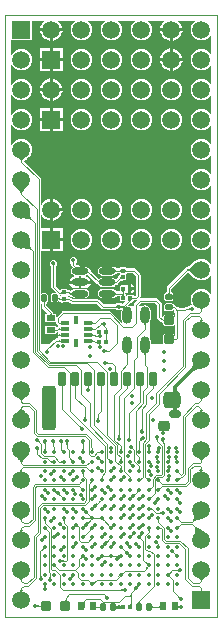
<source format=gtl>
%FSLAX44Y44*%
%MOMM*%
G71*
G01*
G75*
G04 Layer_Physical_Order=1*
G04 Layer_Color=255*
G04:AMPARAMS|DCode=10|XSize=0.6mm|YSize=0.5mm|CornerRadius=0.05mm|HoleSize=0mm|Usage=FLASHONLY|Rotation=270.000|XOffset=0mm|YOffset=0mm|HoleType=Round|Shape=RoundedRectangle|*
%AMROUNDEDRECTD10*
21,1,0.6000,0.4000,0,0,270.0*
21,1,0.5000,0.5000,0,0,270.0*
1,1,0.1000,-0.2000,-0.2500*
1,1,0.1000,-0.2000,0.2500*
1,1,0.1000,0.2000,0.2500*
1,1,0.1000,0.2000,-0.2500*
%
%ADD10ROUNDEDRECTD10*%
G04:AMPARAMS|DCode=11|XSize=0.4mm|YSize=0.37mm|CornerRadius=0.037mm|HoleSize=0mm|Usage=FLASHONLY|Rotation=90.000|XOffset=0mm|YOffset=0mm|HoleType=Round|Shape=RoundedRectangle|*
%AMROUNDEDRECTD11*
21,1,0.4000,0.2960,0,0,90.0*
21,1,0.3260,0.3700,0,0,90.0*
1,1,0.0740,0.1480,0.1630*
1,1,0.0740,0.1480,-0.1630*
1,1,0.0740,-0.1480,-0.1630*
1,1,0.0740,-0.1480,0.1630*
%
%ADD11ROUNDEDRECTD11*%
%ADD12R,0.5400X0.7400*%
%ADD13R,0.7400X0.5400*%
G04:AMPARAMS|DCode=14|XSize=0.8mm|YSize=0.8mm|CornerRadius=0.12mm|HoleSize=0mm|Usage=FLASHONLY|Rotation=0.000|XOffset=0mm|YOffset=0mm|HoleType=Round|Shape=RoundedRectangle|*
%AMROUNDEDRECTD14*
21,1,0.8000,0.5600,0,0,0.0*
21,1,0.5600,0.8000,0,0,0.0*
1,1,0.2400,0.2800,-0.2800*
1,1,0.2400,-0.2800,-0.2800*
1,1,0.2400,-0.2800,0.2800*
1,1,0.2400,0.2800,0.2800*
%
%ADD14ROUNDEDRECTD14*%
%ADD15C,0.3500*%
%ADD16O,1.4000X0.6000*%
G04:AMPARAMS|DCode=17|XSize=0.8mm|YSize=0.8mm|CornerRadius=0.12mm|HoleSize=0mm|Usage=FLASHONLY|Rotation=270.000|XOffset=0mm|YOffset=0mm|HoleType=Round|Shape=RoundedRectangle|*
%AMROUNDEDRECTD17*
21,1,0.8000,0.5600,0,0,270.0*
21,1,0.5600,0.8000,0,0,270.0*
1,1,0.2400,-0.2800,-0.2800*
1,1,0.2400,-0.2800,0.2800*
1,1,0.2400,0.2800,0.2800*
1,1,0.2400,0.2800,-0.2800*
%
%ADD17ROUNDEDRECTD17*%
G04:AMPARAMS|DCode=18|XSize=0.6mm|YSize=0.5mm|CornerRadius=0.05mm|HoleSize=0mm|Usage=FLASHONLY|Rotation=180.000|XOffset=0mm|YOffset=0mm|HoleType=Round|Shape=RoundedRectangle|*
%AMROUNDEDRECTD18*
21,1,0.6000,0.4000,0,0,180.0*
21,1,0.5000,0.5000,0,0,180.0*
1,1,0.1000,-0.2500,0.2000*
1,1,0.1000,0.2500,0.2000*
1,1,0.1000,0.2500,-0.2000*
1,1,0.1000,-0.2500,-0.2000*
%
%ADD18ROUNDEDRECTD18*%
%ADD19O,0.8000X1.4700*%
G04:AMPARAMS|DCode=20|XSize=0.95mm|YSize=0.85mm|CornerRadius=0.2125mm|HoleSize=0mm|Usage=FLASHONLY|Rotation=180.000|XOffset=0mm|YOffset=0mm|HoleType=Round|Shape=RoundedRectangle|*
%AMROUNDEDRECTD20*
21,1,0.9500,0.4250,0,0,180.0*
21,1,0.5250,0.8500,0,0,180.0*
1,1,0.4250,-0.2625,0.2125*
1,1,0.4250,0.2625,0.2125*
1,1,0.4250,0.2625,-0.2125*
1,1,0.4250,-0.2625,-0.2125*
%
%ADD20ROUNDEDRECTD20*%
G04:AMPARAMS|DCode=21|XSize=1mm|YSize=0.6mm|CornerRadius=0.15mm|HoleSize=0mm|Usage=FLASHONLY|Rotation=180.000|XOffset=0mm|YOffset=0mm|HoleType=Round|Shape=RoundedRectangle|*
%AMROUNDEDRECTD21*
21,1,1.0000,0.3000,0,0,180.0*
21,1,0.7000,0.6000,0,0,180.0*
1,1,0.3000,-0.3500,0.1500*
1,1,0.3000,0.3500,0.1500*
1,1,0.3000,0.3500,-0.1500*
1,1,0.3000,-0.3500,-0.1500*
%
%ADD21ROUNDEDRECTD21*%
G04:AMPARAMS|DCode=22|XSize=1.45mm|YSize=1.4mm|CornerRadius=0.35mm|HoleSize=0mm|Usage=FLASHONLY|Rotation=0.000|XOffset=0mm|YOffset=0mm|HoleType=Round|Shape=RoundedRectangle|*
%AMROUNDEDRECTD22*
21,1,1.4500,0.7000,0,0,0.0*
21,1,0.7500,1.4000,0,0,0.0*
1,1,0.7000,0.3750,-0.3500*
1,1,0.7000,-0.3750,-0.3500*
1,1,0.7000,-0.3750,0.3500*
1,1,0.7000,0.3750,0.3500*
%
%ADD22ROUNDEDRECTD22*%
G04:AMPARAMS|DCode=23|XSize=0.6mm|YSize=1.25mm|CornerRadius=0.15mm|HoleSize=0mm|Usage=FLASHONLY|Rotation=0.000|XOffset=0mm|YOffset=0mm|HoleType=Round|Shape=RoundedRectangle|*
%AMROUNDEDRECTD23*
21,1,0.6000,0.9500,0,0,0.0*
21,1,0.3000,1.2500,0,0,0.0*
1,1,0.3000,0.1500,-0.4750*
1,1,0.3000,-0.1500,-0.4750*
1,1,0.3000,-0.1500,0.4750*
1,1,0.3000,0.1500,0.4750*
%
%ADD23ROUNDEDRECTD23*%
G04:AMPARAMS|DCode=24|XSize=3.79mm|YSize=1.2mm|CornerRadius=0.3mm|HoleSize=0mm|Usage=FLASHONLY|Rotation=270.000|XOffset=0mm|YOffset=0mm|HoleType=Round|Shape=RoundedRectangle|*
%AMROUNDEDRECTD24*
21,1,3.7900,0.6000,0,0,270.0*
21,1,3.1900,1.2000,0,0,270.0*
1,1,0.6000,-0.3000,-1.5950*
1,1,0.6000,-0.3000,1.5950*
1,1,0.6000,0.3000,1.5950*
1,1,0.6000,0.3000,-1.5950*
%
%ADD24ROUNDEDRECTD24*%
G04:AMPARAMS|DCode=25|XSize=0.76mm|YSize=0.27mm|CornerRadius=0.027mm|HoleSize=0mm|Usage=FLASHONLY|Rotation=180.000|XOffset=0mm|YOffset=0mm|HoleType=Round|Shape=RoundedRectangle|*
%AMROUNDEDRECTD25*
21,1,0.7600,0.2160,0,0,180.0*
21,1,0.7060,0.2700,0,0,180.0*
1,1,0.0540,-0.3530,0.1080*
1,1,0.0540,0.3530,0.1080*
1,1,0.0540,0.3530,-0.1080*
1,1,0.0540,-0.3530,-0.1080*
%
%ADD25ROUNDEDRECTD25*%
G04:AMPARAMS|DCode=26|XSize=0.76mm|YSize=0.27mm|CornerRadius=0.027mm|HoleSize=0mm|Usage=FLASHONLY|Rotation=90.000|XOffset=0mm|YOffset=0mm|HoleType=Round|Shape=RoundedRectangle|*
%AMROUNDEDRECTD26*
21,1,0.7600,0.2160,0,0,90.0*
21,1,0.7060,0.2700,0,0,90.0*
1,1,0.0540,0.1080,0.3530*
1,1,0.0540,0.1080,-0.3530*
1,1,0.0540,-0.1080,-0.3530*
1,1,0.0540,-0.1080,0.3530*
%
%ADD26ROUNDEDRECTD26*%
G04:AMPARAMS|DCode=27|XSize=0.4mm|YSize=0.37mm|CornerRadius=0.037mm|HoleSize=0mm|Usage=FLASHONLY|Rotation=0.000|XOffset=0mm|YOffset=0mm|HoleType=Round|Shape=RoundedRectangle|*
%AMROUNDEDRECTD27*
21,1,0.4000,0.2960,0,0,0.0*
21,1,0.3260,0.3700,0,0,0.0*
1,1,0.0740,0.1630,-0.1480*
1,1,0.0740,-0.1630,-0.1480*
1,1,0.0740,-0.1630,0.1480*
1,1,0.0740,0.1630,0.1480*
%
%ADD27ROUNDEDRECTD27*%
%ADD28C,0.0750*%
%ADD29C,0.0751*%
%ADD30C,0.1000*%
%ADD31C,0.3000*%
%ADD32C,0.1500*%
%ADD33C,0.0100*%
%ADD34C,1.5000*%
%ADD35R,1.5000X1.5000*%
%ADD36R,1.5000X1.5000*%
G36*
X92212Y92452D02*
X91985Y92459D01*
X91571Y92438D01*
X91385Y92412D01*
X91212Y92375D01*
X91125Y92348D01*
X91122Y92332D01*
X91118Y92248D01*
X91127Y92167D01*
X91148Y92088D01*
X90951Y92285D01*
X90908Y92267D01*
X90776Y92197D01*
X90658Y92116D01*
X90554Y92024D01*
X90046Y92576D01*
X90135Y92677D01*
X90216Y92793D01*
X90288Y92924D01*
X90295Y92941D01*
X90088Y93148D01*
X90167Y93127D01*
X90248Y93118D01*
X90331Y93122D01*
X90372Y93130D01*
X90406Y93230D01*
X90452Y93405D01*
X90490Y93595D01*
X90519Y93799D01*
X90551Y94253D01*
X92212Y92452D01*
D02*
G37*
G36*
X84212D02*
X83984Y92459D01*
X83571Y92438D01*
X83385Y92412D01*
X83212Y92375D01*
X83125Y92348D01*
X83122Y92332D01*
X83118Y92248D01*
X83127Y92167D01*
X83148Y92088D01*
X82951Y92285D01*
X82908Y92267D01*
X82776Y92197D01*
X82658Y92116D01*
X82554Y92024D01*
X82046Y92576D01*
X82135Y92677D01*
X82216Y92793D01*
X82288Y92924D01*
X82295Y92941D01*
X82088Y93148D01*
X82167Y93127D01*
X82248Y93118D01*
X82331Y93122D01*
X82372Y93130D01*
X82406Y93230D01*
X82452Y93405D01*
X82490Y93595D01*
X82519Y93799D01*
X82551Y94253D01*
X84212Y92452D01*
D02*
G37*
G36*
X100212D02*
X99985Y92459D01*
X99571Y92438D01*
X99385Y92412D01*
X99212Y92375D01*
X99125Y92348D01*
X99122Y92332D01*
X99118Y92248D01*
X99127Y92167D01*
X99148Y92088D01*
X98951Y92285D01*
X98908Y92267D01*
X98776Y92197D01*
X98658Y92116D01*
X98554Y92024D01*
X98046Y92576D01*
X98135Y92677D01*
X98216Y92793D01*
X98288Y92924D01*
X98295Y92941D01*
X98088Y93148D01*
X98167Y93127D01*
X98248Y93118D01*
X98331Y93122D01*
X98372Y93130D01*
X98406Y93230D01*
X98452Y93405D01*
X98490Y93595D01*
X98519Y93799D01*
X98551Y94253D01*
X100212Y92452D01*
D02*
G37*
G36*
X106734Y93299D02*
X106780Y93331D01*
X106876Y93411D01*
X106974Y93504D01*
X107504Y92974D01*
X107411Y92876D01*
X107331Y92780D01*
X107298Y92734D01*
X107882Y92150D01*
X107652Y92148D01*
X107232Y92113D01*
X107145Y92098D01*
X107148Y92088D01*
X107139Y92097D01*
X107044Y92081D01*
X106870Y92039D01*
X106711Y91988D01*
X106565Y91926D01*
X106434Y91855D01*
X106317Y91774D01*
X106214Y91684D01*
X105684Y92214D01*
X105774Y92317D01*
X105855Y92434D01*
X105927Y92565D01*
X105988Y92711D01*
X106039Y92870D01*
X106081Y93044D01*
X106097Y93139D01*
X106088Y93148D01*
X106098Y93145D01*
X106113Y93232D01*
X106135Y93435D01*
X106150Y93883D01*
X106734Y93299D01*
D02*
G37*
G36*
X116212Y92452D02*
X115984Y92459D01*
X115571Y92438D01*
X115385Y92412D01*
X115212Y92375D01*
X115125Y92348D01*
X115122Y92332D01*
X115118Y92248D01*
X115127Y92167D01*
X115148Y92088D01*
X114951Y92285D01*
X114908Y92267D01*
X114776Y92197D01*
X114658Y92116D01*
X114554Y92024D01*
X114046Y92576D01*
X114135Y92677D01*
X114216Y92793D01*
X114288Y92924D01*
X114295Y92941D01*
X114088Y93148D01*
X114167Y93127D01*
X114248Y93118D01*
X114332Y93122D01*
X114372Y93130D01*
X114406Y93230D01*
X114452Y93405D01*
X114490Y93595D01*
X114519Y93799D01*
X114551Y94253D01*
X116212Y92452D01*
D02*
G37*
G36*
X66617Y90925D02*
X66734Y90844D01*
X66865Y90773D01*
X66967Y90731D01*
X67148Y90912D01*
X67127Y90833D01*
X67118Y90752D01*
X67121Y90676D01*
X67170Y90660D01*
X67344Y90619D01*
X67532Y90587D01*
X67735Y90565D01*
X68182Y90550D01*
X66450Y88817D01*
X66448Y89048D01*
X66413Y89467D01*
X66381Y89656D01*
X66339Y89830D01*
X66324Y89879D01*
X66248Y89882D01*
X66167Y89873D01*
X66088Y89852D01*
X66269Y90033D01*
X66227Y90135D01*
X66155Y90266D01*
X66074Y90383D01*
X65984Y90486D01*
X66514Y91016D01*
X66617Y90925D01*
D02*
G37*
G36*
X58617D02*
X58734Y90844D01*
X58865Y90773D01*
X58966Y90731D01*
X59148Y90912D01*
X59127Y90833D01*
X59118Y90752D01*
X59121Y90676D01*
X59170Y90660D01*
X59344Y90619D01*
X59532Y90587D01*
X59735Y90565D01*
X60182Y90550D01*
X58450Y88817D01*
X58447Y89048D01*
X58413Y89467D01*
X58381Y89656D01*
X58339Y89830D01*
X58324Y89879D01*
X58248Y89882D01*
X58167Y89873D01*
X58088Y89852D01*
X58269Y90033D01*
X58226Y90135D01*
X58155Y90266D01*
X58074Y90383D01*
X57984Y90486D01*
X58514Y91016D01*
X58617Y90925D01*
D02*
G37*
G36*
X138617D02*
X138734Y90844D01*
X138865Y90773D01*
X138967Y90731D01*
X139148Y90912D01*
X139127Y90833D01*
X139118Y90752D01*
X139121Y90676D01*
X139170Y90660D01*
X139344Y90619D01*
X139532Y90587D01*
X139735Y90565D01*
X140182Y90550D01*
X138450Y88817D01*
X138448Y89048D01*
X138413Y89467D01*
X138381Y89656D01*
X138339Y89830D01*
X138324Y89879D01*
X138248Y89882D01*
X138167Y89873D01*
X138088Y89852D01*
X138269Y90033D01*
X138226Y90135D01*
X138155Y90266D01*
X138074Y90383D01*
X137984Y90486D01*
X138514Y91016D01*
X138617Y90925D01*
D02*
G37*
G36*
X76182Y92450D02*
X75951Y92448D01*
X75532Y92413D01*
X75344Y92381D01*
X75170Y92339D01*
X75121Y92324D01*
X75118Y92248D01*
X75127Y92167D01*
X75148Y92088D01*
X74967Y92269D01*
X74865Y92226D01*
X74734Y92155D01*
X74617Y92074D01*
X74514Y91984D01*
X73984Y92514D01*
X74074Y92617D01*
X74155Y92734D01*
X74226Y92865D01*
X74269Y92967D01*
X74088Y93148D01*
X74167Y93127D01*
X74248Y93118D01*
X74324Y93121D01*
X74339Y93170D01*
X74381Y93344D01*
X74413Y93532D01*
X74435Y93735D01*
X74450Y94183D01*
X76182Y92450D01*
D02*
G37*
G36*
X123122Y92179D02*
X123173Y92115D01*
X123235Y92059D01*
X123307Y92010D01*
X123390Y91969D01*
X123483Y91935D01*
X123586Y91909D01*
X123700Y91890D01*
X123824Y91879D01*
X123959Y91875D01*
Y91125D01*
X123824Y91121D01*
X123700Y91110D01*
X123586Y91091D01*
X123483Y91065D01*
X123390Y91031D01*
X123307Y90990D01*
X123235Y90941D01*
X123173Y90885D01*
X123122Y90821D01*
X123081Y90750D01*
Y92250D01*
X123122Y92179D01*
D02*
G37*
G36*
X78416Y95886D02*
X78326Y95783D01*
X78245Y95666D01*
X78173Y95535D01*
X78112Y95389D01*
X78060Y95230D01*
X78019Y95056D01*
X77987Y94867D01*
X77965Y94665D01*
X77950Y94218D01*
X76217Y95950D01*
X76448Y95952D01*
X76867Y95987D01*
X77056Y96019D01*
X77230Y96060D01*
X77389Y96112D01*
X77535Y96173D01*
X77666Y96245D01*
X77783Y96326D01*
X77886Y96416D01*
X78416Y95886D01*
D02*
G37*
G36*
X76212Y100452D02*
X75985Y100459D01*
X75571Y100438D01*
X75385Y100412D01*
X75212Y100375D01*
X75125Y100348D01*
X75122Y100332D01*
X75118Y100248D01*
X75127Y100167D01*
X75148Y100088D01*
X74951Y100285D01*
X74908Y100267D01*
X74776Y100197D01*
X74658Y100116D01*
X74554Y100024D01*
X74046Y100576D01*
X74135Y100677D01*
X74216Y100793D01*
X74288Y100924D01*
X74295Y100941D01*
X74088Y101148D01*
X74167Y101127D01*
X74248Y101118D01*
X74331Y101122D01*
X74372Y101130D01*
X74406Y101229D01*
X74452Y101405D01*
X74490Y101595D01*
X74519Y101799D01*
X74551Y102253D01*
X76212Y100452D01*
D02*
G37*
G36*
X48124Y101412D02*
X48220Y101331D01*
X48314Y101264D01*
X48405Y101209D01*
X48495Y101168D01*
X48583Y101138D01*
X48668Y101122D01*
X48752Y101118D01*
X48833Y101127D01*
X48912Y101148D01*
X47852Y100088D01*
X47873Y100167D01*
X47882Y100248D01*
X47878Y100332D01*
X47861Y100417D01*
X47832Y100505D01*
X47790Y100594D01*
X47736Y100686D01*
X47668Y100780D01*
X47588Y100876D01*
X47496Y100974D01*
X48026Y101504D01*
X48124Y101412D01*
D02*
G37*
G36*
X92212Y100452D02*
X91985Y100459D01*
X91571Y100438D01*
X91385Y100412D01*
X91212Y100375D01*
X91125Y100348D01*
X91122Y100332D01*
X91118Y100248D01*
X91127Y100167D01*
X91148Y100088D01*
X90951Y100285D01*
X90908Y100267D01*
X90776Y100197D01*
X90658Y100116D01*
X90554Y100024D01*
X90046Y100576D01*
X90135Y100677D01*
X90216Y100793D01*
X90288Y100924D01*
X90295Y100941D01*
X90088Y101148D01*
X90167Y101127D01*
X90248Y101118D01*
X90331Y101122D01*
X90372Y101130D01*
X90406Y101229D01*
X90452Y101405D01*
X90490Y101595D01*
X90519Y101799D01*
X90551Y102253D01*
X92212Y100452D01*
D02*
G37*
G36*
X110476Y103946D02*
X110384Y103841D01*
X110303Y103724D01*
X110233Y103592D01*
X110174Y103447D01*
X110125Y103288D01*
X110088Y103115D01*
X110062Y102929D01*
X110046Y102729D01*
X110041Y102515D01*
X110048Y102288D01*
X108230Y102270D01*
X108212Y100452D01*
X107985Y100459D01*
X107771Y100454D01*
X107571Y100438D01*
X107385Y100412D01*
X107212Y100375D01*
X107125Y100348D01*
X107122Y100332D01*
X107118Y100248D01*
X107127Y100167D01*
X107148Y100088D01*
X106951Y100285D01*
X106908Y100267D01*
X106776Y100197D01*
X106658Y100116D01*
X106554Y100024D01*
X106046Y100576D01*
X106135Y100677D01*
X106216Y100793D01*
X106288Y100924D01*
X106295Y100941D01*
X106088Y101148D01*
X106167Y101127D01*
X106248Y101118D01*
X106332Y101122D01*
X106372Y101130D01*
X106406Y101229D01*
X106452Y101405D01*
X106490Y101595D01*
X106539Y102019D01*
X106551Y102253D01*
X108230Y102270D01*
X108247Y103949D01*
X108481Y103961D01*
X108905Y104010D01*
X109095Y104048D01*
X109270Y104094D01*
X109431Y104149D01*
X109576Y104212D01*
X109707Y104284D01*
X109823Y104365D01*
X109924Y104454D01*
X110476Y103946D01*
D02*
G37*
G36*
X100212Y100452D02*
X99985Y100459D01*
X99571Y100438D01*
X99385Y100412D01*
X99212Y100375D01*
X99125Y100348D01*
X99122Y100332D01*
X99118Y100248D01*
X99127Y100167D01*
X99148Y100088D01*
X98951Y100285D01*
X98908Y100267D01*
X98776Y100197D01*
X98658Y100116D01*
X98554Y100024D01*
X98046Y100576D01*
X98135Y100677D01*
X98216Y100793D01*
X98288Y100924D01*
X98295Y100941D01*
X98088Y101148D01*
X98167Y101127D01*
X98248Y101118D01*
X98331Y101122D01*
X98372Y101130D01*
X98406Y101229D01*
X98452Y101405D01*
X98490Y101595D01*
X98519Y101799D01*
X98551Y102253D01*
X100212Y100452D01*
D02*
G37*
G36*
X80912Y97852D02*
X80833Y97873D01*
X80752Y97882D01*
X80668Y97878D01*
X80583Y97862D01*
X80495Y97832D01*
X80406Y97790D01*
X80314Y97736D01*
X80220Y97669D01*
X80124Y97589D01*
X80026Y97496D01*
X79496Y98026D01*
X79588Y98124D01*
X79668Y98220D01*
X79736Y98314D01*
X79790Y98406D01*
X79832Y98495D01*
X79861Y98583D01*
X79878Y98668D01*
X79882Y98752D01*
X79873Y98833D01*
X79851Y98912D01*
X80912Y97852D01*
D02*
G37*
G36*
X146677Y98865D02*
X146793Y98784D01*
X146924Y98712D01*
X146941Y98705D01*
X147148Y98912D01*
X147127Y98833D01*
X147118Y98752D01*
X147122Y98668D01*
X147130Y98628D01*
X147229Y98594D01*
X147405Y98548D01*
X147594Y98510D01*
X147799Y98481D01*
X148253Y98449D01*
X146452Y96788D01*
X146459Y97015D01*
X146438Y97429D01*
X146412Y97615D01*
X146375Y97788D01*
X146348Y97875D01*
X146332Y97878D01*
X146248Y97882D01*
X146167Y97873D01*
X146088Y97852D01*
X146285Y98049D01*
X146267Y98092D01*
X146197Y98223D01*
X146116Y98342D01*
X146024Y98446D01*
X146576Y98954D01*
X146677Y98865D01*
D02*
G37*
G36*
X129016Y98486D02*
X128925Y98383D01*
X128844Y98266D01*
X128773Y98135D01*
X128730Y98033D01*
X128912Y97852D01*
X128833Y97873D01*
X128752Y97882D01*
X128676Y97879D01*
X128660Y97830D01*
X128619Y97656D01*
X128587Y97467D01*
X128565Y97265D01*
X128550Y96817D01*
X126817Y98550D01*
X127048Y98552D01*
X127467Y98587D01*
X127656Y98619D01*
X127830Y98660D01*
X127878Y98676D01*
X127882Y98752D01*
X127873Y98833D01*
X127851Y98912D01*
X128033Y98731D01*
X128135Y98773D01*
X128266Y98844D01*
X128383Y98926D01*
X128486Y99016D01*
X129016Y98486D01*
D02*
G37*
G36*
X136541Y101985D02*
X136561Y101571D01*
X136588Y101385D01*
X136625Y101212D01*
X136652Y101125D01*
X136668Y101122D01*
X136752Y101118D01*
X136833Y101127D01*
X136912Y101148D01*
X136715Y100951D01*
X136733Y100908D01*
X136803Y100776D01*
X136884Y100658D01*
X136976Y100554D01*
X136424Y100046D01*
X136323Y100135D01*
X136207Y100216D01*
X136076Y100288D01*
X136059Y100295D01*
X135851Y100088D01*
X135873Y100167D01*
X135882Y100248D01*
X135878Y100332D01*
X135870Y100372D01*
X135770Y100406D01*
X135595Y100452D01*
X135405Y100490D01*
X135201Y100519D01*
X134747Y100551D01*
X136548Y102212D01*
X136541Y101985D01*
D02*
G37*
G36*
X32541Y101985D02*
X32561Y101571D01*
X32588Y101385D01*
X32625Y101212D01*
X32652Y101125D01*
X32668Y101122D01*
X32752Y101118D01*
X32833Y101127D01*
X32912Y101148D01*
X32715Y100951D01*
X32733Y100908D01*
X32803Y100776D01*
X32884Y100658D01*
X32976Y100554D01*
X32424Y100046D01*
X32323Y100135D01*
X32207Y100216D01*
X32076Y100288D01*
X32059Y100295D01*
X31851Y100087D01*
X31873Y100167D01*
X31882Y100248D01*
X31878Y100331D01*
X31870Y100372D01*
X31770Y100406D01*
X31595Y100452D01*
X31405Y100490D01*
X31200Y100519D01*
X30747Y100551D01*
X32548Y102212D01*
X32541Y101985D01*
D02*
G37*
G36*
X50617Y90925D02*
X50734Y90844D01*
X50865Y90773D01*
X50967Y90731D01*
X51148Y90912D01*
X51127Y90833D01*
X51118Y90752D01*
X51121Y90676D01*
X51170Y90660D01*
X51344Y90619D01*
X51532Y90587D01*
X51735Y90565D01*
X52182Y90550D01*
X50450Y88817D01*
X50448Y89048D01*
X50413Y89467D01*
X50381Y89656D01*
X50339Y89830D01*
X50324Y89879D01*
X50248Y89882D01*
X50167Y89873D01*
X50088Y89852D01*
X50269Y90033D01*
X50226Y90135D01*
X50155Y90266D01*
X50074Y90383D01*
X49984Y90486D01*
X50514Y91016D01*
X50617Y90925D01*
D02*
G37*
G36*
X83127Y82833D02*
X83118Y82752D01*
X83122Y82668D01*
X83138Y82583D01*
X83167Y82495D01*
X83209Y82406D01*
X83264Y82314D01*
X83331Y82220D01*
X83411Y82124D01*
X83504Y82026D01*
X82974Y81496D01*
X82876Y81588D01*
X82780Y81668D01*
X82686Y81736D01*
X82594Y81790D01*
X82505Y81832D01*
X82417Y81861D01*
X82331Y81878D01*
X82248Y81882D01*
X82167Y81873D01*
X82088Y81852D01*
X83148Y82912D01*
X83127Y82833D01*
D02*
G37*
G36*
X15674Y83689D02*
X15296Y83494D01*
X14963Y83277D01*
X14674Y83040D01*
X14430Y82782D01*
X14230Y82502D01*
X14075Y82202D01*
X13964Y81881D01*
X13897Y81538D01*
X13875Y81175D01*
X13125D01*
X13103Y81538D01*
X13036Y81881D01*
X12925Y82202D01*
X12770Y82502D01*
X12570Y82782D01*
X12325Y83040D01*
X12037Y83277D01*
X11704Y83494D01*
X11326Y83689D01*
X10904Y83863D01*
X16096D01*
X15674Y83689D01*
D02*
G37*
G36*
X147127Y82833D02*
X147118Y82752D01*
X147122Y82668D01*
X147138Y82583D01*
X147168Y82495D01*
X147209Y82406D01*
X147264Y82314D01*
X147331Y82220D01*
X147411Y82124D01*
X147504Y82026D01*
X146974Y81496D01*
X146876Y81588D01*
X146780Y81668D01*
X146686Y81736D01*
X146594Y81790D01*
X146505Y81832D01*
X146417Y81861D01*
X146332Y81878D01*
X146248Y81882D01*
X146167Y81873D01*
X146088Y81852D01*
X147148Y82912D01*
X147127Y82833D01*
D02*
G37*
G36*
X41016Y82486D02*
X40925Y82383D01*
X40844Y82266D01*
X40773Y82135D01*
X40731Y82033D01*
X40912Y81852D01*
X40833Y81873D01*
X40752Y81882D01*
X40676Y81878D01*
X40660Y81830D01*
X40619Y81656D01*
X40587Y81467D01*
X40565Y81265D01*
X40550Y80817D01*
X38817Y82550D01*
X39048Y82552D01*
X39467Y82587D01*
X39656Y82619D01*
X39830Y82660D01*
X39878Y82676D01*
X39882Y82752D01*
X39873Y82833D01*
X39852Y82912D01*
X40033Y82731D01*
X40135Y82773D01*
X40266Y82844D01*
X40383Y82925D01*
X40486Y83016D01*
X41016Y82486D01*
D02*
G37*
G36*
X72124Y85411D02*
X72220Y85331D01*
X72314Y85264D01*
X72406Y85210D01*
X72495Y85168D01*
X72583Y85138D01*
X72668Y85122D01*
X72752Y85118D01*
X72833Y85127D01*
X72912Y85148D01*
X71919Y84155D01*
Y82845D01*
X72912Y81852D01*
X72833Y81873D01*
X72752Y81882D01*
X72668Y81878D01*
X72583Y81861D01*
X72495Y81832D01*
X72406Y81790D01*
X72314Y81736D01*
X72220Y81668D01*
X72124Y81588D01*
X72026Y81496D01*
X71496Y82026D01*
X71588Y82124D01*
X71668Y82220D01*
X71736Y82314D01*
X71790Y82406D01*
X71832Y82495D01*
X71862Y82583D01*
X71878Y82668D01*
X71882Y82752D01*
X71874Y82826D01*
X71827Y82885D01*
X71765Y82941D01*
X71693Y82990D01*
X71610Y83031D01*
X71517Y83065D01*
X71414Y83091D01*
X71300Y83110D01*
X71175Y83121D01*
X71041Y83125D01*
Y83875D01*
X71175Y83879D01*
X71300Y83890D01*
X71414Y83909D01*
X71517Y83935D01*
X71610Y83969D01*
X71693Y84010D01*
X71765Y84059D01*
X71827Y84115D01*
X71874Y84173D01*
X71882Y84248D01*
X71878Y84332D01*
X71862Y84417D01*
X71832Y84505D01*
X71790Y84594D01*
X71736Y84686D01*
X71668Y84780D01*
X71588Y84876D01*
X71496Y84974D01*
X72026Y85504D01*
X72124Y85411D01*
D02*
G37*
G36*
X34179Y81878D02*
X34115Y81827D01*
X34059Y81765D01*
X34010Y81693D01*
X33969Y81610D01*
X33935Y81517D01*
X33909Y81414D01*
X33890Y81300D01*
X33879Y81175D01*
X33875Y81041D01*
X33125D01*
X33121Y81175D01*
X33110Y81300D01*
X33091Y81414D01*
X33065Y81517D01*
X33031Y81610D01*
X32990Y81693D01*
X32941Y81765D01*
X32885Y81827D01*
X32821Y81878D01*
X32750Y81919D01*
X34250D01*
X34179Y81878D01*
D02*
G37*
G36*
X138617Y82925D02*
X138734Y82844D01*
X138865Y82773D01*
X138967Y82731D01*
X139148Y82912D01*
X139127Y82833D01*
X139118Y82752D01*
X139121Y82676D01*
X139170Y82660D01*
X139344Y82619D01*
X139532Y82587D01*
X139735Y82565D01*
X140182Y82550D01*
X138450Y80817D01*
X138448Y81048D01*
X138413Y81467D01*
X138381Y81656D01*
X138339Y81830D01*
X138324Y81878D01*
X138248Y81882D01*
X138167Y81873D01*
X138088Y81852D01*
X138269Y82033D01*
X138226Y82135D01*
X138155Y82266D01*
X138074Y82383D01*
X137984Y82486D01*
X138514Y83016D01*
X138617Y82925D01*
D02*
G37*
G36*
X50179Y81878D02*
X50115Y81827D01*
X50059Y81765D01*
X50010Y81693D01*
X49969Y81610D01*
X49935Y81517D01*
X49909Y81414D01*
X49890Y81300D01*
X49879Y81175D01*
X49875Y81041D01*
X49125D01*
X49121Y81175D01*
X49110Y81300D01*
X49091Y81414D01*
X49065Y81517D01*
X49031Y81610D01*
X48990Y81693D01*
X48941Y81765D01*
X48885Y81827D01*
X48821Y81878D01*
X48750Y81919D01*
X50250D01*
X50179Y81878D01*
D02*
G37*
G36*
X167641Y83582D02*
X166164Y83245D01*
X159412Y81297D01*
X159202Y81147D01*
X158547Y81553D01*
X158841Y81921D01*
X159074Y82375D01*
X159245Y82916D01*
X159354Y83542D01*
X159402Y84255D01*
X159388Y85054D01*
X159312Y85939D01*
X159175Y86911D01*
X158716Y89112D01*
X167641Y83582D01*
D02*
G37*
G36*
X130179Y81878D02*
X130115Y81827D01*
X130059Y81765D01*
X130010Y81693D01*
X129969Y81610D01*
X129935Y81517D01*
X129909Y81414D01*
X129890Y81300D01*
X129879Y81175D01*
X129875Y81041D01*
X129125D01*
X129121Y81175D01*
X129110Y81300D01*
X129091Y81414D01*
X129065Y81517D01*
X129031Y81610D01*
X128990Y81693D01*
X128941Y81765D01*
X128885Y81827D01*
X128821Y81878D01*
X128750Y81919D01*
X130250D01*
X130179Y81878D01*
D02*
G37*
G36*
X67122Y84179D02*
X67173Y84115D01*
X67235Y84059D01*
X67307Y84010D01*
X67389Y83969D01*
X67483Y83935D01*
X67586Y83909D01*
X67700Y83890D01*
X67824Y83879D01*
X67959Y83875D01*
Y83125D01*
X67824Y83121D01*
X67700Y83110D01*
X67586Y83091D01*
X67483Y83065D01*
X67389Y83031D01*
X67307Y82990D01*
X67235Y82941D01*
X67173Y82885D01*
X67122Y82821D01*
X67081Y82750D01*
Y84250D01*
X67122Y84179D01*
D02*
G37*
G36*
X69952Y88552D02*
X69987Y88132D01*
X70019Y87944D01*
X70061Y87770D01*
X70112Y87611D01*
X70173Y87465D01*
X70244Y87334D01*
X70325Y87217D01*
X70416Y87114D01*
X69886Y86584D01*
X69783Y86674D01*
X69666Y86755D01*
X69535Y86826D01*
X69389Y86888D01*
X69230Y86939D01*
X69056Y86981D01*
X68868Y87013D01*
X68665Y87035D01*
X68217Y87050D01*
X69950Y88782D01*
X69952Y88552D01*
D02*
G37*
G36*
X124212Y84452D02*
X123984Y84459D01*
X123571Y84438D01*
X123385Y84412D01*
X123212Y84375D01*
X123125Y84348D01*
X123122Y84332D01*
X123118Y84248D01*
X123127Y84167D01*
X123148Y84088D01*
X122951Y84285D01*
X122908Y84267D01*
X122776Y84197D01*
X122658Y84116D01*
X122554Y84024D01*
X122046Y84576D01*
X122135Y84677D01*
X122216Y84793D01*
X122288Y84924D01*
X122295Y84941D01*
X122088Y85148D01*
X122167Y85127D01*
X122248Y85118D01*
X122331Y85122D01*
X122372Y85130D01*
X122406Y85230D01*
X122452Y85405D01*
X122490Y85595D01*
X122519Y85799D01*
X122551Y86253D01*
X124212Y84452D01*
D02*
G37*
G36*
X132622Y86806D02*
X132445Y86961D01*
X132104Y87224D01*
X131941Y87330D01*
X131783Y87420D01*
X131630Y87494D01*
X131481Y87551D01*
X131338Y87592D01*
X131199Y87617D01*
X131066Y87625D01*
X131022Y88375D01*
X131161Y88384D01*
X131302Y88410D01*
X131445Y88454D01*
X131589Y88515D01*
X131734Y88594D01*
X131881Y88691D01*
X132029Y88805D01*
X132179Y88936D01*
X132330Y89085D01*
X132482Y89252D01*
X132622Y86806D01*
D02*
G37*
G36*
X34677Y90865D02*
X34793Y90784D01*
X34924Y90712D01*
X34941Y90705D01*
X35148Y90912D01*
X35127Y90833D01*
X35118Y90752D01*
X35122Y90668D01*
X35130Y90628D01*
X35229Y90594D01*
X35405Y90548D01*
X35595Y90510D01*
X35799Y90481D01*
X36253Y90449D01*
X34452Y88788D01*
X34459Y89015D01*
X34439Y89429D01*
X34412Y89615D01*
X34375Y89788D01*
X34348Y89875D01*
X34332Y89878D01*
X34248Y89882D01*
X34167Y89873D01*
X34088Y89852D01*
X34285Y90049D01*
X34267Y90092D01*
X34197Y90224D01*
X34116Y90342D01*
X34024Y90446D01*
X34576Y90954D01*
X34677Y90865D01*
D02*
G37*
G36*
X146677Y90865D02*
X146793Y90784D01*
X146924Y90712D01*
X146941Y90705D01*
X147148Y90912D01*
X147127Y90833D01*
X147118Y90752D01*
X147122Y90668D01*
X147130Y90628D01*
X147229Y90594D01*
X147405Y90548D01*
X147594Y90510D01*
X147799Y90481D01*
X148253Y90449D01*
X146452Y88788D01*
X146459Y89015D01*
X146438Y89429D01*
X146412Y89615D01*
X146375Y89788D01*
X146348Y89875D01*
X146332Y89878D01*
X146248Y89882D01*
X146167Y89873D01*
X146088Y89852D01*
X146285Y90049D01*
X146267Y90092D01*
X146197Y90224D01*
X146116Y90341D01*
X146024Y90446D01*
X146576Y90954D01*
X146677Y90865D01*
D02*
G37*
G36*
X79919Y82750D02*
X79878Y82821D01*
X79827Y82885D01*
X79765Y82941D01*
X79693Y82990D01*
X79610Y83031D01*
X79517Y83065D01*
X79414Y83091D01*
X79300Y83110D01*
X79175Y83121D01*
X79040Y83125D01*
Y83875D01*
X79175Y83879D01*
X79300Y83890D01*
X79414Y83909D01*
X79517Y83935D01*
X79610Y83969D01*
X79693Y84010D01*
X79765Y84059D01*
X79827Y84115D01*
X79878Y84179D01*
X79919Y84250D01*
Y82750D01*
D02*
G37*
G36*
X75122Y84179D02*
X75173Y84115D01*
X75235Y84059D01*
X75307Y84010D01*
X75389Y83969D01*
X75483Y83935D01*
X75586Y83909D01*
X75700Y83890D01*
X75824Y83879D01*
X75959Y83875D01*
Y83125D01*
X75824Y83121D01*
X75700Y83110D01*
X75586Y83091D01*
X75483Y83065D01*
X75389Y83031D01*
X75307Y82990D01*
X75235Y82941D01*
X75173Y82885D01*
X75122Y82821D01*
X75081Y82750D01*
Y84250D01*
X75122Y84179D01*
D02*
G37*
G36*
X100212Y84452D02*
X99985Y84459D01*
X99571Y84438D01*
X99385Y84412D01*
X99212Y84375D01*
X99125Y84348D01*
X99122Y84332D01*
X99118Y84248D01*
X99127Y84167D01*
X99148Y84088D01*
X98951Y84285D01*
X98908Y84267D01*
X98776Y84197D01*
X98658Y84116D01*
X98554Y84024D01*
X98046Y84576D01*
X98135Y84677D01*
X98216Y84793D01*
X98288Y84924D01*
X98295Y84941D01*
X98088Y85148D01*
X98167Y85127D01*
X98248Y85118D01*
X98331Y85122D01*
X98372Y85130D01*
X98406Y85230D01*
X98452Y85405D01*
X98490Y85595D01*
X98519Y85799D01*
X98551Y86253D01*
X100212Y84452D01*
D02*
G37*
G36*
X116212D02*
X115984Y84459D01*
X115571Y84438D01*
X115385Y84412D01*
X115212Y84375D01*
X115125Y84348D01*
X115122Y84332D01*
X115118Y84248D01*
X115127Y84167D01*
X115148Y84088D01*
X114951Y84285D01*
X114908Y84267D01*
X114776Y84197D01*
X114658Y84116D01*
X114554Y84024D01*
X114046Y84576D01*
X114135Y84677D01*
X114216Y84793D01*
X114288Y84924D01*
X114295Y84941D01*
X114088Y85148D01*
X114167Y85127D01*
X114248Y85118D01*
X114332Y85122D01*
X114372Y85130D01*
X114406Y85230D01*
X114452Y85405D01*
X114490Y85595D01*
X114519Y85799D01*
X114551Y86253D01*
X116212Y84452D01*
D02*
G37*
G36*
X108212D02*
X107985Y84459D01*
X107571Y84438D01*
X107385Y84412D01*
X107212Y84375D01*
X107125Y84348D01*
X107122Y84332D01*
X107118Y84248D01*
X107127Y84167D01*
X107148Y84088D01*
X106951Y84285D01*
X106908Y84267D01*
X106776Y84197D01*
X106658Y84116D01*
X106554Y84024D01*
X106046Y84576D01*
X106135Y84677D01*
X106216Y84793D01*
X106288Y84924D01*
X106295Y84941D01*
X106088Y85148D01*
X106167Y85127D01*
X106248Y85118D01*
X106332Y85122D01*
X106372Y85130D01*
X106406Y85230D01*
X106452Y85405D01*
X106490Y85595D01*
X106519Y85799D01*
X106551Y86253D01*
X108212Y84452D01*
D02*
G37*
G36*
X60212Y116452D02*
X59984Y116459D01*
X59571Y116439D01*
X59385Y116412D01*
X59212Y116375D01*
X59125Y116348D01*
X59122Y116332D01*
X59118Y116248D01*
X59127Y116167D01*
X59148Y116088D01*
X58951Y116285D01*
X58908Y116267D01*
X58776Y116197D01*
X58658Y116116D01*
X58554Y116024D01*
X58046Y116576D01*
X58135Y116677D01*
X58216Y116793D01*
X58288Y116924D01*
X58295Y116941D01*
X58088Y117148D01*
X58167Y117127D01*
X58248Y117118D01*
X58331Y117122D01*
X58372Y117130D01*
X58406Y117230D01*
X58452Y117405D01*
X58490Y117595D01*
X58519Y117799D01*
X58551Y118253D01*
X60212Y116452D01*
D02*
G37*
G36*
X147504Y116974D02*
X147411Y116876D01*
X147331Y116780D01*
X147264Y116686D01*
X147209Y116594D01*
X147168Y116505D01*
X147138Y116417D01*
X147122Y116332D01*
X147118Y116248D01*
X147127Y116167D01*
X147148Y116088D01*
X146088Y117148D01*
X146167Y117127D01*
X146248Y117118D01*
X146332Y117122D01*
X146417Y117138D01*
X146505Y117168D01*
X146594Y117210D01*
X146686Y117264D01*
X146780Y117331D01*
X146876Y117411D01*
X146974Y117504D01*
X147504Y116974D01*
D02*
G37*
G36*
X66179Y121878D02*
X66115Y121827D01*
X66059Y121765D01*
X66010Y121693D01*
X65969Y121610D01*
X65935Y121517D01*
X65909Y121414D01*
X65890Y121300D01*
X65879Y121175D01*
X65875Y121041D01*
X65125D01*
X65121Y121175D01*
X65110Y121300D01*
X65091Y121414D01*
X65065Y121517D01*
X65031Y121610D01*
X64990Y121693D01*
X64941Y121765D01*
X64885Y121827D01*
X64821Y121878D01*
X64750Y121919D01*
X66250D01*
X66179Y121878D01*
D02*
G37*
G36*
X122896Y122439D02*
X122904Y122430D01*
X123165Y122165D01*
X122635Y121635D01*
X122319Y121954D01*
X122894Y122442D01*
X122896Y122439D01*
D02*
G37*
G36*
X147127Y122833D02*
X147118Y122752D01*
X147122Y122668D01*
X147138Y122583D01*
X147168Y122495D01*
X147209Y122406D01*
X147264Y122314D01*
X147331Y122220D01*
X147411Y122124D01*
X147504Y122026D01*
X146974Y121496D01*
X146876Y121588D01*
X146780Y121669D01*
X146686Y121736D01*
X146594Y121790D01*
X146505Y121832D01*
X146417Y121862D01*
X146332Y121878D01*
X146248Y121882D01*
X146167Y121873D01*
X146088Y121852D01*
X147148Y122912D01*
X147127Y122833D01*
D02*
G37*
G36*
X105879Y117824D02*
X105890Y117700D01*
X105909Y117586D01*
X105935Y117483D01*
X105969Y117390D01*
X106010Y117307D01*
X106059Y117235D01*
X106115Y117173D01*
X106179Y117122D01*
X106250Y117081D01*
X104750D01*
X104821Y117122D01*
X104885Y117173D01*
X104941Y117235D01*
X104990Y117307D01*
X105031Y117390D01*
X105065Y117483D01*
X105091Y117586D01*
X105110Y117700D01*
X105121Y117824D01*
X105125Y117959D01*
X105875D01*
X105879Y117824D01*
D02*
G37*
G36*
X81879D02*
X81890Y117700D01*
X81909Y117586D01*
X81935Y117483D01*
X81969Y117390D01*
X82010Y117307D01*
X82059Y117235D01*
X82115Y117173D01*
X82179Y117122D01*
X82250Y117081D01*
X80750D01*
X80821Y117122D01*
X80885Y117173D01*
X80941Y117235D01*
X80990Y117307D01*
X81031Y117390D01*
X81065Y117483D01*
X81091Y117586D01*
X81110Y117700D01*
X81121Y117824D01*
X81125Y117959D01*
X81875D01*
X81879Y117824D01*
D02*
G37*
G36*
X92212Y116452D02*
X91985Y116459D01*
X91571Y116439D01*
X91385Y116412D01*
X91212Y116375D01*
X91125Y116348D01*
X91122Y116332D01*
X91118Y116248D01*
X91127Y116167D01*
X91148Y116088D01*
X90951Y116285D01*
X90908Y116267D01*
X90776Y116197D01*
X90658Y116116D01*
X90554Y116024D01*
X90046Y116576D01*
X90135Y116677D01*
X90216Y116793D01*
X90288Y116924D01*
X90295Y116941D01*
X90088Y117148D01*
X90167Y117127D01*
X90248Y117118D01*
X90331Y117122D01*
X90372Y117130D01*
X90406Y117229D01*
X90452Y117405D01*
X90490Y117595D01*
X90519Y117799D01*
X90551Y118253D01*
X92212Y116452D01*
D02*
G37*
G36*
X115504Y116974D02*
X115411Y116876D01*
X115331Y116780D01*
X115264Y116686D01*
X115209Y116594D01*
X115168Y116505D01*
X115138Y116417D01*
X115122Y116332D01*
X115118Y116248D01*
X115127Y116167D01*
X115148Y116088D01*
X114088Y117148D01*
X114167Y117127D01*
X114248Y117118D01*
X114332Y117122D01*
X114417Y117138D01*
X114505Y117168D01*
X114594Y117210D01*
X114686Y117264D01*
X114780Y117331D01*
X114876Y117411D01*
X114974Y117504D01*
X115504Y116974D01*
D02*
G37*
G36*
X100212Y116452D02*
X99985Y116459D01*
X99571Y116439D01*
X99385Y116412D01*
X99212Y116375D01*
X99125Y116348D01*
X99122Y116332D01*
X99118Y116248D01*
X99127Y116167D01*
X99148Y116088D01*
X98951Y116285D01*
X98908Y116267D01*
X98776Y116197D01*
X98658Y116116D01*
X98554Y116024D01*
X98046Y116576D01*
X98135Y116677D01*
X98216Y116793D01*
X98288Y116924D01*
X98295Y116941D01*
X98088Y117148D01*
X98167Y117127D01*
X98248Y117118D01*
X98331Y117122D01*
X98372Y117130D01*
X98406Y117229D01*
X98452Y117405D01*
X98490Y117595D01*
X98519Y117799D01*
X98551Y118253D01*
X100212Y116452D01*
D02*
G37*
G36*
X56954Y122424D02*
X56865Y122323D01*
X56784Y122207D01*
X56712Y122076D01*
X56705Y122059D01*
X56912Y121852D01*
X56833Y121873D01*
X56752Y121882D01*
X56668Y121878D01*
X56628Y121870D01*
X56594Y121770D01*
X56548Y121595D01*
X56510Y121405D01*
X56481Y121201D01*
X56449Y120747D01*
X54788Y122548D01*
X55015Y122541D01*
X55429Y122561D01*
X55615Y122588D01*
X55788Y122625D01*
X55875Y122652D01*
X55878Y122668D01*
X55882Y122752D01*
X55873Y122833D01*
X55852Y122912D01*
X56049Y122715D01*
X56092Y122733D01*
X56224Y122803D01*
X56342Y122884D01*
X56446Y122976D01*
X56954Y122424D01*
D02*
G37*
G36*
X97879Y125824D02*
X97890Y125700D01*
X97909Y125586D01*
X97935Y125483D01*
X97969Y125390D01*
X98010Y125307D01*
X98059Y125235D01*
X98115Y125173D01*
X98179Y125122D01*
X98250Y125081D01*
X96750D01*
X96821Y125122D01*
X96885Y125173D01*
X96941Y125235D01*
X96990Y125307D01*
X97031Y125390D01*
X97065Y125483D01*
X97091Y125586D01*
X97110Y125700D01*
X97121Y125824D01*
X97125Y125959D01*
X97875D01*
X97879Y125824D01*
D02*
G37*
G36*
X139396Y125417D02*
X139371Y125394D01*
X139348Y125363D01*
X139329Y125323D01*
X139312Y125274D01*
X139299Y125217D01*
X139288Y125151D01*
X139281Y125076D01*
X139275Y124900D01*
X138525D01*
X138523Y124992D01*
X138511Y125151D01*
X138501Y125217D01*
X138487Y125274D01*
X138471Y125323D01*
X138451Y125363D01*
X138429Y125394D01*
X138403Y125417D01*
X138375Y125431D01*
X139425D01*
X139396Y125417D01*
D02*
G37*
G36*
X113879Y125824D02*
X113890Y125700D01*
X113909Y125586D01*
X113935Y125483D01*
X113969Y125390D01*
X114010Y125307D01*
X114059Y125235D01*
X114115Y125173D01*
X114179Y125122D01*
X114250Y125081D01*
X112750D01*
X112821Y125122D01*
X112885Y125173D01*
X112941Y125235D01*
X112990Y125307D01*
X113031Y125390D01*
X113065Y125483D01*
X113091Y125586D01*
X113110Y125700D01*
X113121Y125824D01*
X113125Y125959D01*
X113875D01*
X113879Y125824D01*
D02*
G37*
G36*
X123276Y130008D02*
X123288Y129849D01*
X123299Y129783D01*
X123312Y129726D01*
X123329Y129677D01*
X123348Y129637D01*
X123371Y129606D01*
X123396Y129583D01*
X123425Y129569D01*
X122375D01*
X122403Y129583D01*
X122429Y129606D01*
X122451Y129637D01*
X122471Y129677D01*
X122487Y129726D01*
X122501Y129783D01*
X122511Y129849D01*
X122519Y129924D01*
X122525Y130100D01*
X123275D01*
X123276Y130008D01*
D02*
G37*
G36*
X92212Y124452D02*
X91985Y124459D01*
X91571Y124438D01*
X91385Y124412D01*
X91212Y124375D01*
X91125Y124348D01*
X91122Y124332D01*
X91118Y124248D01*
X91127Y124167D01*
X91148Y124088D01*
X90951Y124285D01*
X90908Y124267D01*
X90776Y124197D01*
X90658Y124116D01*
X90554Y124024D01*
X90046Y124576D01*
X90135Y124677D01*
X90216Y124793D01*
X90288Y124924D01*
X90295Y124941D01*
X90088Y125148D01*
X90167Y125127D01*
X90248Y125118D01*
X90331Y125122D01*
X90372Y125130D01*
X90406Y125230D01*
X90452Y125405D01*
X90490Y125595D01*
X90519Y125799D01*
X90551Y126253D01*
X92212Y124452D01*
D02*
G37*
G36*
X166403Y126109D02*
X166487Y125709D01*
X166627Y125326D01*
X166824Y124958D01*
X167076Y124607D01*
X167384Y124272D01*
X167749Y123953D01*
X168170Y123650D01*
X168646Y123363D01*
X169179Y123093D01*
X162821D01*
X163354Y123363D01*
X163830Y123650D01*
X164251Y123953D01*
X164615Y124272D01*
X164924Y124607D01*
X165176Y124958D01*
X165373Y125326D01*
X165513Y125709D01*
X165597Y126109D01*
X165625Y126525D01*
X166375D01*
X166403Y126109D01*
D02*
G37*
G36*
X40954Y122424D02*
X40865Y122323D01*
X40784Y122207D01*
X40712Y122076D01*
X40705Y122059D01*
X40912Y121852D01*
X40833Y121873D01*
X40752Y121882D01*
X40668Y121878D01*
X40628Y121870D01*
X40594Y121770D01*
X40548Y121595D01*
X40510Y121405D01*
X40481Y121201D01*
X40449Y120747D01*
X38788Y122548D01*
X39015Y122541D01*
X39429Y122561D01*
X39615Y122588D01*
X39788Y122625D01*
X39875Y122652D01*
X39878Y122668D01*
X39882Y122752D01*
X39873Y122833D01*
X39852Y122912D01*
X40049Y122715D01*
X40092Y122733D01*
X40223Y122803D01*
X40342Y122884D01*
X40446Y122976D01*
X40954Y122424D01*
D02*
G37*
G36*
X13885Y124782D02*
X13916Y124583D01*
X13967Y124402D01*
X14039Y124241D01*
X14131Y124098D01*
X14244Y123975D01*
X14377Y123870D01*
X14531Y123784D01*
X14705Y123716D01*
X14900Y123668D01*
X12100D01*
X12295Y123716D01*
X12469Y123784D01*
X12623Y123870D01*
X12756Y123975D01*
X12869Y124098D01*
X12961Y124241D01*
X13033Y124402D01*
X13084Y124583D01*
X13115Y124782D01*
X13125Y125000D01*
X13875D01*
X13885Y124782D01*
D02*
G37*
G36*
X128596Y125417D02*
X128571Y125394D01*
X128548Y125363D01*
X128529Y125323D01*
X128512Y125274D01*
X128499Y125217D01*
X128488Y125151D01*
X128481Y125076D01*
X128475Y124900D01*
X127725D01*
X127723Y124992D01*
X127711Y125151D01*
X127701Y125217D01*
X127687Y125274D01*
X127671Y125323D01*
X127651Y125363D01*
X127629Y125394D01*
X127603Y125417D01*
X127575Y125431D01*
X128625D01*
X128596Y125417D01*
D02*
G37*
G36*
X80541Y125985D02*
X80561Y125571D01*
X80588Y125385D01*
X80625Y125212D01*
X80652Y125125D01*
X80668Y125122D01*
X80752Y125118D01*
X80833Y125127D01*
X80912Y125148D01*
X80715Y124951D01*
X80733Y124908D01*
X80803Y124776D01*
X80884Y124658D01*
X80976Y124554D01*
X80424Y124046D01*
X80323Y124135D01*
X80207Y124216D01*
X80076Y124288D01*
X80059Y124295D01*
X79851Y124088D01*
X79873Y124167D01*
X79882Y124248D01*
X79878Y124332D01*
X79870Y124372D01*
X79770Y124406D01*
X79595Y124452D01*
X79405Y124490D01*
X79201Y124519D01*
X78747Y124551D01*
X80548Y126212D01*
X80541Y125985D01*
D02*
G37*
G36*
X139396Y117417D02*
X139371Y117394D01*
X139348Y117363D01*
X139329Y117323D01*
X139312Y117274D01*
X139299Y117217D01*
X139288Y117151D01*
X139281Y117076D01*
X139275Y116900D01*
X138525D01*
X138523Y116992D01*
X138511Y117151D01*
X138501Y117217D01*
X138487Y117274D01*
X138471Y117323D01*
X138451Y117363D01*
X138429Y117394D01*
X138403Y117417D01*
X138375Y117431D01*
X139425D01*
X139396Y117417D01*
D02*
G37*
G36*
X34677Y106865D02*
X34793Y106784D01*
X34924Y106712D01*
X34941Y106705D01*
X35148Y106912D01*
X35127Y106833D01*
X35118Y106752D01*
X35122Y106668D01*
X35130Y106628D01*
X35229Y106594D01*
X35405Y106548D01*
X35595Y106510D01*
X35799Y106481D01*
X36253Y106449D01*
X34452Y104788D01*
X34459Y105015D01*
X34439Y105429D01*
X34412Y105615D01*
X34375Y105788D01*
X34348Y105875D01*
X34332Y105878D01*
X34248Y105882D01*
X34167Y105873D01*
X34088Y105852D01*
X34285Y106049D01*
X34267Y106092D01*
X34197Y106224D01*
X34116Y106341D01*
X34024Y106446D01*
X34576Y106954D01*
X34677Y106865D01*
D02*
G37*
G36*
X146677Y106865D02*
X146793Y106784D01*
X146924Y106712D01*
X146941Y106705D01*
X147148Y106912D01*
X147127Y106833D01*
X147118Y106752D01*
X147122Y106668D01*
X147130Y106628D01*
X147229Y106594D01*
X147405Y106547D01*
X147594Y106510D01*
X147799Y106481D01*
X148253Y106449D01*
X146452Y104788D01*
X146459Y105015D01*
X146438Y105429D01*
X146412Y105615D01*
X146375Y105788D01*
X146348Y105875D01*
X146332Y105878D01*
X146248Y105882D01*
X146167Y105873D01*
X146088Y105852D01*
X146285Y106049D01*
X146267Y106092D01*
X146197Y106223D01*
X146116Y106341D01*
X146024Y106446D01*
X146576Y106954D01*
X146677Y106865D01*
D02*
G37*
G36*
X42677Y106865D02*
X42793Y106784D01*
X42924Y106712D01*
X42941Y106705D01*
X43148Y106912D01*
X43127Y106833D01*
X43118Y106752D01*
X43122Y106668D01*
X43130Y106628D01*
X43229Y106594D01*
X43405Y106548D01*
X43595Y106510D01*
X43799Y106481D01*
X44253Y106449D01*
X42452Y104788D01*
X42459Y105015D01*
X42439Y105429D01*
X42412Y105615D01*
X42375Y105788D01*
X42348Y105875D01*
X42332Y105878D01*
X42248Y105882D01*
X42167Y105873D01*
X42088Y105852D01*
X42285Y106049D01*
X42267Y106092D01*
X42197Y106224D01*
X42116Y106341D01*
X42024Y106446D01*
X42576Y106954D01*
X42677Y106865D01*
D02*
G37*
G36*
X112912Y105852D02*
X112833Y105873D01*
X112752Y105882D01*
X112668Y105878D01*
X112583Y105862D01*
X112495Y105832D01*
X112406Y105790D01*
X112314Y105736D01*
X112220Y105668D01*
X112124Y105588D01*
X112026Y105496D01*
X111496Y106026D01*
X111588Y106124D01*
X111668Y106220D01*
X111736Y106314D01*
X111790Y106406D01*
X111832Y106495D01*
X111861Y106583D01*
X111878Y106668D01*
X111882Y106752D01*
X111873Y106833D01*
X111852Y106912D01*
X112912Y105852D01*
D02*
G37*
G36*
X59093Y106757D02*
X59087Y106696D01*
X59093Y106631D01*
X59110Y106562D01*
X59140Y106489D01*
X59181Y106412D01*
X59235Y106331D01*
X59300Y106246D01*
X59377Y106158D01*
X59465Y106065D01*
X58935Y105535D01*
X58842Y105623D01*
X58669Y105765D01*
X58588Y105818D01*
X58511Y105860D01*
X58438Y105889D01*
X58369Y105907D01*
X58304Y105913D01*
X58242Y105907D01*
X58185Y105890D01*
X59110Y106815D01*
X59093Y106757D01*
D02*
G37*
G36*
X123504Y100974D02*
X123411Y100876D01*
X123331Y100780D01*
X123264Y100686D01*
X123209Y100594D01*
X123167Y100505D01*
X123138Y100417D01*
X123122Y100332D01*
X123118Y100248D01*
X123127Y100167D01*
X123148Y100088D01*
X122088Y101148D01*
X122167Y101127D01*
X122248Y101118D01*
X122331Y101122D01*
X122417Y101138D01*
X122505Y101168D01*
X122594Y101209D01*
X122686Y101264D01*
X122780Y101331D01*
X122876Y101412D01*
X122974Y101504D01*
X123504Y100974D01*
D02*
G37*
G36*
X116212Y100452D02*
X115984Y100459D01*
X115571Y100438D01*
X115385Y100412D01*
X115212Y100375D01*
X115125Y100348D01*
X115122Y100332D01*
X115118Y100248D01*
X115127Y100167D01*
X115148Y100088D01*
X114951Y100285D01*
X114908Y100267D01*
X114776Y100197D01*
X114658Y100116D01*
X114554Y100024D01*
X114046Y100576D01*
X114135Y100677D01*
X114216Y100793D01*
X114288Y100924D01*
X114295Y100941D01*
X114088Y101148D01*
X114167Y101127D01*
X114248Y101118D01*
X114332Y101122D01*
X114372Y101130D01*
X114406Y101229D01*
X114452Y101405D01*
X114490Y101595D01*
X114519Y101799D01*
X114551Y102253D01*
X116212Y100452D01*
D02*
G37*
G36*
X45961Y104519D02*
X46010Y104094D01*
X46048Y103904D01*
X46094Y103729D01*
X46149Y103569D01*
X46212Y103424D01*
X46284Y103293D01*
X46365Y103177D01*
X46454Y103076D01*
X45946Y102524D01*
X45841Y102616D01*
X45724Y102697D01*
X45592Y102767D01*
X45447Y102826D01*
X45288Y102875D01*
X45115Y102912D01*
X44929Y102938D01*
X44729Y102954D01*
X44515Y102958D01*
X44288Y102952D01*
X45949Y104753D01*
X45961Y104519D01*
D02*
G37*
G36*
X138677Y106865D02*
X138793Y106784D01*
X138924Y106712D01*
X138941Y106705D01*
X139148Y106912D01*
X139127Y106833D01*
X139118Y106752D01*
X139122Y106668D01*
X139129Y106628D01*
X139229Y106594D01*
X139404Y106547D01*
X139594Y106510D01*
X139799Y106481D01*
X140253Y106449D01*
X138452Y104788D01*
X138458Y105015D01*
X138438Y105429D01*
X138412Y105615D01*
X138375Y105788D01*
X138348Y105875D01*
X138331Y105878D01*
X138248Y105882D01*
X138167Y105873D01*
X138088Y105852D01*
X138285Y106049D01*
X138267Y106092D01*
X138197Y106223D01*
X138116Y106341D01*
X138024Y106446D01*
X138576Y106954D01*
X138677Y106865D01*
D02*
G37*
G36*
X82677D02*
X82793Y106784D01*
X82924Y106712D01*
X82941Y106705D01*
X83148Y106912D01*
X83127Y106833D01*
X83118Y106752D01*
X83122Y106668D01*
X83130Y106628D01*
X83229Y106594D01*
X83405Y106547D01*
X83595Y106510D01*
X83799Y106481D01*
X84253Y106449D01*
X82452Y104788D01*
X82458Y105015D01*
X82438Y105429D01*
X82412Y105615D01*
X82375Y105788D01*
X82348Y105875D01*
X82331Y105878D01*
X82248Y105882D01*
X82167Y105873D01*
X82088Y105852D01*
X82285Y106049D01*
X82267Y106092D01*
X82197Y106223D01*
X82116Y106341D01*
X82024Y106446D01*
X82576Y106954D01*
X82677Y106865D01*
D02*
G37*
G36*
X51099Y106768D02*
X51087Y106688D01*
X51089Y106606D01*
X51104Y106521D01*
X51116Y106481D01*
X51161Y106462D01*
X51320Y106411D01*
X51494Y106369D01*
X51682Y106337D01*
X51885Y106315D01*
X52333Y106300D01*
X50600Y104567D01*
X50598Y104798D01*
X50563Y105218D01*
X50531Y105406D01*
X50489Y105580D01*
X50438Y105739D01*
X50408Y105810D01*
X50353Y105829D01*
X50267Y105848D01*
X50183Y105854D01*
X50101Y105848D01*
X50021Y105829D01*
X50273Y106062D01*
X50224Y106133D01*
X50134Y106236D01*
X50664Y106766D01*
X50767Y106676D01*
X50865Y106608D01*
X51123Y106846D01*
X51099Y106768D01*
D02*
G37*
G36*
X64912Y113852D02*
X64833Y113873D01*
X64752Y113882D01*
X64668Y113878D01*
X64583Y113862D01*
X64495Y113832D01*
X64405Y113790D01*
X64314Y113736D01*
X64220Y113668D01*
X64124Y113588D01*
X64026Y113496D01*
X63496Y114026D01*
X63588Y114124D01*
X63668Y114220D01*
X63736Y114314D01*
X63790Y114406D01*
X63832Y114495D01*
X63861Y114583D01*
X63878Y114668D01*
X63882Y114752D01*
X63873Y114833D01*
X63851Y114912D01*
X64912Y113852D01*
D02*
G37*
G36*
X131127Y114833D02*
X131118Y114752D01*
X131122Y114668D01*
X131138Y114583D01*
X131167Y114495D01*
X131209Y114406D01*
X131264Y114314D01*
X131331Y114220D01*
X131411Y114124D01*
X131504Y114026D01*
X130974Y113496D01*
X130876Y113588D01*
X130780Y113668D01*
X130686Y113736D01*
X130594Y113790D01*
X130505Y113832D01*
X130417Y113862D01*
X130331Y113878D01*
X130248Y113882D01*
X130167Y113873D01*
X130088Y113852D01*
X131148Y114912D01*
X131127Y114833D01*
D02*
G37*
G36*
X72912Y113852D02*
X72833Y113873D01*
X72752Y113882D01*
X72668Y113878D01*
X72583Y113862D01*
X72495Y113832D01*
X72406Y113790D01*
X72314Y113736D01*
X72220Y113668D01*
X72124Y113588D01*
X72026Y113496D01*
X71496Y114026D01*
X71588Y114124D01*
X71668Y114220D01*
X71736Y114314D01*
X71790Y114406D01*
X71832Y114495D01*
X71862Y114583D01*
X71878Y114668D01*
X71882Y114752D01*
X71873Y114833D01*
X71852Y114912D01*
X72912Y113852D01*
D02*
G37*
G36*
X120124Y117411D02*
X120220Y117331D01*
X120314Y117264D01*
X120406Y117210D01*
X120495Y117168D01*
X120583Y117138D01*
X120668Y117122D01*
X120752Y117118D01*
X120833Y117127D01*
X120912Y117148D01*
X119852Y116088D01*
X119873Y116167D01*
X119882Y116248D01*
X119878Y116332D01*
X119861Y116417D01*
X119832Y116505D01*
X119790Y116594D01*
X119736Y116686D01*
X119668Y116780D01*
X119588Y116876D01*
X119496Y116974D01*
X120026Y117504D01*
X120124Y117411D01*
D02*
G37*
G36*
X48541Y117985D02*
X48561Y117571D01*
X48588Y117385D01*
X48625Y117212D01*
X48652Y117125D01*
X48668Y117122D01*
X48752Y117118D01*
X48833Y117127D01*
X48912Y117148D01*
X48715Y116951D01*
X48733Y116908D01*
X48803Y116776D01*
X48884Y116658D01*
X48976Y116554D01*
X48424Y116046D01*
X48323Y116135D01*
X48207Y116216D01*
X48076Y116288D01*
X48059Y116295D01*
X47852Y116088D01*
X47873Y116167D01*
X47882Y116248D01*
X47878Y116332D01*
X47870Y116372D01*
X47770Y116406D01*
X47595Y116452D01*
X47405Y116490D01*
X47200Y116519D01*
X46747Y116551D01*
X48548Y118212D01*
X48541Y117985D01*
D02*
G37*
G36*
X64124Y109411D02*
X64220Y109331D01*
X64314Y109264D01*
X64405Y109209D01*
X64495Y109168D01*
X64583Y109138D01*
X64668Y109122D01*
X64752Y109118D01*
X64833Y109127D01*
X64912Y109148D01*
X63851Y108088D01*
X63873Y108167D01*
X63882Y108248D01*
X63878Y108332D01*
X63861Y108417D01*
X63832Y108505D01*
X63790Y108594D01*
X63736Y108686D01*
X63668Y108780D01*
X63588Y108876D01*
X63496Y108974D01*
X64026Y109504D01*
X64124Y109411D01*
D02*
G37*
G36*
X88541Y109985D02*
X88561Y109571D01*
X88588Y109385D01*
X88625Y109212D01*
X88652Y109125D01*
X88668Y109122D01*
X88752Y109118D01*
X88833Y109127D01*
X88912Y109148D01*
X88715Y108951D01*
X88733Y108908D01*
X88803Y108776D01*
X88884Y108658D01*
X88976Y108554D01*
X88424Y108046D01*
X88323Y108135D01*
X88207Y108216D01*
X88076Y108288D01*
X88059Y108295D01*
X87851Y108088D01*
X87873Y108167D01*
X87882Y108248D01*
X87878Y108332D01*
X87870Y108372D01*
X87770Y108406D01*
X87595Y108452D01*
X87405Y108490D01*
X87200Y108519D01*
X86747Y108551D01*
X88548Y110212D01*
X88541Y109985D01*
D02*
G37*
G36*
X76212Y108452D02*
X75985Y108459D01*
X75571Y108438D01*
X75385Y108412D01*
X75212Y108375D01*
X75125Y108348D01*
X75122Y108332D01*
X75118Y108248D01*
X75127Y108167D01*
X75148Y108088D01*
X74951Y108285D01*
X74908Y108267D01*
X74776Y108197D01*
X74658Y108116D01*
X74554Y108024D01*
X74046Y108576D01*
X74135Y108677D01*
X74216Y108793D01*
X74288Y108924D01*
X74295Y108941D01*
X74088Y109148D01*
X74167Y109127D01*
X74248Y109118D01*
X74331Y109122D01*
X74372Y109130D01*
X74406Y109229D01*
X74452Y109405D01*
X74490Y109594D01*
X74519Y109799D01*
X74551Y110253D01*
X76212Y108452D01*
D02*
G37*
G36*
X131504Y108974D02*
X131411Y108876D01*
X131331Y108780D01*
X131264Y108686D01*
X131209Y108594D01*
X131167Y108505D01*
X131138Y108417D01*
X131122Y108332D01*
X131118Y108248D01*
X131127Y108167D01*
X131148Y108088D01*
X130088Y109148D01*
X130167Y109127D01*
X130248Y109118D01*
X130331Y109122D01*
X130417Y109138D01*
X130505Y109168D01*
X130594Y109209D01*
X130686Y109264D01*
X130780Y109331D01*
X130876Y109411D01*
X130974Y109504D01*
X131504Y108974D01*
D02*
G37*
G36*
X123504D02*
X123411Y108876D01*
X123331Y108780D01*
X123264Y108686D01*
X123209Y108594D01*
X123167Y108505D01*
X123138Y108417D01*
X123122Y108332D01*
X123118Y108248D01*
X123127Y108167D01*
X123148Y108088D01*
X122088Y109148D01*
X122167Y109127D01*
X122248Y109118D01*
X122331Y109122D01*
X122417Y109138D01*
X122505Y109168D01*
X122594Y109209D01*
X122686Y109264D01*
X122780Y109331D01*
X122876Y109411D01*
X122974Y109504D01*
X123504Y108974D01*
D02*
G37*
G36*
X96912Y33852D02*
X96833Y33873D01*
X96752Y33882D01*
X96668Y33878D01*
X96583Y33862D01*
X96495Y33832D01*
X96405Y33790D01*
X96314Y33736D01*
X96220Y33668D01*
X96124Y33589D01*
X96026Y33496D01*
X95496Y34026D01*
X95588Y34124D01*
X95668Y34220D01*
X95736Y34314D01*
X95790Y34406D01*
X95832Y34495D01*
X95862Y34583D01*
X95878Y34668D01*
X95882Y34752D01*
X95873Y34833D01*
X95851Y34912D01*
X96912Y33852D01*
D02*
G37*
G36*
X56912D02*
X56833Y33873D01*
X56752Y33882D01*
X56668Y33878D01*
X56583Y33862D01*
X56495Y33832D01*
X56415Y33795D01*
X56390Y33747D01*
X56333Y33602D01*
X56288Y33444D01*
X56255Y33273D01*
X56234Y33089D01*
X56225Y32892D01*
X56228Y32682D01*
X56243Y32459D01*
X54376Y34046D01*
X54613Y34067D01*
X55043Y34131D01*
X55234Y34174D01*
X55410Y34225D01*
X55571Y34283D01*
X55716Y34349D01*
X55777Y34383D01*
X55790Y34406D01*
X55832Y34495D01*
X55862Y34583D01*
X55878Y34668D01*
X55882Y34752D01*
X55873Y34833D01*
X55851Y34912D01*
X56912Y33852D01*
D02*
G37*
G36*
X99504Y36974D02*
X99411Y36876D01*
X99331Y36780D01*
X99264Y36686D01*
X99209Y36594D01*
X99167Y36505D01*
X99138Y36417D01*
X99122Y36332D01*
X99118Y36248D01*
X99127Y36167D01*
X99148Y36088D01*
X98088Y37148D01*
X98167Y37127D01*
X98248Y37118D01*
X98331Y37122D01*
X98417Y37138D01*
X98505Y37168D01*
X98594Y37209D01*
X98686Y37264D01*
X98780Y37331D01*
X98876Y37411D01*
X98974Y37504D01*
X99504Y36974D01*
D02*
G37*
G36*
X146722Y38256D02*
X146545Y38411D01*
X146204Y38673D01*
X146041Y38780D01*
X145883Y38870D01*
X145730Y38944D01*
X145581Y39001D01*
X145438Y39042D01*
X145299Y39067D01*
X145166Y39075D01*
X145122Y39825D01*
X145261Y39834D01*
X145402Y39860D01*
X145545Y39904D01*
X145689Y39965D01*
X145834Y40044D01*
X145981Y40141D01*
X146129Y40254D01*
X146279Y40386D01*
X146430Y40535D01*
X146582Y40701D01*
X146722Y38256D01*
D02*
G37*
G36*
X139504Y36974D02*
X139411Y36876D01*
X139331Y36780D01*
X139264Y36686D01*
X139209Y36594D01*
X139167Y36505D01*
X139138Y36417D01*
X139122Y36332D01*
X139118Y36248D01*
X139127Y36167D01*
X139148Y36088D01*
X138088Y37148D01*
X138167Y37127D01*
X138248Y37118D01*
X138331Y37122D01*
X138417Y37138D01*
X138505Y37168D01*
X138594Y37209D01*
X138686Y37264D01*
X138780Y37331D01*
X138876Y37411D01*
X138974Y37504D01*
X139504Y36974D01*
D02*
G37*
G36*
X15674Y32889D02*
X15296Y32694D01*
X14963Y32477D01*
X14674Y32240D01*
X14430Y31982D01*
X14230Y31702D01*
X14075Y31402D01*
X13964Y31081D01*
X13897Y30738D01*
X13875Y30375D01*
X13125D01*
X13103Y30738D01*
X13036Y31081D01*
X12925Y31402D01*
X12770Y31702D01*
X12570Y31982D01*
X12325Y32240D01*
X12037Y32477D01*
X11704Y32694D01*
X11326Y32889D01*
X10904Y33063D01*
X16096D01*
X15674Y32889D01*
D02*
G37*
G36*
X168363Y32944D02*
X167945Y32715D01*
X167577Y32466D01*
X167258Y32197D01*
X166988Y31909D01*
X166768Y31602D01*
X166596Y31274D01*
X166473Y30928D01*
X166399Y30561D01*
X166375Y30175D01*
X165625D01*
X165600Y30561D01*
X165527Y30928D01*
X165404Y31274D01*
X165232Y31602D01*
X165011Y31909D01*
X164741Y32197D01*
X164422Y32466D01*
X164054Y32715D01*
X163637Y32944D01*
X163171Y33154D01*
X168829D01*
X168363Y32944D01*
D02*
G37*
G36*
X38283Y34122D02*
X38309Y33982D01*
X38351Y33839D01*
X38411Y33693D01*
X38487Y33544D01*
X38581Y33391D01*
X38691Y33235D01*
X38819Y33077D01*
X39125Y32750D01*
X36675D01*
X36836Y32915D01*
X37108Y33235D01*
X37219Y33391D01*
X37312Y33544D01*
X37389Y33693D01*
X37448Y33839D01*
X37491Y33982D01*
X37516Y34122D01*
X37525Y34259D01*
X38275D01*
X38283Y34122D01*
D02*
G37*
G36*
X139127Y34833D02*
X139118Y34752D01*
X139122Y34668D01*
X139138Y34583D01*
X139167Y34495D01*
X139209Y34406D01*
X139264Y34314D01*
X139331Y34220D01*
X139411Y34124D01*
X139504Y34026D01*
X138974Y33496D01*
X138876Y33589D01*
X138780Y33668D01*
X138686Y33736D01*
X138594Y33790D01*
X138505Y33832D01*
X138417Y33862D01*
X138331Y33878D01*
X138248Y33882D01*
X138167Y33873D01*
X138088Y33852D01*
X139148Y34912D01*
X139127Y34833D01*
D02*
G37*
G36*
X30979Y33977D02*
X30990Y33863D01*
X31009Y33758D01*
X31036Y33662D01*
X31071Y33575D01*
X31113Y33497D01*
X31163Y33428D01*
X31220Y33369D01*
X31286Y33318D01*
X31358Y33277D01*
X29841D01*
X29914Y33318D01*
X29979Y33369D01*
X30037Y33428D01*
X30087Y33497D01*
X30129Y33575D01*
X30164Y33662D01*
X30190Y33758D01*
X30210Y33863D01*
X30221Y33977D01*
X30225Y34100D01*
X30975D01*
X30979Y33977D01*
D02*
G37*
G36*
X60061Y40030D02*
X59965Y39924D01*
X59891Y39818D01*
X59838Y39712D01*
X59806Y39606D01*
X59795Y39500D01*
X59806Y39394D01*
X59838Y39288D01*
X59891Y39182D01*
X59965Y39076D01*
X60061Y38970D01*
X59375Y38595D01*
X59267Y38695D01*
X59154Y38785D01*
X59037Y38865D01*
X58916Y38934D01*
X58790Y38992D01*
X58659Y39040D01*
X58525Y39077D01*
X58386Y39104D01*
X58242Y39120D01*
X58095Y39125D01*
Y39875D01*
X58242Y39880D01*
X58386Y39896D01*
X58525Y39923D01*
X58659Y39960D01*
X58790Y40008D01*
X58916Y40066D01*
X59037Y40135D01*
X59154Y40214D01*
X59267Y40304D01*
X59375Y40405D01*
X60061Y40030D01*
D02*
G37*
G36*
X64912Y49852D02*
X64833Y49873D01*
X64752Y49882D01*
X64668Y49878D01*
X64583Y49861D01*
X64495Y49832D01*
X64405Y49790D01*
X64314Y49736D01*
X64220Y49668D01*
X64124Y49588D01*
X64026Y49496D01*
X63496Y50026D01*
X63588Y50124D01*
X63668Y50220D01*
X63736Y50314D01*
X63790Y50406D01*
X63832Y50495D01*
X63861Y50583D01*
X63878Y50668D01*
X63882Y50752D01*
X63873Y50833D01*
X63851Y50912D01*
X64912Y49852D01*
D02*
G37*
G36*
X66417Y50725D02*
X66534Y50644D01*
X66665Y50573D01*
X66810Y50512D01*
X66827Y50507D01*
X67032Y50654D01*
X66999Y50581D01*
X66980Y50505D01*
X66978Y50459D01*
X67144Y50419D01*
X67332Y50387D01*
X67535Y50365D01*
X67982Y50350D01*
X66250Y48617D01*
X66248Y48848D01*
X66213Y49267D01*
X66181Y49456D01*
X66139Y49630D01*
X66097Y49762D01*
X66064Y49771D01*
X65979Y49785D01*
X65895Y49787D01*
X65813Y49778D01*
X66028Y49932D01*
X66027Y49935D01*
X65955Y50066D01*
X65874Y50183D01*
X65784Y50286D01*
X66314Y50816D01*
X66417Y50725D01*
D02*
G37*
G36*
X95919Y50845D02*
X96097Y50666D01*
X96183Y50725D01*
X96286Y50816D01*
X96816Y50286D01*
X96725Y50183D01*
X96666Y50098D01*
X96912Y49852D01*
X96833Y49873D01*
X96752Y49882D01*
X96668Y49878D01*
X96583Y49861D01*
X96536Y49846D01*
X96512Y49789D01*
X96460Y49630D01*
X96419Y49456D01*
X96387Y49267D01*
X96365Y49065D01*
X96350Y48617D01*
X94617Y50350D01*
X94848Y50352D01*
X95267Y50387D01*
X95456Y50419D01*
X95630Y50461D01*
X95789Y50512D01*
X95846Y50536D01*
X95862Y50583D01*
X95878Y50668D01*
X95882Y50752D01*
X95874Y50826D01*
X95827Y50885D01*
X95765Y50941D01*
X95693Y50990D01*
X95610Y51031D01*
X95517Y51065D01*
X95414Y51091D01*
X95300Y51110D01*
X95175Y51121D01*
X95041Y51125D01*
Y51875D01*
X95175Y51879D01*
X95300Y51890D01*
X95414Y51909D01*
X95517Y51935D01*
X95610Y51969D01*
X95693Y52010D01*
X95765Y52059D01*
X95827Y52115D01*
X95878Y52179D01*
X95919Y52250D01*
Y50845D01*
D02*
G37*
G36*
X83122Y52179D02*
X83173Y52115D01*
X83235Y52059D01*
X83307Y52010D01*
X83390Y51969D01*
X83483Y51935D01*
X83586Y51909D01*
X83700Y51890D01*
X83824Y51879D01*
X83959Y51875D01*
Y51125D01*
X83824Y51121D01*
X83700Y51110D01*
X83586Y51091D01*
X83483Y51065D01*
X83390Y51031D01*
X83307Y50990D01*
X83235Y50941D01*
X83173Y50885D01*
X83122Y50821D01*
X83081Y50750D01*
Y52250D01*
X83122Y52179D01*
D02*
G37*
G36*
X80954Y50424D02*
X80865Y50323D01*
X80784Y50207D01*
X80712Y50076D01*
X80704Y50059D01*
X80912Y49852D01*
X80833Y49873D01*
X80752Y49882D01*
X80668Y49878D01*
X80628Y49870D01*
X80594Y49770D01*
X80547Y49595D01*
X80510Y49405D01*
X80481Y49201D01*
X80449Y48747D01*
X78788Y50548D01*
X79015Y50541D01*
X79429Y50561D01*
X79615Y50588D01*
X79787Y50625D01*
X79875Y50652D01*
X79878Y50668D01*
X79882Y50752D01*
X79873Y50833D01*
X79851Y50912D01*
X80049Y50715D01*
X80092Y50733D01*
X80223Y50803D01*
X80341Y50884D01*
X80446Y50976D01*
X80954Y50424D01*
D02*
G37*
G36*
X120912Y41852D02*
X120833Y41873D01*
X120752Y41882D01*
X120668Y41878D01*
X120583Y41862D01*
X120495Y41832D01*
X120406Y41790D01*
X120314Y41736D01*
X120220Y41668D01*
X120124Y41588D01*
X120026Y41496D01*
X119496Y42026D01*
X119588Y42124D01*
X119668Y42220D01*
X119736Y42314D01*
X119790Y42406D01*
X119832Y42495D01*
X119861Y42583D01*
X119878Y42668D01*
X119882Y42752D01*
X119873Y42833D01*
X119852Y42912D01*
X120912Y41852D01*
D02*
G37*
G36*
X43127Y42833D02*
X43118Y42752D01*
X43122Y42668D01*
X43138Y42583D01*
X43168Y42495D01*
X43209Y42406D01*
X43264Y42314D01*
X43331Y42220D01*
X43411Y42124D01*
X43504Y42026D01*
X42974Y41496D01*
X42876Y41588D01*
X42780Y41668D01*
X42686Y41736D01*
X42594Y41790D01*
X42505Y41832D01*
X42417Y41862D01*
X42332Y41878D01*
X42248Y41882D01*
X42167Y41873D01*
X42088Y41852D01*
X43148Y42912D01*
X43127Y42833D01*
D02*
G37*
G36*
X120124Y45411D02*
X120220Y45331D01*
X120314Y45264D01*
X120406Y45209D01*
X120495Y45168D01*
X120583Y45138D01*
X120668Y45122D01*
X120752Y45118D01*
X120833Y45127D01*
X120912Y45148D01*
X119852Y44088D01*
X119873Y44167D01*
X119882Y44248D01*
X119878Y44332D01*
X119861Y44417D01*
X119832Y44505D01*
X119790Y44594D01*
X119736Y44686D01*
X119668Y44780D01*
X119588Y44876D01*
X119496Y44974D01*
X120026Y45504D01*
X120124Y45411D01*
D02*
G37*
G36*
X47915Y48563D02*
X48235Y48291D01*
X48391Y48181D01*
X48544Y48087D01*
X48693Y48011D01*
X48839Y47951D01*
X48982Y47909D01*
X49122Y47883D01*
X49259Y47875D01*
Y47125D01*
X49122Y47116D01*
X48982Y47091D01*
X48839Y47048D01*
X48693Y46989D01*
X48544Y46912D01*
X48391Y46819D01*
X48235Y46708D01*
X48077Y46581D01*
X47750Y46275D01*
Y48725D01*
X47915Y48563D01*
D02*
G37*
G36*
X84153Y44451D02*
X83919Y44439D01*
X83495Y44390D01*
X83305Y44352D01*
X83130Y44306D01*
X83120Y44303D01*
X83118Y44248D01*
X83127Y44167D01*
X83148Y44088D01*
X82981Y44255D01*
X82969Y44251D01*
X82824Y44188D01*
X82693Y44116D01*
X82577Y44035D01*
X82476Y43946D01*
X81924Y44454D01*
X82016Y44558D01*
X82097Y44676D01*
X82167Y44808D01*
X82226Y44953D01*
X82239Y44997D01*
X82088Y45148D01*
X82167Y45127D01*
X82248Y45118D01*
X82276Y45119D01*
X82312Y45285D01*
X82338Y45471D01*
X82354Y45671D01*
X82359Y45885D01*
X82352Y46112D01*
X84153Y44451D01*
D02*
G37*
G36*
X75504Y28974D02*
X75411Y28876D01*
X75331Y28780D01*
X75264Y28686D01*
X75209Y28594D01*
X75167Y28505D01*
X75138Y28417D01*
X75122Y28332D01*
X75118Y28248D01*
X75127Y28167D01*
X75148Y28088D01*
X74088Y29148D01*
X74167Y29127D01*
X74248Y29118D01*
X74331Y29122D01*
X74417Y29138D01*
X74505Y29168D01*
X74594Y29209D01*
X74686Y29264D01*
X74780Y29331D01*
X74876Y29411D01*
X74974Y29504D01*
X75504Y28974D01*
D02*
G37*
G36*
X30738Y8750D02*
X30730Y8821D01*
X30707Y8885D01*
X30668Y8941D01*
X30613Y8990D01*
X30543Y9031D01*
X30457Y9065D01*
X30356Y9091D01*
X30238Y9110D01*
X30106Y9121D01*
X29957Y9125D01*
Y9875D01*
X30106Y9879D01*
X30238Y9890D01*
X30356Y9909D01*
X30457Y9935D01*
X30543Y9969D01*
X30613Y10010D01*
X30668Y10059D01*
X30707Y10115D01*
X30730Y10179D01*
X30738Y10250D01*
Y8750D01*
D02*
G37*
G36*
X95800Y8000D02*
X94550Y6775D01*
X94408Y6913D01*
X94264Y7036D01*
X94119Y7145D01*
X93973Y7239D01*
X93898Y7279D01*
X93871Y7255D01*
X93820Y7180D01*
X93789Y7095D01*
X93778Y7000D01*
Y7339D01*
X93677Y7384D01*
X93528Y7435D01*
X93377Y7471D01*
X93226Y7493D01*
X93073Y7500D01*
Y8500D01*
X93226Y8507D01*
X93377Y8529D01*
X93528Y8565D01*
X93677Y8616D01*
X93778Y8660D01*
Y9000D01*
X93789Y8905D01*
X93820Y8820D01*
X93871Y8745D01*
X93898Y8720D01*
X93973Y8761D01*
X94119Y8855D01*
X94264Y8964D01*
X94408Y9087D01*
X94550Y9225D01*
X95800Y8000D01*
D02*
G37*
G36*
X147150Y7275D02*
X146985Y7436D01*
X146664Y7708D01*
X146509Y7819D01*
X146356Y7912D01*
X146207Y7989D01*
X146121Y8024D01*
X146064Y7990D01*
X146009Y7941D01*
X145970Y7885D01*
X145947Y7821D01*
X145939Y7750D01*
Y8084D01*
X145917Y8091D01*
X145777Y8116D01*
X145640Y8125D01*
Y8875D01*
X145777Y8883D01*
X145917Y8909D01*
X145939Y8915D01*
Y9250D01*
X145947Y9179D01*
X145970Y9115D01*
X146009Y9059D01*
X146064Y9010D01*
X146121Y8976D01*
X146207Y9011D01*
X146356Y9087D01*
X146509Y9181D01*
X146664Y9291D01*
X146823Y9419D01*
X147150Y9725D01*
Y7275D01*
D02*
G37*
G36*
X113178Y12110D02*
X113190Y11977D01*
X113208Y11860D01*
X113235Y11759D01*
X113268Y11673D01*
X113310Y11603D01*
X113358Y11548D01*
X113415Y11509D01*
X113478Y11486D01*
X113550Y11478D01*
X112050D01*
X112121Y11486D01*
X112184Y11509D01*
X112241Y11548D01*
X112289Y11603D01*
X112331Y11673D01*
X112365Y11759D01*
X112391Y11860D01*
X112409Y11977D01*
X112421Y12110D01*
X112424Y12258D01*
X113175D01*
X113178Y12110D01*
D02*
G37*
G36*
X106753Y10812D02*
X106781Y10492D01*
X106804Y10356D01*
X106835Y10237D01*
X106872Y10135D01*
X106916Y10049D01*
X106967Y9979D01*
X107025Y9926D01*
X107090Y9890D01*
X105250Y9967D01*
X105345Y9973D01*
X105430Y10001D01*
X105505Y10051D01*
X105570Y10122D01*
X105625Y10214D01*
X105670Y10328D01*
X105705Y10463D01*
X105730Y10620D01*
X105745Y10798D01*
X105750Y10997D01*
X106750D01*
X106753Y10812D01*
D02*
G37*
G36*
X97192Y9087D02*
X97336Y8964D01*
X97481Y8855D01*
X97627Y8761D01*
X97709Y8717D01*
X97740Y8745D01*
X97792Y8820D01*
X97823Y8905D01*
X97833Y9000D01*
Y8655D01*
X97923Y8616D01*
X98072Y8565D01*
X98223Y8529D01*
X98374Y8507D01*
X98527Y8500D01*
Y7500D01*
X98374Y7493D01*
X98223Y7471D01*
X98072Y7435D01*
X97923Y7384D01*
X97833Y7344D01*
Y7000D01*
X97823Y7095D01*
X97792Y7180D01*
X97740Y7255D01*
X97709Y7283D01*
X97627Y7239D01*
X97481Y7145D01*
X97336Y7036D01*
X97192Y6913D01*
X97050Y6775D01*
X95800Y8000D01*
X97050Y9225D01*
X97192Y9087D01*
D02*
G37*
G36*
X79823Y7000D02*
X79813Y7095D01*
X79782Y7180D01*
X79730Y7255D01*
X79658Y7320D01*
X79566Y7375D01*
X79452Y7420D01*
X79318Y7455D01*
X79164Y7480D01*
X78988Y7495D01*
X78793Y7500D01*
Y8500D01*
X78988Y8505D01*
X79164Y8520D01*
X79318Y8545D01*
X79452Y8580D01*
X79566Y8625D01*
X79658Y8680D01*
X79730Y8745D01*
X79782Y8820D01*
X79813Y8905D01*
X79823Y9000D01*
Y7000D01*
D02*
G37*
G36*
X124285Y9179D02*
X124309Y9115D01*
X124347Y9059D01*
X124402Y9010D01*
X124472Y8969D01*
X124558Y8935D01*
X124660Y8909D01*
X124777Y8890D01*
X124909Y8879D01*
X125058Y8875D01*
Y8125D01*
X124909Y8121D01*
X124777Y8110D01*
X124660Y8091D01*
X124558Y8065D01*
X124472Y8031D01*
X124402Y7990D01*
X124347Y7941D01*
X124309Y7885D01*
X124285Y7821D01*
X124277Y7750D01*
Y9250D01*
X124285Y9179D01*
D02*
G37*
G36*
X26915Y10563D02*
X27235Y10291D01*
X27391Y10181D01*
X27544Y10087D01*
X27693Y10011D01*
X27839Y9951D01*
X27982Y9909D01*
X28122Y9883D01*
X28259Y9875D01*
Y9125D01*
X28122Y9116D01*
X27982Y9091D01*
X27839Y9048D01*
X27693Y8989D01*
X27544Y8912D01*
X27391Y8819D01*
X27235Y8708D01*
X27077Y8581D01*
X26750Y8275D01*
Y10725D01*
X26915Y10563D01*
D02*
G37*
G36*
X130630Y7750D02*
X130623Y7821D01*
X130600Y7885D01*
X130563Y7941D01*
X130510Y7990D01*
X130443Y8031D01*
X130360Y8065D01*
X130263Y8091D01*
X130150Y8110D01*
X130023Y8121D01*
X129880Y8125D01*
Y8875D01*
X130023Y8879D01*
X130150Y8890D01*
X130263Y8909D01*
X130360Y8935D01*
X130443Y8969D01*
X130510Y9010D01*
X130563Y9059D01*
X130600Y9115D01*
X130623Y9179D01*
X130630Y9250D01*
Y7750D01*
D02*
G37*
G36*
X51379Y14094D02*
X51390Y13961D01*
X51409Y13844D01*
X51435Y13743D01*
X51469Y13657D01*
X51510Y13587D01*
X51559Y13532D01*
X51615Y13493D01*
X51679Y13470D01*
X51750Y13462D01*
X50250D01*
X50321Y13470D01*
X50385Y13493D01*
X50441Y13532D01*
X50490Y13587D01*
X50531Y13657D01*
X50565Y13743D01*
X50591Y13844D01*
X50610Y13961D01*
X50621Y14094D01*
X50625Y14242D01*
X51375D01*
X51379Y14094D01*
D02*
G37*
G36*
X110682Y22950D02*
X110484Y22947D01*
X110295Y22932D01*
X110116Y22906D01*
X109946Y22870D01*
X109785Y22822D01*
X109635Y22763D01*
X109493Y22694D01*
X109361Y22613D01*
X109238Y22521D01*
X109125Y22418D01*
X108418Y23125D01*
X108521Y23238D01*
X108613Y23361D01*
X108694Y23493D01*
X108763Y23635D01*
X108822Y23786D01*
X108870Y23946D01*
X108906Y24116D01*
X108932Y24295D01*
X108946Y24484D01*
X108950Y24682D01*
X110682Y22950D01*
D02*
G37*
G36*
X166379Y22771D02*
X166390Y22638D01*
X166409Y22521D01*
X166435Y22420D01*
X166469Y22334D01*
X166510Y22264D01*
X166559Y22209D01*
X166615Y22170D01*
X166679Y22147D01*
X166750Y22139D01*
X165250D01*
X165321Y22147D01*
X165385Y22170D01*
X165441Y22209D01*
X165490Y22264D01*
X165531Y22334D01*
X165565Y22420D01*
X165591Y22521D01*
X165610Y22638D01*
X165621Y22771D01*
X165625Y22919D01*
X166375D01*
X166379Y22771D01*
D02*
G37*
G36*
X33883Y26422D02*
X33909Y26282D01*
X33951Y26139D01*
X34011Y25993D01*
X34049Y25919D01*
X34250D01*
X34179Y25878D01*
X34115Y25827D01*
X34105Y25815D01*
X34181Y25691D01*
X34291Y25535D01*
X34419Y25377D01*
X34725Y25050D01*
X33875D01*
X33875Y25041D01*
X33125D01*
X33125Y25050D01*
X32275D01*
X32436Y25215D01*
X32708Y25535D01*
X32819Y25691D01*
X32895Y25815D01*
X32885Y25827D01*
X32821Y25878D01*
X32750Y25919D01*
X32951D01*
X32989Y25993D01*
X33048Y26139D01*
X33091Y26282D01*
X33116Y26422D01*
X33125Y26559D01*
X33875D01*
X33883Y26422D01*
D02*
G37*
G36*
X72124Y29411D02*
X72220Y29331D01*
X72314Y29264D01*
X72406Y29209D01*
X72495Y29168D01*
X72583Y29138D01*
X72668Y29122D01*
X72752Y29118D01*
X72833Y29127D01*
X72912Y29148D01*
X71852Y28088D01*
X71873Y28167D01*
X71882Y28248D01*
X71878Y28332D01*
X71862Y28417D01*
X71832Y28505D01*
X71790Y28594D01*
X71736Y28686D01*
X71668Y28780D01*
X71588Y28876D01*
X71496Y28974D01*
X72026Y29504D01*
X72124Y29411D01*
D02*
G37*
G36*
X112916Y26386D02*
X112825Y26283D01*
X112744Y26166D01*
X112693Y26071D01*
X112912Y25852D01*
X112833Y25873D01*
X112752Y25882D01*
X112668Y25878D01*
X112604Y25866D01*
X112560Y25730D01*
X112519Y25556D01*
X112487Y25367D01*
X112465Y25165D01*
X112450Y24717D01*
X110717Y26450D01*
X110948Y26452D01*
X111367Y26487D01*
X111556Y26519D01*
X111729Y26560D01*
X111866Y26604D01*
X111878Y26668D01*
X111882Y26752D01*
X111873Y26833D01*
X111852Y26912D01*
X112071Y26693D01*
X112166Y26744D01*
X112283Y26825D01*
X112386Y26916D01*
X112916Y26386D01*
D02*
G37*
G36*
X84417Y18425D02*
X84534Y18345D01*
X84665Y18273D01*
X84810Y18212D01*
X84970Y18160D01*
X85144Y18119D01*
X85332Y18087D01*
X85535Y18065D01*
X85982Y18050D01*
X84250Y16317D01*
X84248Y16548D01*
X84213Y16967D01*
X84181Y17156D01*
X84139Y17330D01*
X84088Y17489D01*
X84026Y17635D01*
X83955Y17766D01*
X83874Y17883D01*
X83784Y17986D01*
X84314Y18516D01*
X84417Y18425D01*
D02*
G37*
G36*
X146967Y16975D02*
X147084Y16895D01*
X147215Y16823D01*
X147360Y16762D01*
X147520Y16710D01*
X147694Y16669D01*
X147882Y16637D01*
X148085Y16615D01*
X148532Y16600D01*
X146800Y14867D01*
X146797Y15098D01*
X146763Y15517D01*
X146731Y15706D01*
X146689Y15880D01*
X146638Y16039D01*
X146576Y16185D01*
X146505Y16316D01*
X146424Y16433D01*
X146334Y16536D01*
X146864Y17066D01*
X146967Y16975D01*
D02*
G37*
G36*
X106750Y17700D02*
X105750Y16325D01*
X105742Y16515D01*
X105720Y16685D01*
X105682Y16835D01*
X105630Y16965D01*
X105562Y17075D01*
X105480Y17165D01*
X105382Y17235D01*
X105270Y17285D01*
X105142Y17315D01*
X105000Y17325D01*
Y18075D01*
X105142Y18085D01*
X105270Y18115D01*
X105382Y18165D01*
X105480Y18235D01*
X105562Y18325D01*
X105630Y18435D01*
X105682Y18565D01*
X105720Y18715D01*
X105742Y18885D01*
X105750Y19075D01*
X106750Y17700D01*
D02*
G37*
G36*
X13897Y24062D02*
X13964Y23719D01*
X14075Y23398D01*
X14230Y23097D01*
X14430Y22818D01*
X14674Y22560D01*
X14963Y22322D01*
X15296Y22106D01*
X15674Y21911D01*
X16096Y21736D01*
X10904D01*
X11326Y21911D01*
X11704Y22106D01*
X12037Y22322D01*
X12325Y22560D01*
X12570Y22818D01*
X12770Y23097D01*
X12925Y23398D01*
X13036Y23719D01*
X13103Y24062D01*
X13125Y24425D01*
X13875D01*
X13897Y24062D01*
D02*
G37*
G36*
X99650Y21575D02*
X99485Y21736D01*
X99164Y22008D01*
X99009Y22119D01*
X98856Y22212D01*
X98707Y22289D01*
X98560Y22348D01*
X98417Y22391D01*
X98277Y22416D01*
X98140Y22425D01*
Y23175D01*
X98277Y23183D01*
X98417Y23209D01*
X98560Y23251D01*
X98707Y23311D01*
X98856Y23387D01*
X99009Y23481D01*
X99164Y23591D01*
X99323Y23719D01*
X99650Y24025D01*
Y21575D01*
D02*
G37*
G36*
X13897Y74861D02*
X13964Y74519D01*
X14075Y74198D01*
X14230Y73897D01*
X14430Y73618D01*
X14674Y73360D01*
X14963Y73122D01*
X15296Y72906D01*
X15674Y72711D01*
X16096Y72536D01*
X10904D01*
X11326Y72711D01*
X11704Y72906D01*
X12037Y73122D01*
X12325Y73360D01*
X12570Y73618D01*
X12770Y73897D01*
X12925Y74198D01*
X13036Y74519D01*
X13103Y74861D01*
X13125Y75225D01*
X13875D01*
X13897Y74861D01*
D02*
G37*
G36*
X116082Y68950D02*
X115852Y68948D01*
X115433Y68913D01*
X115244Y68881D01*
X115070Y68840D01*
X114911Y68788D01*
X114899Y68783D01*
X114894Y68763D01*
X114888Y68685D01*
X114896Y68610D01*
X114919Y68538D01*
X114957Y68470D01*
X114641Y68659D01*
X114634Y68655D01*
X114517Y68575D01*
X114414Y68484D01*
X113884Y69014D01*
X113941Y69079D01*
X113670Y69242D01*
X113752Y69239D01*
X113835Y69247D01*
X113920Y69266D01*
X114006Y69296D01*
X114095Y69336D01*
X114117Y69348D01*
X114127Y69365D01*
X114188Y69511D01*
X114239Y69670D01*
X114281Y69844D01*
X114313Y70033D01*
X114335Y70235D01*
X114350Y70683D01*
X116082Y68950D01*
D02*
G37*
G36*
X138617Y74925D02*
X138734Y74844D01*
X138865Y74773D01*
X138967Y74731D01*
X139148Y74912D01*
X139127Y74833D01*
X139118Y74752D01*
X139121Y74676D01*
X139170Y74661D01*
X139344Y74619D01*
X139532Y74587D01*
X139735Y74565D01*
X140182Y74550D01*
X138450Y72817D01*
X138448Y73048D01*
X138413Y73467D01*
X138381Y73656D01*
X138339Y73830D01*
X138324Y73878D01*
X138248Y73882D01*
X138167Y73873D01*
X138088Y73852D01*
X138269Y74033D01*
X138226Y74135D01*
X138155Y74266D01*
X138074Y74383D01*
X137984Y74486D01*
X138514Y75016D01*
X138617Y74925D01*
D02*
G37*
G36*
X35127Y74833D02*
X35118Y74752D01*
X35122Y74668D01*
X35138Y74583D01*
X35168Y74495D01*
X35209Y74406D01*
X35264Y74314D01*
X35331Y74220D01*
X35411Y74124D01*
X35504Y74026D01*
X34974Y73496D01*
X34876Y73588D01*
X34780Y73668D01*
X34686Y73736D01*
X34594Y73790D01*
X34505Y73832D01*
X34417Y73861D01*
X34332Y73878D01*
X34248Y73882D01*
X34167Y73873D01*
X34088Y73852D01*
X35148Y74912D01*
X35127Y74833D01*
D02*
G37*
G36*
X122179Y73878D02*
X122115Y73827D01*
X122059Y73765D01*
X122010Y73693D01*
X121969Y73610D01*
X121935Y73517D01*
X121909Y73414D01*
X121890Y73300D01*
X121879Y73175D01*
X121875Y73041D01*
X121125D01*
X121121Y73175D01*
X121110Y73300D01*
X121091Y73414D01*
X121065Y73517D01*
X121031Y73610D01*
X120990Y73693D01*
X120941Y73765D01*
X120885Y73827D01*
X120821Y73878D01*
X120750Y73919D01*
X122250D01*
X122179Y73878D01*
D02*
G37*
G36*
X82950Y69482D02*
X82974Y69504D01*
X83504Y68974D01*
X83482Y68951D01*
X84082Y68350D01*
X83851Y68348D01*
X83432Y68313D01*
X83244Y68281D01*
X83118Y68251D01*
X83118Y68248D01*
X83127Y68167D01*
X83148Y68088D01*
X83014Y68221D01*
X82910Y68188D01*
X82765Y68127D01*
X82634Y68055D01*
X82517Y67974D01*
X82414Y67884D01*
X81884Y68414D01*
X81974Y68517D01*
X82055Y68634D01*
X82127Y68765D01*
X82188Y68911D01*
X82221Y69015D01*
X82088Y69148D01*
X82167Y69127D01*
X82248Y69118D01*
X82251Y69118D01*
X82281Y69244D01*
X82313Y69432D01*
X82335Y69635D01*
X82350Y70083D01*
X82950Y69482D01*
D02*
G37*
G36*
X67504Y68974D02*
X67411Y68876D01*
X67331Y68780D01*
X67264Y68686D01*
X67209Y68594D01*
X67168Y68505D01*
X67138Y68417D01*
X67122Y68332D01*
X67118Y68248D01*
X67127Y68167D01*
X67148Y68088D01*
X66088Y69148D01*
X66167Y69127D01*
X66248Y69118D01*
X66332Y69122D01*
X66417Y69138D01*
X66505Y69168D01*
X66594Y69209D01*
X66686Y69264D01*
X66780Y69331D01*
X66876Y69411D01*
X66974Y69504D01*
X67504Y68974D01*
D02*
G37*
G36*
X109136Y69583D02*
X108890Y69531D01*
X108255Y69356D01*
X108078Y69292D01*
X107774Y69152D01*
X107648Y69077D01*
X107539Y68999D01*
X107467Y68934D01*
X107411Y68876D01*
X107331Y68780D01*
X107264Y68686D01*
X107209Y68594D01*
X107168Y68505D01*
X107138Y68417D01*
X107122Y68332D01*
X107118Y68248D01*
X107127Y68167D01*
X107148Y68088D01*
X106088Y69148D01*
X106167Y69127D01*
X106248Y69118D01*
X106332Y69122D01*
X106417Y69138D01*
X106505Y69168D01*
X106594Y69209D01*
X106686Y69264D01*
X106780Y69331D01*
X106861Y69399D01*
X106901Y69444D01*
X106982Y69565D01*
X107048Y69696D01*
X107099Y69839D01*
X107135Y69993D01*
X107156Y70158D01*
X107162Y70334D01*
X107153Y70521D01*
X107129Y70720D01*
X107090Y70929D01*
X109136Y69583D01*
D02*
G37*
G36*
X100082Y68750D02*
X99852Y68748D01*
X99432Y68713D01*
X99244Y68681D01*
X99070Y68639D01*
X98980Y68610D01*
X98976Y68573D01*
X98980Y68495D01*
X98999Y68419D01*
X99032Y68346D01*
X98775Y68531D01*
X98765Y68527D01*
X98634Y68455D01*
X98517Y68374D01*
X98414Y68284D01*
X97884Y68814D01*
X97974Y68917D01*
X98055Y69034D01*
X98061Y69044D01*
X97813Y69222D01*
X97895Y69213D01*
X97979Y69215D01*
X98064Y69229D01*
X98151Y69254D01*
X98166Y69260D01*
X98188Y69310D01*
X98239Y69470D01*
X98281Y69644D01*
X98313Y69832D01*
X98335Y70035D01*
X98350Y70482D01*
X100082Y68750D01*
D02*
G37*
G36*
X161265Y75969D02*
X161630Y75826D01*
X164903Y74337D01*
X169261Y72254D01*
X159431Y69119D01*
X159915Y70049D01*
X160310Y70920D01*
X160616Y71730D01*
X160833Y72481D01*
X160961Y73172D01*
X160999Y73804D01*
X160949Y74376D01*
X160809Y74888D01*
X160580Y75340D01*
X160262Y75733D01*
X161078Y75977D01*
X161081Y76019D01*
X161265Y75969D01*
D02*
G37*
G36*
X72912Y73852D02*
X72833Y73873D01*
X72752Y73882D01*
X72668Y73878D01*
X72583Y73861D01*
X72495Y73832D01*
X72406Y73790D01*
X72314Y73736D01*
X72220Y73668D01*
X72124Y73588D01*
X72026Y73496D01*
X71496Y74026D01*
X71588Y74124D01*
X71668Y74220D01*
X71736Y74314D01*
X71790Y74406D01*
X71832Y74495D01*
X71862Y74583D01*
X71878Y74668D01*
X71882Y74752D01*
X71873Y74833D01*
X71852Y74912D01*
X72912Y73852D01*
D02*
G37*
G36*
X116182Y76450D02*
X115951Y76448D01*
X115532Y76413D01*
X115344Y76381D01*
X115170Y76339D01*
X115121Y76324D01*
X115118Y76248D01*
X115127Y76167D01*
X115148Y76088D01*
X114966Y76269D01*
X114865Y76227D01*
X114734Y76155D01*
X114617Y76074D01*
X114514Y75984D01*
X113984Y76514D01*
X114074Y76617D01*
X114155Y76734D01*
X114227Y76865D01*
X114269Y76967D01*
X114088Y77148D01*
X114167Y77127D01*
X114248Y77118D01*
X114324Y77121D01*
X114339Y77170D01*
X114381Y77344D01*
X114413Y77533D01*
X114435Y77735D01*
X114450Y78183D01*
X116182Y76450D01*
D02*
G37*
G36*
X108212Y76452D02*
X107985Y76459D01*
X107571Y76438D01*
X107385Y76412D01*
X107212Y76375D01*
X107125Y76348D01*
X107122Y76332D01*
X107118Y76248D01*
X107127Y76167D01*
X107148Y76088D01*
X106951Y76285D01*
X106908Y76267D01*
X106776Y76197D01*
X106658Y76116D01*
X106554Y76024D01*
X106046Y76576D01*
X106135Y76677D01*
X106216Y76793D01*
X106288Y76924D01*
X106295Y76941D01*
X106088Y77148D01*
X106167Y77127D01*
X106248Y77118D01*
X106332Y77122D01*
X106372Y77130D01*
X106406Y77229D01*
X106452Y77405D01*
X106490Y77595D01*
X106519Y77799D01*
X106551Y78253D01*
X108212Y76452D01*
D02*
G37*
G36*
X147504Y76974D02*
X147411Y76876D01*
X147331Y76780D01*
X147264Y76686D01*
X147209Y76594D01*
X147168Y76505D01*
X147138Y76417D01*
X147122Y76332D01*
X147118Y76248D01*
X147127Y76167D01*
X147148Y76088D01*
X146088Y77148D01*
X146167Y77127D01*
X146248Y77118D01*
X146332Y77122D01*
X146417Y77138D01*
X146505Y77168D01*
X146594Y77210D01*
X146686Y77264D01*
X146780Y77331D01*
X146876Y77411D01*
X146974Y77504D01*
X147504Y76974D01*
D02*
G37*
G36*
X70416Y79886D02*
X70325Y79783D01*
X70244Y79666D01*
X70173Y79535D01*
X70112Y79389D01*
X70061Y79230D01*
X70019Y79056D01*
X69987Y78868D01*
X69965Y78665D01*
X69950Y78218D01*
X68217Y79950D01*
X68448Y79952D01*
X68868Y79987D01*
X69056Y80019D01*
X69230Y80061D01*
X69389Y80112D01*
X69535Y80173D01*
X69666Y80245D01*
X69783Y80325D01*
X69886Y80416D01*
X70416Y79886D01*
D02*
G37*
G36*
X58889Y77424D02*
X58974Y77504D01*
X59504Y76974D01*
X59445Y76912D01*
X59933Y76461D01*
X61735Y77870D01*
X61712Y77652D01*
X61701Y77445D01*
X61704Y77251D01*
X61720Y77069D01*
X61749Y76900D01*
X61791Y76743D01*
X61846Y76599D01*
X61914Y76467D01*
X61995Y76348D01*
X62090Y76241D01*
X61493Y75777D01*
X61396Y75863D01*
X61283Y75942D01*
X61154Y76016D01*
X61009Y76084D01*
X60848Y76145D01*
X60672Y76201D01*
X60479Y76250D01*
X60046Y76330D01*
X59931Y76345D01*
X59819Y76339D01*
X59394Y76290D01*
X59205Y76252D01*
X59120Y76230D01*
X59127Y76167D01*
X59148Y76088D01*
X59030Y76206D01*
X59029Y76206D01*
X58869Y76151D01*
X58724Y76088D01*
X58593Y76016D01*
X58477Y75935D01*
X58376Y75846D01*
X57824Y76354D01*
X57916Y76458D01*
X57997Y76576D01*
X58067Y76708D01*
X58126Y76853D01*
X58175Y77012D01*
X58183Y77053D01*
X58088Y77148D01*
X58167Y77127D01*
X58199Y77123D01*
X58212Y77185D01*
X58238Y77371D01*
X58254Y77571D01*
X58259Y77785D01*
X58252Y78012D01*
X58889Y77424D01*
D02*
G37*
G36*
X48152Y78352D02*
X48187Y77933D01*
X48219Y77744D01*
X48261Y77570D01*
X48312Y77411D01*
X48373Y77265D01*
X48403Y77211D01*
X48406Y77210D01*
X48495Y77168D01*
X48583Y77138D01*
X48668Y77122D01*
X48752Y77118D01*
X48833Y77127D01*
X48912Y77148D01*
X47852Y76088D01*
X47873Y76167D01*
X47882Y76248D01*
X47878Y76332D01*
X47862Y76417D01*
X47832Y76505D01*
X47790Y76594D01*
X47789Y76597D01*
X47735Y76627D01*
X47589Y76688D01*
X47430Y76739D01*
X47256Y76781D01*
X47067Y76813D01*
X46865Y76835D01*
X46417Y76850D01*
X48150Y78583D01*
X48152Y78352D01*
D02*
G37*
G36*
X88124Y77411D02*
X88220Y77331D01*
X88314Y77264D01*
X88406Y77210D01*
X88495Y77168D01*
X88583Y77138D01*
X88668Y77122D01*
X88752Y77118D01*
X88833Y77127D01*
X88912Y77148D01*
X87851Y76088D01*
X87873Y76167D01*
X87882Y76248D01*
X87878Y76332D01*
X87861Y76417D01*
X87832Y76505D01*
X87790Y76594D01*
X87736Y76686D01*
X87668Y76780D01*
X87588Y76876D01*
X87496Y76974D01*
X88026Y77504D01*
X88124Y77411D01*
D02*
G37*
G36*
X68182Y76450D02*
X67951Y76448D01*
X67532Y76413D01*
X67344Y76381D01*
X67170Y76339D01*
X67121Y76324D01*
X67118Y76248D01*
X67127Y76167D01*
X67148Y76088D01*
X66967Y76269D01*
X66865Y76227D01*
X66734Y76155D01*
X66617Y76074D01*
X66514Y75984D01*
X65984Y76514D01*
X66074Y76617D01*
X66155Y76734D01*
X66227Y76865D01*
X66269Y76967D01*
X66088Y77148D01*
X66167Y77127D01*
X66248Y77118D01*
X66324Y77121D01*
X66339Y77170D01*
X66381Y77344D01*
X66413Y77533D01*
X66435Y77735D01*
X66450Y78183D01*
X68182Y76450D01*
D02*
G37*
G36*
X92182D02*
X91952Y76448D01*
X91532Y76413D01*
X91344Y76381D01*
X91170Y76339D01*
X91121Y76324D01*
X91118Y76248D01*
X91127Y76167D01*
X91148Y76088D01*
X90967Y76269D01*
X90865Y76227D01*
X90734Y76155D01*
X90617Y76074D01*
X90514Y75984D01*
X89984Y76514D01*
X90074Y76617D01*
X90155Y76734D01*
X90226Y76865D01*
X90269Y76967D01*
X90088Y77148D01*
X90167Y77127D01*
X90248Y77118D01*
X90324Y77121D01*
X90339Y77170D01*
X90381Y77344D01*
X90413Y77533D01*
X90435Y77735D01*
X90450Y78183D01*
X92182Y76450D01*
D02*
G37*
G36*
X74950Y77482D02*
X74974Y77504D01*
X75504Y76974D01*
X75482Y76950D01*
X76082Y76350D01*
X75851Y76348D01*
X75432Y76313D01*
X75244Y76281D01*
X75118Y76251D01*
X75118Y76248D01*
X75127Y76167D01*
X75148Y76088D01*
X75014Y76221D01*
X74910Y76188D01*
X74765Y76126D01*
X74634Y76055D01*
X74517Y75974D01*
X74414Y75884D01*
X73884Y76414D01*
X73974Y76517D01*
X74055Y76634D01*
X74127Y76765D01*
X74188Y76911D01*
X74221Y77014D01*
X74088Y77148D01*
X74167Y77127D01*
X74248Y77118D01*
X74251Y77118D01*
X74281Y77244D01*
X74313Y77432D01*
X74335Y77635D01*
X74350Y78082D01*
X74950Y77482D01*
D02*
G37*
G36*
X44253Y68551D02*
X44019Y68539D01*
X43594Y68490D01*
X43405Y68452D01*
X43229Y68406D01*
X43130Y68372D01*
X43122Y68332D01*
X43118Y68248D01*
X43127Y68167D01*
X43148Y68088D01*
X42941Y68295D01*
X42924Y68288D01*
X42793Y68216D01*
X42677Y68135D01*
X42576Y68046D01*
X42024Y68554D01*
X42116Y68658D01*
X42197Y68776D01*
X42267Y68908D01*
X42285Y68951D01*
X42088Y69148D01*
X42167Y69127D01*
X42248Y69118D01*
X42332Y69122D01*
X42348Y69125D01*
X42375Y69212D01*
X42412Y69385D01*
X42438Y69571D01*
X42454Y69771D01*
X42459Y69985D01*
X42452Y70212D01*
X44253Y68551D01*
D02*
G37*
G36*
X99127Y58833D02*
X99118Y58752D01*
X99122Y58668D01*
X99138Y58583D01*
X99167Y58495D01*
X99209Y58406D01*
X99264Y58314D01*
X99331Y58220D01*
X99411Y58124D01*
X99504Y58026D01*
X98974Y57496D01*
X98876Y57589D01*
X98780Y57668D01*
X98686Y57736D01*
X98594Y57790D01*
X98505Y57832D01*
X98417Y57862D01*
X98331Y57878D01*
X98248Y57882D01*
X98167Y57873D01*
X98088Y57852D01*
X99148Y58912D01*
X99127Y58833D01*
D02*
G37*
G36*
X66517Y59026D02*
X66634Y58945D01*
X66765Y58873D01*
X66911Y58812D01*
X67014Y58779D01*
X67148Y58912D01*
X67127Y58833D01*
X67118Y58752D01*
X67118Y58749D01*
X67244Y58719D01*
X67432Y58687D01*
X67635Y58665D01*
X68082Y58650D01*
X67482Y58049D01*
X67504Y58026D01*
X66974Y57496D01*
X66950Y57518D01*
X66350Y56917D01*
X66347Y57148D01*
X66313Y57567D01*
X66281Y57756D01*
X66251Y57882D01*
X66248Y57882D01*
X66167Y57873D01*
X66088Y57852D01*
X66221Y57985D01*
X66188Y58089D01*
X66126Y58235D01*
X66055Y58366D01*
X65974Y58483D01*
X65884Y58586D01*
X66414Y59116D01*
X66517Y59026D01*
D02*
G37*
G36*
X32912Y57852D02*
X32833Y57873D01*
X32752Y57882D01*
X32668Y57878D01*
X32583Y57862D01*
X32495Y57832D01*
X32406Y57790D01*
X32314Y57736D01*
X32220Y57668D01*
X32124Y57589D01*
X32026Y57496D01*
X31496Y58026D01*
X31588Y58124D01*
X31668Y58220D01*
X31736Y58314D01*
X31790Y58406D01*
X31832Y58495D01*
X31862Y58583D01*
X31878Y58668D01*
X31882Y58752D01*
X31873Y58833D01*
X31851Y58912D01*
X32912Y57852D01*
D02*
G37*
G36*
X104552Y61952D02*
X104587Y61533D01*
X104619Y61344D01*
X104660Y61170D01*
X104676Y61121D01*
X104752Y61118D01*
X104833Y61127D01*
X104912Y61148D01*
X104731Y60967D01*
X104773Y60865D01*
X104844Y60734D01*
X104925Y60617D01*
X105016Y60514D01*
X104486Y59984D01*
X104383Y60075D01*
X104266Y60155D01*
X104135Y60226D01*
X104033Y60269D01*
X103851Y60088D01*
X103873Y60167D01*
X103882Y60248D01*
X103878Y60324D01*
X103830Y60339D01*
X103656Y60381D01*
X103467Y60413D01*
X103265Y60435D01*
X102817Y60450D01*
X104550Y62182D01*
X104552Y61952D01*
D02*
G37*
G36*
X49016Y58486D02*
X48925Y58383D01*
X48844Y58266D01*
X48773Y58135D01*
X48731Y58033D01*
X48912Y57852D01*
X48833Y57873D01*
X48752Y57882D01*
X48676Y57878D01*
X48660Y57830D01*
X48619Y57656D01*
X48587Y57467D01*
X48565Y57265D01*
X48550Y56817D01*
X46817Y58550D01*
X47048Y58552D01*
X47467Y58587D01*
X47656Y58619D01*
X47829Y58660D01*
X47878Y58676D01*
X47882Y58752D01*
X47873Y58833D01*
X47852Y58912D01*
X48033Y58731D01*
X48135Y58773D01*
X48266Y58844D01*
X48383Y58925D01*
X48486Y59016D01*
X49016Y58486D01*
D02*
G37*
G36*
X91122Y52179D02*
X91173Y52115D01*
X91235Y52059D01*
X91307Y52010D01*
X91390Y51969D01*
X91482Y51935D01*
X91586Y51909D01*
X91700Y51890D01*
X91824Y51879D01*
X91959Y51875D01*
Y51125D01*
X91824Y51121D01*
X91700Y51110D01*
X91586Y51091D01*
X91482Y51065D01*
X91390Y51031D01*
X91307Y50990D01*
X91235Y50941D01*
X91173Y50885D01*
X91122Y50821D01*
X91081Y50750D01*
Y52250D01*
X91122Y52179D01*
D02*
G37*
G36*
X87919Y50750D02*
X87878Y50821D01*
X87827Y50885D01*
X87765Y50941D01*
X87693Y50990D01*
X87610Y51031D01*
X87517Y51065D01*
X87414Y51091D01*
X87300Y51110D01*
X87175Y51121D01*
X87041Y51125D01*
Y51875D01*
X87175Y51879D01*
X87300Y51890D01*
X87414Y51909D01*
X87517Y51935D01*
X87610Y51969D01*
X87693Y52010D01*
X87765Y52059D01*
X87827Y52115D01*
X87878Y52179D01*
X87919Y52250D01*
Y50750D01*
D02*
G37*
G36*
X101258Y56284D02*
X101376Y56203D01*
X101508Y56133D01*
X101653Y56074D01*
X101812Y56025D01*
X101985Y55988D01*
X102171Y55961D01*
X102584Y55941D01*
X102812Y55948D01*
X102830Y54130D01*
X104648Y54112D01*
X104641Y53885D01*
X104661Y53471D01*
X104688Y53285D01*
X104724Y53119D01*
X104752Y53118D01*
X104833Y53127D01*
X104912Y53148D01*
X104760Y52997D01*
X104774Y52953D01*
X104833Y52808D01*
X104903Y52676D01*
X104984Y52558D01*
X105076Y52454D01*
X104524Y51946D01*
X104423Y52035D01*
X104307Y52116D01*
X104176Y52188D01*
X104031Y52251D01*
X104019Y52255D01*
X103851Y52088D01*
X103873Y52167D01*
X103882Y52248D01*
X103879Y52303D01*
X103870Y52306D01*
X103695Y52352D01*
X103505Y52390D01*
X103301Y52419D01*
X102847Y52451D01*
X102830Y54130D01*
X101151Y54147D01*
X101119Y54601D01*
X101090Y54805D01*
X101052Y54995D01*
X101006Y55170D01*
X100951Y55331D01*
X100888Y55476D01*
X100816Y55607D01*
X100735Y55723D01*
X100646Y55824D01*
X101154Y56376D01*
X101258Y56284D01*
D02*
G37*
G36*
X143041Y55484D02*
X143062Y55071D01*
X143088Y54885D01*
X143125Y54712D01*
X143174Y54553D01*
X143233Y54408D01*
X143303Y54276D01*
X143384Y54158D01*
X143476Y54054D01*
X142924Y53546D01*
X142823Y53635D01*
X142707Y53716D01*
X142576Y53788D01*
X142431Y53851D01*
X142270Y53906D01*
X142095Y53952D01*
X141905Y53990D01*
X141701Y54019D01*
X141247Y54051D01*
X143048Y55712D01*
X143041Y55484D01*
D02*
G37*
G36*
X144124Y53411D02*
X144220Y53331D01*
X144314Y53264D01*
X144405Y53210D01*
X144495Y53168D01*
X144583Y53138D01*
X144668Y53122D01*
X144752Y53118D01*
X144833Y53127D01*
X144912Y53148D01*
X143851Y52088D01*
X143873Y52167D01*
X143882Y52248D01*
X143878Y52332D01*
X143862Y52417D01*
X143832Y52505D01*
X143790Y52594D01*
X143736Y52686D01*
X143668Y52780D01*
X143588Y52876D01*
X143496Y52974D01*
X144026Y53504D01*
X144124Y53411D01*
D02*
G37*
G36*
X82962Y61461D02*
X82995Y61493D01*
X83514Y60951D01*
X83504Y60939D01*
X84115Y60350D01*
X83885Y60343D01*
X83466Y60301D01*
X83279Y60265D01*
X83133Y60227D01*
X83132Y60215D01*
X83140Y60133D01*
X83160Y60053D01*
X83026Y60193D01*
X82947Y60166D01*
X82802Y60102D01*
X82673Y60028D01*
X82557Y59945D01*
X82456Y59852D01*
X81916Y60372D01*
X82005Y60477D01*
X82083Y60595D01*
X82152Y60728D01*
X82211Y60875D01*
X82249Y61003D01*
X82122Y61136D01*
X82200Y61113D01*
X82274Y61104D01*
X82297Y61210D01*
X82326Y61399D01*
X82344Y61602D01*
X82351Y62049D01*
X82962Y61461D01*
D02*
G37*
G36*
X115127Y66833D02*
X115118Y66752D01*
X115122Y66668D01*
X115138Y66583D01*
X115168Y66495D01*
X115209Y66406D01*
X115264Y66314D01*
X115331Y66220D01*
X115411Y66124D01*
X115504Y66026D01*
X114974Y65496D01*
X114876Y65588D01*
X114780Y65668D01*
X114686Y65736D01*
X114594Y65790D01*
X114505Y65832D01*
X114417Y65862D01*
X114332Y65878D01*
X114248Y65882D01*
X114167Y65873D01*
X114088Y65852D01*
X115148Y66912D01*
X115127Y66833D01*
D02*
G37*
G36*
X86334Y63763D02*
X86242Y63661D01*
X86160Y63545D01*
X86087Y63414D01*
X86024Y63269D01*
X85971Y63110D01*
X85927Y62937D01*
X85894Y62749D01*
X85869Y62547D01*
X85850Y62099D01*
X84136Y63850D01*
X84367Y63850D01*
X84786Y63880D01*
X84975Y63910D01*
X85149Y63950D01*
X85309Y64000D01*
X85455Y64059D01*
X85587Y64129D01*
X85705Y64209D01*
X85809Y64299D01*
X86334Y63763D01*
D02*
G37*
G36*
X88970Y65832D02*
X88890Y65851D01*
X88808Y65858D01*
X88724Y65852D01*
X88637Y65834D01*
X88549Y65804D01*
X88458Y65761D01*
X88365Y65706D01*
X88271Y65639D01*
X88174Y65560D01*
X88075Y65468D01*
X87525Y65979D01*
X87619Y66076D01*
X87699Y66171D01*
X87767Y66264D01*
X87821Y66355D01*
X87863Y66443D01*
X87891Y66530D01*
X87906Y66614D01*
X87908Y66697D01*
X87897Y66777D01*
X87873Y66855D01*
X88970Y65832D01*
D02*
G37*
G36*
X32954Y66424D02*
X32865Y66323D01*
X32784Y66207D01*
X32712Y66076D01*
X32705Y66059D01*
X32912Y65852D01*
X32833Y65873D01*
X32752Y65882D01*
X32668Y65878D01*
X32628Y65870D01*
X32594Y65770D01*
X32548Y65595D01*
X32510Y65405D01*
X32481Y65201D01*
X32449Y64747D01*
X30788Y66548D01*
X31015Y66541D01*
X31429Y66561D01*
X31615Y66588D01*
X31788Y66625D01*
X31875Y66652D01*
X31878Y66668D01*
X31882Y66752D01*
X31873Y66833D01*
X31851Y66912D01*
X32049Y66715D01*
X32092Y66733D01*
X32223Y66803D01*
X32341Y66884D01*
X32446Y66976D01*
X32954Y66424D01*
D02*
G37*
G36*
X72912Y65852D02*
X72833Y65873D01*
X72752Y65882D01*
X72668Y65878D01*
X72583Y65862D01*
X72495Y65832D01*
X72406Y65790D01*
X72314Y65736D01*
X72220Y65668D01*
X72124Y65588D01*
X72026Y65496D01*
X71496Y66026D01*
X71588Y66124D01*
X71668Y66220D01*
X71736Y66314D01*
X71790Y66406D01*
X71832Y66495D01*
X71862Y66583D01*
X71878Y66668D01*
X71882Y66752D01*
X71873Y66833D01*
X71852Y66912D01*
X72912Y65852D01*
D02*
G37*
G36*
X74950Y61482D02*
X74974Y61504D01*
X75504Y60974D01*
X75482Y60950D01*
X76082Y60350D01*
X75851Y60348D01*
X75432Y60313D01*
X75244Y60281D01*
X75118Y60251D01*
X75118Y60248D01*
X75127Y60167D01*
X75148Y60088D01*
X75014Y60221D01*
X74910Y60188D01*
X74765Y60127D01*
X74634Y60055D01*
X74517Y59974D01*
X74414Y59884D01*
X73884Y60414D01*
X73974Y60517D01*
X74055Y60634D01*
X74127Y60765D01*
X74188Y60911D01*
X74221Y61014D01*
X74088Y61148D01*
X74167Y61127D01*
X74248Y61118D01*
X74251Y61118D01*
X74281Y61244D01*
X74313Y61432D01*
X74335Y61635D01*
X74350Y62083D01*
X74950Y61482D01*
D02*
G37*
G36*
X60153Y60451D02*
X59919Y60439D01*
X59495Y60390D01*
X59305Y60352D01*
X59129Y60306D01*
X59120Y60303D01*
X59118Y60248D01*
X59127Y60167D01*
X59148Y60088D01*
X58981Y60255D01*
X58969Y60251D01*
X58824Y60188D01*
X58693Y60116D01*
X58577Y60035D01*
X58476Y59946D01*
X57924Y60454D01*
X58016Y60559D01*
X58097Y60676D01*
X58167Y60808D01*
X58226Y60953D01*
X58239Y60996D01*
X58088Y61148D01*
X58167Y61127D01*
X58248Y61118D01*
X58276Y61119D01*
X58312Y61285D01*
X58338Y61471D01*
X58354Y61671D01*
X58358Y61885D01*
X58352Y62112D01*
X60153Y60451D01*
D02*
G37*
G36*
X92224Y60554D02*
X91986Y60533D01*
X91557Y60469D01*
X91366Y60426D01*
X91190Y60375D01*
X91126Y60352D01*
X91122Y60332D01*
X91118Y60248D01*
X91127Y60167D01*
X91148Y60088D01*
X90953Y60283D01*
X90884Y60251D01*
X90754Y60178D01*
X90639Y60098D01*
X90540Y60010D01*
X89966Y60496D01*
X90059Y60602D01*
X90140Y60721D01*
X90209Y60853D01*
X90259Y60977D01*
X90088Y61148D01*
X90167Y61127D01*
X90248Y61118D01*
X90302Y61120D01*
X90312Y61156D01*
X90345Y61326D01*
X90366Y61511D01*
X90375Y61708D01*
X90372Y61918D01*
X90357Y62141D01*
X92224Y60554D01*
D02*
G37*
G36*
X112652Y61852D02*
X112687Y61432D01*
X112719Y61244D01*
X112749Y61118D01*
X112752Y61118D01*
X112833Y61127D01*
X112912Y61148D01*
X112778Y61014D01*
X112812Y60911D01*
X112873Y60765D01*
X112944Y60634D01*
X113025Y60517D01*
X113116Y60414D01*
X112586Y59884D01*
X112483Y59974D01*
X112366Y60055D01*
X112235Y60127D01*
X112089Y60188D01*
X111985Y60221D01*
X111852Y60088D01*
X111873Y60167D01*
X111882Y60248D01*
X111882Y60251D01*
X111756Y60281D01*
X111567Y60313D01*
X111365Y60335D01*
X110917Y60350D01*
X111518Y60950D01*
X111496Y60974D01*
X112026Y61504D01*
X112049Y61482D01*
X112650Y62083D01*
X112652Y61852D01*
D02*
G37*
G36*
X129067Y63286D02*
X129131Y62857D01*
X129174Y62666D01*
X129225Y62490D01*
X129283Y62329D01*
X129349Y62184D01*
X129422Y62054D01*
X129502Y61940D01*
X129590Y61840D01*
X129103Y61266D01*
X128998Y61359D01*
X128879Y61440D01*
X128747Y61509D01*
X128602Y61567D01*
X128444Y61612D01*
X128273Y61645D01*
X128089Y61666D01*
X127892Y61675D01*
X127682Y61672D01*
X127459Y61657D01*
X129045Y63524D01*
X129067Y63286D01*
D02*
G37*
G36*
X17540Y135259D02*
X15504Y133184D01*
X15006Y132564D01*
X14599Y131980D01*
X14282Y131431D01*
X14056Y130918D01*
X13920Y130441D01*
X13875Y130000D01*
X13125D01*
X13080Y130441D01*
X12944Y130918D01*
X12718Y131431D01*
X12401Y131980D01*
X11994Y132564D01*
X11496Y133184D01*
X10908Y133840D01*
X9460Y135259D01*
X8600Y136022D01*
X18400D01*
X17540Y135259D01*
D02*
G37*
G36*
X46492Y243051D02*
X46484Y243122D01*
X46461Y243186D01*
X46422Y243242D01*
X46367Y243291D01*
X46297Y243332D01*
X46211Y243366D01*
X46109Y243392D01*
X45992Y243411D01*
X45860Y243422D01*
X45711Y243426D01*
Y244176D01*
X45860Y244179D01*
X45992Y244191D01*
X46109Y244209D01*
X46211Y244236D01*
X46297Y244269D01*
X46367Y244311D01*
X46422Y244359D01*
X46461Y244416D01*
X46484Y244479D01*
X46492Y244551D01*
Y243051D01*
D02*
G37*
G36*
X85629Y243999D02*
X85640Y243866D01*
X85659Y243749D01*
X85685Y243648D01*
X85719Y243562D01*
X85760Y243492D01*
X85809Y243437D01*
X85865Y243398D01*
X85929Y243375D01*
X86000Y243367D01*
X84500D01*
X84571Y243375D01*
X84635Y243398D01*
X84691Y243437D01*
X84740Y243492D01*
X84781Y243562D01*
X84815Y243648D01*
X84841Y243749D01*
X84860Y243866D01*
X84871Y243999D01*
X84875Y244147D01*
X85625D01*
X85629Y243999D01*
D02*
G37*
G36*
X84246Y246617D02*
X84221Y246594D01*
X84198Y246563D01*
X84179Y246523D01*
X84162Y246474D01*
X84149Y246417D01*
X84138Y246351D01*
X84131Y246276D01*
X84125Y246100D01*
X83375D01*
X83373Y246192D01*
X83361Y246351D01*
X83351Y246417D01*
X83337Y246474D01*
X83321Y246523D01*
X83301Y246563D01*
X83279Y246594D01*
X83253Y246617D01*
X83225Y246630D01*
X84275D01*
X84246Y246617D01*
D02*
G37*
G36*
X73517Y244479D02*
X73541Y244415D01*
X73580Y244359D01*
X73634Y244310D01*
X73705Y244269D01*
X73790Y244235D01*
X73892Y244209D01*
X74009Y244190D01*
X74142Y244179D01*
X74290Y244175D01*
Y243425D01*
X74142Y243421D01*
X74009Y243410D01*
X73892Y243391D01*
X73790Y243365D01*
X73705Y243331D01*
X73634Y243290D01*
X73580Y243241D01*
X73541Y243185D01*
X73517Y243121D01*
X73509Y243050D01*
Y244550D01*
X73517Y244479D01*
D02*
G37*
G36*
X80283Y240122D02*
X80309Y239982D01*
X80351Y239839D01*
X80411Y239693D01*
X80487Y239544D01*
X80555Y239433D01*
X80650D01*
X80579Y239425D01*
X80563Y239419D01*
X80581Y239391D01*
X80691Y239235D01*
X80819Y239077D01*
X81125Y238750D01*
X80277D01*
X80275Y238652D01*
X79525D01*
X79522Y238750D01*
X78675D01*
X78836Y238915D01*
X79108Y239235D01*
X79219Y239391D01*
X79236Y239419D01*
X79221Y239425D01*
X79150Y239433D01*
X79244D01*
X79312Y239544D01*
X79389Y239693D01*
X79448Y239839D01*
X79491Y239982D01*
X79516Y240122D01*
X79525Y240259D01*
X80275D01*
X80283Y240122D01*
D02*
G37*
G36*
X85929Y239425D02*
X85865Y239402D01*
X85809Y239363D01*
X85760Y239308D01*
X85719Y239238D01*
X85685Y239152D01*
X85659Y239050D01*
X85640Y238933D01*
X85629Y238801D01*
X85625Y238652D01*
X84875D01*
X84871Y238801D01*
X84860Y238933D01*
X84841Y239050D01*
X84815Y239152D01*
X84781Y239238D01*
X84740Y239308D01*
X84691Y239363D01*
X84635Y239402D01*
X84571Y239425D01*
X84500Y239433D01*
X86000D01*
X85929Y239425D01*
D02*
G37*
G36*
X42071Y243504D02*
X42094Y243440D01*
X42133Y243384D01*
X42188Y243335D01*
X42258Y243294D01*
X42344Y243260D01*
X42445Y243234D01*
X42562Y243216D01*
X42695Y243204D01*
X42843Y243200D01*
Y242451D01*
X42695Y242447D01*
X42562Y242435D01*
X42445Y242417D01*
X42344Y242390D01*
X42258Y242357D01*
X42188Y242316D01*
X42133Y242267D01*
X42094Y242211D01*
X42071Y242147D01*
X42063Y242076D01*
Y243575D01*
X42071Y243504D01*
D02*
G37*
G36*
X134538Y250349D02*
X134530Y250420D01*
X134507Y250484D01*
X134468Y250540D01*
X134413Y250589D01*
X134343Y250630D01*
X134257Y250664D01*
X134155Y250691D01*
X134038Y250709D01*
X133905Y250721D01*
X133757Y250724D01*
Y251475D01*
X133905Y251479D01*
X134038Y251490D01*
X134155Y251509D01*
X134257Y251535D01*
X134343Y251569D01*
X134413Y251611D01*
X134468Y251659D01*
X134507Y251716D01*
X134530Y251779D01*
X134538Y251851D01*
Y250349D01*
D02*
G37*
G36*
X166394Y252399D02*
X166450Y252096D01*
X166543Y251814D01*
X166674Y251555D01*
X166843Y251317D01*
X167048Y251101D01*
X167292Y250907D01*
X167572Y250734D01*
X167890Y250584D01*
X168246Y250456D01*
X163754D01*
X164109Y250584D01*
X164428Y250734D01*
X164708Y250907D01*
X164951Y251101D01*
X165157Y251317D01*
X165326Y251555D01*
X165457Y251814D01*
X165550Y252096D01*
X165606Y252399D01*
X165625Y252725D01*
X166375D01*
X166394Y252399D01*
D02*
G37*
G36*
X38803Y256097D02*
X38814Y255964D01*
X38833Y255847D01*
X38859Y255746D01*
X38893Y255660D01*
X38934Y255589D01*
X38983Y255535D01*
X39039Y255496D01*
X39103Y255472D01*
X39174Y255464D01*
X37674D01*
X37745Y255472D01*
X37809Y255496D01*
X37865Y255535D01*
X37914Y255589D01*
X37955Y255660D01*
X37989Y255746D01*
X38015Y255847D01*
X38034Y255964D01*
X38045Y256097D01*
X38049Y256245D01*
X38799D01*
X38803Y256097D01*
D02*
G37*
G36*
X73517Y249479D02*
X73541Y249415D01*
X73580Y249359D01*
X73634Y249310D01*
X73705Y249269D01*
X73790Y249235D01*
X73892Y249209D01*
X74009Y249190D01*
X74142Y249179D01*
X74290Y249175D01*
Y248425D01*
X74142Y248421D01*
X74009Y248410D01*
X73892Y248391D01*
X73790Y248365D01*
X73705Y248331D01*
X73634Y248290D01*
X73580Y248241D01*
X73541Y248185D01*
X73517Y248121D01*
X73509Y248050D01*
Y249550D01*
X73517Y249479D01*
D02*
G37*
G36*
X82500Y247075D02*
X82335Y247236D01*
X82014Y247508D01*
X81859Y247619D01*
X81706Y247712D01*
X81557Y247789D01*
X81411Y247848D01*
X81267Y247891D01*
X81127Y247916D01*
X80990Y247925D01*
Y248675D01*
X81127Y248683D01*
X81267Y248709D01*
X81411Y248751D01*
X81557Y248811D01*
X81706Y248887D01*
X81859Y248981D01*
X82014Y249091D01*
X82173Y249219D01*
X82500Y249525D01*
Y247075D01*
D02*
G37*
G36*
X118775Y248267D02*
X118712Y248242D01*
X118657Y248200D01*
X118609Y248142D01*
X118568Y248068D01*
X118534Y247976D01*
X118508Y247868D01*
X118490Y247744D01*
X118479Y247603D01*
X118475Y247446D01*
X117725D01*
X117721Y247603D01*
X117710Y247744D01*
X117691Y247868D01*
X117666Y247976D01*
X117632Y248068D01*
X117591Y248142D01*
X117543Y248200D01*
X117487Y248242D01*
X117424Y248267D01*
X117354Y248275D01*
X118846D01*
X118775Y248267D01*
D02*
G37*
G36*
X46492Y248049D02*
X46484Y248120D01*
X46461Y248184D01*
X46422Y248240D01*
X46367Y248289D01*
X46297Y248330D01*
X46211Y248364D01*
X46109Y248391D01*
X45992Y248409D01*
X45859Y248421D01*
X45710Y248424D01*
Y249175D01*
X45859Y249179D01*
X45992Y249190D01*
X46109Y249209D01*
X46211Y249235D01*
X46297Y249269D01*
X46367Y249311D01*
X46422Y249359D01*
X46461Y249416D01*
X46484Y249480D01*
X46492Y249551D01*
Y248049D01*
D02*
G37*
G36*
X73517Y239480D02*
X73541Y239416D01*
X73580Y239359D01*
X73634Y239311D01*
X73705Y239269D01*
X73790Y239236D01*
X73892Y239209D01*
X74009Y239191D01*
X74142Y239179D01*
X74290Y239176D01*
Y238426D01*
X74142Y238422D01*
X74009Y238411D01*
X73892Y238392D01*
X73790Y238366D01*
X73705Y238332D01*
X73634Y238291D01*
X73580Y238242D01*
X73541Y238186D01*
X73517Y238122D01*
X73509Y238051D01*
Y239551D01*
X73517Y239480D01*
D02*
G37*
G36*
X85315Y225963D02*
X85635Y225691D01*
X85791Y225581D01*
X85944Y225487D01*
X86093Y225411D01*
X86239Y225351D01*
X86382Y225309D01*
X86522Y225283D01*
X86659Y225275D01*
Y224525D01*
X86522Y224516D01*
X86382Y224491D01*
X86239Y224448D01*
X86093Y224389D01*
X85944Y224312D01*
X85791Y224219D01*
X85635Y224108D01*
X85477Y223981D01*
X85150Y223675D01*
Y226125D01*
X85315Y225963D01*
D02*
G37*
G36*
X35680Y226265D02*
X35695Y226138D01*
X35720Y226019D01*
X35755Y225909D01*
X35800Y225806D01*
X35855Y225711D01*
X35920Y225625D01*
X35995Y225547D01*
X36080Y225477D01*
X36175Y225415D01*
X34425D01*
X34520Y225477D01*
X34605Y225547D01*
X34680Y225625D01*
X34745Y225711D01*
X34800Y225806D01*
X34845Y225909D01*
X34880Y226019D01*
X34905Y226138D01*
X34920Y226265D01*
X34925Y226400D01*
X35675D01*
X35680Y226265D01*
D02*
G37*
G36*
X80084Y231254D02*
X80112Y231111D01*
X80159Y230972D01*
X80224Y230837D01*
X80308Y230705D01*
X80410Y230576D01*
X80532Y230451D01*
X80671Y230329D01*
X80830Y230211D01*
X81007Y230096D01*
X80078Y229879D01*
X80075Y229753D01*
X79542D01*
X78622Y229536D01*
X78755Y229753D01*
X79072Y230338D01*
X79131Y230470D01*
X79085Y230502D01*
X79021Y230525D01*
X78950Y230533D01*
X79157D01*
X79262Y230827D01*
X79297Y230968D01*
X79318Y231099D01*
X79325Y231219D01*
X80075Y231400D01*
X80084Y231254D01*
D02*
G37*
G36*
X118775Y222867D02*
X118712Y222842D01*
X118657Y222800D01*
X118609Y222742D01*
X118568Y222668D01*
X118534Y222576D01*
X118508Y222468D01*
X118490Y222344D01*
X118479Y222203D01*
X118475Y222045D01*
X117725D01*
X117721Y222203D01*
X117710Y222344D01*
X117691Y222468D01*
X117666Y222576D01*
X117632Y222668D01*
X117591Y222742D01*
X117543Y222800D01*
X117487Y222842D01*
X117424Y222867D01*
X117354Y222875D01*
X118846D01*
X118775Y222867D01*
D02*
G37*
G36*
X166632Y210427D02*
X165579Y210320D01*
X163686Y210023D01*
X162847Y209831D01*
X162079Y209612D01*
X161383Y209364D01*
X160758Y209088D01*
X160204Y208783D01*
X159721Y208450D01*
X159310Y208089D01*
X156984Y210005D01*
X157374Y210451D01*
X157713Y210956D01*
X157999Y211521D01*
X158233Y212143D01*
X158415Y212825D01*
X158545Y213566D01*
X158622Y214366D01*
X158647Y215224D01*
X158620Y216142D01*
X158541Y217118D01*
X166632Y210427D01*
D02*
G37*
G36*
X85792Y215987D02*
X85936Y215863D01*
X86081Y215755D01*
X86227Y215660D01*
X86374Y215581D01*
X86523Y215515D01*
X86672Y215465D01*
X86823Y215428D01*
X86974Y215407D01*
X87127Y215399D01*
Y214399D01*
X86974Y214392D01*
X86823Y214370D01*
X86672Y214334D01*
X86523Y214283D01*
X86374Y214218D01*
X86227Y214138D01*
X86081Y214044D01*
X85936Y213935D01*
X85792Y213812D01*
X85650Y213675D01*
Y216124D01*
X85792Y215987D01*
D02*
G37*
G36*
X103775Y222867D02*
X103712Y222842D01*
X103657Y222800D01*
X103609Y222742D01*
X103568Y222668D01*
X103534Y222576D01*
X103508Y222468D01*
X103490Y222344D01*
X103479Y222203D01*
X103475Y222045D01*
X102725D01*
X102721Y222203D01*
X102710Y222344D01*
X102691Y222468D01*
X102666Y222576D01*
X102632Y222668D01*
X102591Y222742D01*
X102543Y222800D01*
X102487Y222842D01*
X102424Y222867D01*
X102354Y222875D01*
X103846D01*
X103775Y222867D01*
D02*
G37*
G36*
X85629Y235099D02*
X85640Y234967D01*
X85659Y234849D01*
X85685Y234748D01*
X85719Y234662D01*
X85760Y234592D01*
X85809Y234537D01*
X85865Y234498D01*
X85929Y234475D01*
X86000Y234467D01*
X84500D01*
X84571Y234475D01*
X84635Y234498D01*
X84691Y234537D01*
X84740Y234592D01*
X84781Y234662D01*
X84815Y234748D01*
X84841Y234849D01*
X84860Y234967D01*
X84871Y235099D01*
X84875Y235247D01*
X85625D01*
X85629Y235099D01*
D02*
G37*
G36*
X78650Y236275D02*
X78485Y236436D01*
X78164Y236708D01*
X78009Y236819D01*
X77856Y236912D01*
X77707Y236989D01*
X77561Y237048D01*
X77417Y237091D01*
X77277Y237116D01*
X77140Y237125D01*
Y237875D01*
X77277Y237883D01*
X77417Y237909D01*
X77561Y237951D01*
X77707Y238011D01*
X77856Y238087D01*
X78009Y238181D01*
X78164Y238291D01*
X78323Y238419D01*
X78650Y238725D01*
Y236275D01*
D02*
G37*
G36*
X46492Y238051D02*
Y238050D01*
X46484Y238121D01*
X46461Y238185D01*
X46422Y238241D01*
X46367Y238290D01*
X46297Y238331D01*
X46211Y238365D01*
X46109Y238391D01*
X45992Y238410D01*
X45860Y238421D01*
X45711Y238425D01*
Y238426D01*
Y239175D01*
Y239176D01*
X45860Y239179D01*
X45992Y239191D01*
X46109Y239209D01*
X46211Y239236D01*
X46297Y239269D01*
X46367Y239311D01*
X46422Y239359D01*
X46461Y239416D01*
X46484Y239480D01*
X46492Y239551D01*
Y238051D01*
D02*
G37*
G36*
X142470Y235779D02*
X142493Y235715D01*
X142532Y235659D01*
X142587Y235610D01*
X142657Y235569D01*
X142743Y235535D01*
X142844Y235509D01*
X142961Y235490D01*
X143094Y235479D01*
X143242Y235475D01*
Y234725D01*
X143094Y234721D01*
X142961Y234710D01*
X142844Y234691D01*
X142743Y234665D01*
X142657Y234631D01*
X142587Y234590D01*
X142532Y234541D01*
X142493Y234485D01*
X142470Y234421D01*
X142462Y234350D01*
Y235850D01*
X142470Y235779D01*
D02*
G37*
G36*
X77733Y231750D02*
X77725Y231821D01*
X77702Y231885D01*
X77663Y231941D01*
X77608Y231990D01*
X77538Y232031D01*
X77452Y232065D01*
X77351Y232091D01*
X77234Y232110D01*
X77101Y232121D01*
X76953Y232125D01*
Y232875D01*
X77101Y232879D01*
X77234Y232890D01*
X77351Y232909D01*
X77452Y232935D01*
X77538Y232969D01*
X77608Y233010D01*
X77663Y233059D01*
X77702Y233115D01*
X77725Y233179D01*
X77733Y233250D01*
Y231750D01*
D02*
G37*
G36*
X73517Y234379D02*
X73541Y234315D01*
X73580Y234259D01*
X73634Y234210D01*
X73705Y234169D01*
X73790Y234135D01*
X73892Y234109D01*
X74009Y234090D01*
X74142Y234079D01*
X74290Y234075D01*
Y233325D01*
X74142Y233321D01*
X74009Y233310D01*
X73892Y233291D01*
X73790Y233265D01*
X73705Y233231D01*
X73634Y233190D01*
X73580Y233141D01*
X73541Y233085D01*
X73517Y233021D01*
X73509Y232950D01*
Y234450D01*
X73517Y234379D01*
D02*
G37*
G36*
X46492Y233051D02*
X46484Y233122D01*
X46461Y233186D01*
X46422Y233242D01*
X46367Y233291D01*
X46297Y233332D01*
X46211Y233366D01*
X46109Y233392D01*
X45992Y233411D01*
X45860Y233422D01*
X45711Y233426D01*
Y234176D01*
X45860Y234179D01*
X45992Y234191D01*
X46109Y234209D01*
X46211Y234236D01*
X46297Y234269D01*
X46367Y234311D01*
X46422Y234359D01*
X46461Y234416D01*
X46484Y234479D01*
X46492Y234551D01*
Y233051D01*
D02*
G37*
G36*
X160532Y288967D02*
X159663Y289871D01*
X157359Y292012D01*
X156690Y292535D01*
X156072Y292964D01*
X155504Y293297D01*
X154986Y293535D01*
X154518Y293677D01*
X154100Y293725D01*
Y294475D01*
X154518Y294522D01*
X154986Y294665D01*
X155504Y294903D01*
X156072Y295236D01*
X156690Y295665D01*
X157359Y296188D01*
X158845Y297520D01*
X160532Y299233D01*
Y288967D01*
D02*
G37*
G36*
X97733Y292500D02*
X97725Y292571D01*
X97702Y292635D01*
X97663Y292691D01*
X97608Y292740D01*
X97538Y292781D01*
X97452Y292815D01*
X97350Y292841D01*
X97233Y292860D01*
X97101Y292871D01*
X96952Y292875D01*
Y293625D01*
X97101Y293629D01*
X97233Y293640D01*
X97350Y293659D01*
X97452Y293685D01*
X97538Y293719D01*
X97608Y293760D01*
X97663Y293809D01*
X97702Y293865D01*
X97725Y293929D01*
X97733Y294000D01*
Y292500D01*
D02*
G37*
G36*
X101675Y293929D02*
X101698Y293865D01*
X101737Y293809D01*
X101792Y293760D01*
X101862Y293719D01*
X101948Y293685D01*
X102049Y293659D01*
X102166Y293640D01*
X102299Y293629D01*
X102447Y293625D01*
Y292875D01*
X102299Y292871D01*
X102166Y292860D01*
X102049Y292841D01*
X101948Y292815D01*
X101862Y292781D01*
X101792Y292740D01*
X101737Y292691D01*
X101698Y292635D01*
X101675Y292571D01*
X101667Y292500D01*
Y294000D01*
X101675Y293929D01*
D02*
G37*
G36*
X100129Y276025D02*
X100066Y276002D01*
X100009Y275963D01*
X99961Y275908D01*
X99919Y275837D01*
X99886Y275751D01*
X99859Y275650D01*
X99840Y275533D01*
X99829Y275400D01*
X99825Y275251D01*
X99074D01*
X99071Y275400D01*
X99059Y275533D01*
X99041Y275650D01*
X99014Y275751D01*
X98981Y275837D01*
X98939Y275908D01*
X98890Y275963D01*
X98834Y276002D01*
X98770Y276025D01*
X98699Y276033D01*
X100201D01*
X100129Y276025D01*
D02*
G37*
G36*
X138879Y274310D02*
X138890Y274177D01*
X138909Y274060D01*
X138935Y273959D01*
X138969Y273873D01*
X139010Y273803D01*
X139059Y273748D01*
X139115Y273709D01*
X139179Y273686D01*
X139250Y273678D01*
X137750D01*
X137821Y273686D01*
X137885Y273709D01*
X137941Y273748D01*
X137990Y273803D01*
X138031Y273873D01*
X138065Y273959D01*
X138091Y274060D01*
X138110Y274177D01*
X138121Y274310D01*
X138125Y274458D01*
X138875D01*
X138879Y274310D01*
D02*
G37*
G36*
X47733Y273872D02*
X47725Y273943D01*
X47702Y274007D01*
X47663Y274063D01*
X47608Y274112D01*
X47538Y274153D01*
X47452Y274187D01*
X47350Y274213D01*
X47233Y274232D01*
X47101Y274243D01*
X46952Y274247D01*
Y274997D01*
X47101Y275001D01*
X47233Y275012D01*
X47350Y275031D01*
X47452Y275057D01*
X47538Y275091D01*
X47608Y275132D01*
X47663Y275181D01*
X47702Y275237D01*
X47725Y275301D01*
X47733Y275372D01*
Y273872D01*
D02*
G37*
G36*
X51675Y275329D02*
X51698Y275266D01*
X51737Y275209D01*
X51792Y275161D01*
X51862Y275119D01*
X51948Y275085D01*
X52050Y275059D01*
X52167Y275040D01*
X52300Y275029D01*
X52448Y275025D01*
Y274274D01*
X52300Y274271D01*
X52167Y274259D01*
X52050Y274240D01*
X51948Y274214D01*
X51862Y274181D01*
X51792Y274139D01*
X51737Y274090D01*
X51698Y274034D01*
X51675Y273970D01*
X51667Y273899D01*
Y275401D01*
X51675Y275329D01*
D02*
G37*
G36*
X17729Y363964D02*
X15588Y361659D01*
X15065Y360990D01*
X14636Y360372D01*
X14303Y359804D01*
X14065Y359286D01*
X13922Y358818D01*
X13875Y358400D01*
X13125D01*
X13077Y358818D01*
X12934Y359286D01*
X12697Y359804D01*
X12364Y360372D01*
X11935Y360990D01*
X11412Y361659D01*
X10079Y363145D01*
X8367Y364832D01*
X18633D01*
X17729Y363964D01*
D02*
G37*
G36*
X16217Y388661D02*
X15726Y388359D01*
X15292Y388042D01*
X14916Y387709D01*
X14598Y387362D01*
X14338Y387000D01*
X14135Y386622D01*
X13990Y386230D01*
X13904Y385822D01*
X13875Y385400D01*
X13125D01*
X13096Y385822D01*
X13009Y386230D01*
X12865Y386622D01*
X12662Y387000D01*
X12402Y387362D01*
X12084Y387709D01*
X11708Y388042D01*
X11274Y388359D01*
X10783Y388661D01*
X10233Y388949D01*
X16767D01*
X16217Y388661D01*
D02*
G37*
G36*
X161000Y504807D02*
X159581Y503719D01*
X158138Y501839D01*
X157232Y499649D01*
X156922Y497300D01*
X157232Y494950D01*
X158138Y492761D01*
X159581Y490881D01*
X161461Y489438D01*
X163650Y488532D01*
X166000Y488222D01*
X168349Y488532D01*
X170539Y489438D01*
X172419Y490881D01*
X173802Y492684D01*
X173902Y492650D01*
Y476550D01*
X173802Y476516D01*
X172419Y478319D01*
X170539Y479761D01*
X168349Y480668D01*
X166000Y480978D01*
X163650Y480668D01*
X161461Y479761D01*
X159581Y478319D01*
X158138Y476439D01*
X157232Y474249D01*
X156922Y471900D01*
X157232Y469550D01*
X158138Y467361D01*
X159581Y465481D01*
X161461Y464038D01*
X163650Y463132D01*
X166000Y462822D01*
X168349Y463132D01*
X170539Y464038D01*
X172419Y465481D01*
X173802Y467284D01*
X173902Y467250D01*
Y451150D01*
X173802Y451116D01*
X172419Y452919D01*
X170539Y454361D01*
X168349Y455268D01*
X166000Y455578D01*
X163650Y455268D01*
X161461Y454361D01*
X159581Y452919D01*
X158138Y451039D01*
X157232Y448849D01*
X156922Y446500D01*
X157232Y444150D01*
X158138Y441961D01*
X159581Y440081D01*
X161461Y438638D01*
X163650Y437732D01*
X166000Y437422D01*
X168349Y437732D01*
X170539Y438638D01*
X172419Y440081D01*
X173802Y441884D01*
X173902Y441850D01*
Y425750D01*
X173802Y425716D01*
X172419Y427519D01*
X170539Y428961D01*
X168349Y429868D01*
X166000Y430177D01*
X163650Y429868D01*
X161461Y428961D01*
X159581Y427519D01*
X158138Y425639D01*
X157232Y423449D01*
X156922Y421100D01*
X157232Y418750D01*
X158138Y416561D01*
X159581Y414681D01*
X161461Y413238D01*
X163650Y412332D01*
X166000Y412022D01*
X168349Y412332D01*
X170539Y413238D01*
X172419Y414681D01*
X173802Y416484D01*
X173902Y416450D01*
Y400350D01*
X173802Y400316D01*
X172419Y402119D01*
X170539Y403561D01*
X168349Y404468D01*
X166000Y404777D01*
X163650Y404468D01*
X161461Y403561D01*
X159581Y402119D01*
X158138Y400239D01*
X157232Y398049D01*
X156922Y395700D01*
X157232Y393350D01*
X158138Y391161D01*
X159581Y389281D01*
X161461Y387838D01*
X163650Y386932D01*
X166000Y386622D01*
X168349Y386932D01*
X170539Y387838D01*
X172419Y389281D01*
X173802Y391084D01*
X173902Y391050D01*
Y374950D01*
X173802Y374916D01*
X172419Y376719D01*
X170539Y378161D01*
X168349Y379068D01*
X166000Y379378D01*
X163650Y379068D01*
X161461Y378161D01*
X159581Y376719D01*
X158138Y374839D01*
X157232Y372649D01*
X156922Y370300D01*
X157232Y367950D01*
X158138Y365761D01*
X159581Y363881D01*
X161461Y362438D01*
X163650Y361532D01*
X166000Y361222D01*
X168349Y361532D01*
X170539Y362438D01*
X172419Y363881D01*
X173802Y365684D01*
X173902Y365650D01*
Y349550D01*
X173802Y349516D01*
X172419Y351319D01*
X170539Y352761D01*
X168349Y353668D01*
X166000Y353978D01*
X163650Y353668D01*
X161461Y352761D01*
X159581Y351319D01*
X158138Y349439D01*
X157232Y347249D01*
X156922Y344900D01*
X157232Y342550D01*
X158138Y340361D01*
X159581Y338481D01*
X161461Y337038D01*
X163650Y336132D01*
X166000Y335822D01*
X168349Y336132D01*
X170539Y337038D01*
X172419Y338481D01*
X173802Y340284D01*
X173902Y340250D01*
Y324150D01*
X173802Y324116D01*
X172419Y325919D01*
X170539Y327361D01*
X168349Y328268D01*
X166000Y328577D01*
X163650Y328268D01*
X161461Y327361D01*
X159581Y325919D01*
X158138Y324039D01*
X157232Y321849D01*
X156922Y319500D01*
X157232Y317150D01*
X158138Y314961D01*
X159581Y313081D01*
X161461Y311638D01*
X163650Y310732D01*
X166000Y310422D01*
X168349Y310732D01*
X170539Y311638D01*
X172419Y313081D01*
X173802Y314884D01*
X173902Y314850D01*
Y298750D01*
X173802Y298716D01*
X172419Y300519D01*
X170539Y301961D01*
X168349Y302868D01*
X166000Y303178D01*
X163650Y302868D01*
X161461Y301961D01*
X160557Y301267D01*
X160532Y301272D01*
X160524Y301271D01*
X160516Y301272D01*
X160134Y301193D01*
X159752Y301117D01*
X159745Y301113D01*
X159737Y301111D01*
X159415Y300893D01*
X159090Y300675D01*
X159086Y300669D01*
X159079Y300664D01*
X157437Y298996D01*
X156048Y297751D01*
X155480Y297307D01*
X154974Y296956D01*
X154560Y296714D01*
X154260Y296576D01*
X154102Y296527D01*
X153869Y296501D01*
X153598Y296414D01*
X153320Y296359D01*
X153223Y296294D01*
X153111Y296259D01*
X152894Y296075D01*
X152658Y295917D01*
X152593Y295820D01*
X152504Y295744D01*
X152374Y295492D01*
X152216Y295255D01*
X152193Y295141D01*
X152140Y295037D01*
X152122Y294826D01*
X137148Y279852D01*
X136734Y279232D01*
X136588Y278500D01*
Y275758D01*
X136476Y275591D01*
X136262Y275286D01*
X136256Y275261D01*
X136241Y275239D01*
X136189Y274979D01*
X136160Y274954D01*
X136027Y274698D01*
X135903Y274513D01*
X135043Y274157D01*
X134647Y273200D01*
Y269200D01*
X135043Y268244D01*
X136000Y267847D01*
X141000D01*
X141957Y268244D01*
X142353Y269200D01*
Y273200D01*
X141957Y274157D01*
X141098Y274513D01*
X140974Y274698D01*
X140840Y274954D01*
X140811Y274979D01*
X140759Y275239D01*
X140744Y275261D01*
X140739Y275286D01*
X140524Y275591D01*
X140412Y275758D01*
Y277708D01*
X154306Y291603D01*
X154560Y291486D01*
X154974Y291243D01*
X155480Y290893D01*
X156033Y290459D01*
X158233Y288416D01*
X159061Y287554D01*
X159078Y287542D01*
X159090Y287525D01*
X159405Y287314D01*
X159714Y287099D01*
X159734Y287094D01*
X159752Y287083D01*
X160122Y287009D01*
X160491Y286928D01*
X160511Y286931D01*
X160532Y286927D01*
X160557Y286932D01*
X161461Y286238D01*
X163650Y285332D01*
X166000Y285022D01*
X168349Y285332D01*
X170539Y286238D01*
X172419Y287681D01*
X173802Y289484D01*
X173902Y289450D01*
Y273350D01*
X173802Y273316D01*
X172419Y275119D01*
X170539Y276561D01*
X168349Y277468D01*
X166000Y277778D01*
X163650Y277468D01*
X161461Y276561D01*
X159581Y275119D01*
X158138Y273239D01*
X157232Y271049D01*
X156922Y268700D01*
X157232Y266350D01*
X158138Y264161D01*
X158652Y263491D01*
X158600Y263407D01*
X158113Y263503D01*
X157861Y263705D01*
X157833Y263713D01*
X157809Y263731D01*
X157451Y263823D01*
X157097Y263926D01*
X157067Y263923D01*
X157039Y263930D01*
X156673Y263879D01*
X156306Y263838D01*
X156280Y263824D01*
X156251Y263820D01*
X155933Y263633D01*
X155609Y263454D01*
X155312Y263204D01*
X155243Y263154D01*
X155177Y263111D01*
X155141Y263090D01*
X155107Y263077D01*
X155078Y263069D01*
X155073Y263066D01*
X154972Y263040D01*
X154697Y263001D01*
X154591Y262939D01*
X154471Y262908D01*
X154250Y262739D01*
X154033Y262612D01*
X153100D01*
X152368Y262466D01*
X151748Y262052D01*
X151408Y261712D01*
X147493D01*
X147434Y261755D01*
X147184Y261964D01*
X147113Y261986D01*
X147053Y262030D01*
X146736Y262105D01*
X146425Y262202D01*
X146351Y262196D01*
X146297Y262208D01*
X146006Y262388D01*
X145705Y262589D01*
X145669Y262596D01*
X145637Y262616D01*
X145280Y262674D01*
X145092Y262711D01*
X144251Y263552D01*
X143828Y263835D01*
X143736Y263980D01*
X143715Y263995D01*
X143700Y264017D01*
X143391Y264224D01*
X143086Y264439D01*
X143061Y264445D01*
X143039Y264459D01*
X142779Y264511D01*
X142754Y264541D01*
X142498Y264674D01*
X142258Y264834D01*
X142148Y264856D01*
X142063Y264900D01*
X141957Y265157D01*
X141000Y265553D01*
X136000D01*
X135043Y265157D01*
X134647Y264200D01*
Y260200D01*
X135043Y259244D01*
X136000Y258847D01*
X141000D01*
X141957Y259244D01*
X142063Y259500D01*
X142148Y259544D01*
X142258Y259566D01*
X142370Y259641D01*
X142461Y259601D01*
X142484Y259463D01*
X142503Y259431D01*
X142511Y259394D01*
X142712Y259093D01*
X142892Y258802D01*
X142904Y258749D01*
X142898Y258675D01*
X142995Y258364D01*
X143070Y258047D01*
X143113Y257987D01*
X143136Y257916D01*
X143345Y257666D01*
X143388Y257606D01*
Y237859D01*
X143288Y237802D01*
X143288Y237802D01*
Y237900D01*
X143137Y238661D01*
X142706Y239306D01*
X142061Y239737D01*
X141300Y239888D01*
X135700D01*
X134939Y239737D01*
X134294Y239306D01*
X133863Y238661D01*
X133712Y237900D01*
Y232300D01*
X133863Y231539D01*
X133931Y231438D01*
X133883Y231350D01*
X123014Y231338D01*
X122943Y231408D01*
Y233450D01*
X122574Y235303D01*
X122300Y235714D01*
Y249886D01*
X122574Y250296D01*
X122943Y252150D01*
Y258850D01*
X122574Y260703D01*
X121524Y262274D01*
X119953Y263324D01*
X118100Y263693D01*
X116247Y263324D01*
X112559D01*
X112521Y263417D01*
X114992Y265888D01*
X126708D01*
X128588Y264008D01*
Y253700D01*
X128588Y253700D01*
X128733Y252968D01*
X129148Y252348D01*
X131748Y249748D01*
X131748Y249748D01*
X132198Y249447D01*
X132279Y249319D01*
X132300Y249304D01*
X132315Y249282D01*
X132625Y249075D01*
X132929Y248861D01*
X132954Y248855D01*
X132976Y248840D01*
X133236Y248789D01*
X133262Y248758D01*
X133518Y248625D01*
X133712Y248496D01*
Y248300D01*
X133863Y247539D01*
X134294Y246894D01*
X134939Y246463D01*
X135700Y246312D01*
X141300D01*
X142061Y246463D01*
X142706Y246894D01*
X143137Y247539D01*
X143288Y248300D01*
Y253900D01*
X143137Y254661D01*
X142706Y255306D01*
X142061Y255737D01*
X141300Y255888D01*
X135700D01*
X134939Y255737D01*
X134294Y255306D01*
X133863Y254661D01*
X133712Y253900D01*
Y253704D01*
X133518Y253575D01*
X133394Y253510D01*
X132412Y254492D01*
Y264800D01*
X132412Y264800D01*
X132267Y265532D01*
X131852Y266152D01*
X131852Y266152D01*
X128852Y269152D01*
X128232Y269566D01*
X127500Y269712D01*
X127500Y269712D01*
X114200D01*
X114200Y269712D01*
X113468Y269566D01*
X112848Y269152D01*
X112848Y269152D01*
X109148Y265452D01*
X108733Y264832D01*
X108588Y264100D01*
X108588Y264100D01*
Y263324D01*
X104953D01*
X103535Y263606D01*
X103506Y263702D01*
X104877Y265073D01*
X104882Y265073D01*
X105182Y265155D01*
X105488Y265211D01*
X105563Y265259D01*
X105649Y265283D01*
X105895Y265474D01*
X106156Y265642D01*
X106278Y265761D01*
X106488Y265942D01*
X106528Y265973D01*
X106556Y265992D01*
X106843Y266049D01*
X106912Y266095D01*
X106991Y266117D01*
X107241Y266314D01*
X107505Y266491D01*
X107551Y266559D01*
X107615Y266611D01*
X107770Y266888D01*
X107947Y267153D01*
X107963Y267233D01*
X108003Y267305D01*
X108019Y267443D01*
X108243Y267560D01*
X108268Y267589D01*
X108528Y267641D01*
X108550Y267656D01*
X108575Y267661D01*
X108880Y267876D01*
X109047Y267988D01*
X110600D01*
X111332Y268134D01*
X111952Y268548D01*
X113952Y270548D01*
X114366Y271168D01*
X114512Y271900D01*
Y289700D01*
X114366Y290431D01*
X114200Y290680D01*
X113952Y291052D01*
X110402Y294602D01*
X109781Y295016D01*
X109050Y295162D01*
X103747D01*
X103580Y295274D01*
X103275Y295488D01*
X103250Y295494D01*
X103228Y295509D01*
X102968Y295560D01*
X102943Y295590D01*
X102687Y295723D01*
X102447Y295884D01*
X102337Y295906D01*
X102238Y295958D01*
X101950Y295983D01*
X101667Y296039D01*
X101557Y296017D01*
X101445Y296027D01*
X101176Y295942D01*
X98224D01*
X97955Y296027D01*
X97843Y296017D01*
X97733Y296039D01*
X97450Y295983D01*
X97162Y295958D01*
X97063Y295906D01*
X96952Y295884D01*
X96713Y295724D01*
X96456Y295590D01*
X96432Y295560D01*
X96172Y295509D01*
X96150Y295494D01*
X96124Y295488D01*
X95820Y295274D01*
X95652Y295162D01*
X95075D01*
X94931Y295308D01*
X94758Y295383D01*
X94603Y295491D01*
X94395Y295537D01*
X94200Y295621D01*
X94043Y295622D01*
X93985Y295681D01*
X93874Y295727D01*
X93780Y295802D01*
X93510Y295879D01*
X93251Y295987D01*
X93131Y295987D01*
X93015Y296021D01*
X92736Y295989D01*
X92455Y295989D01*
X92344Y295944D01*
X92225Y295930D01*
X92165Y295897D01*
X91663Y296232D01*
X90200Y296523D01*
X82200D01*
X80737Y296232D01*
X79496Y295403D01*
X78667Y294163D01*
X78376Y292700D01*
X78667Y291237D01*
X79496Y289996D01*
X80737Y289167D01*
X82200Y288876D01*
X90200D01*
X91663Y289167D01*
X92903Y289996D01*
X93225Y290478D01*
X93290Y290470D01*
X93408Y290503D01*
X93531Y290503D01*
X93788Y290609D01*
X94057Y290683D01*
X94153Y290759D01*
X94267Y290805D01*
X94356Y290894D01*
X94516Y290958D01*
X94745Y291009D01*
X94882Y291105D01*
X95037Y291168D01*
X95205Y291332D01*
X95214Y291338D01*
X95652D01*
X95820Y291226D01*
X96124Y291011D01*
X96150Y291005D01*
X96172Y290991D01*
X96432Y290939D01*
X96456Y290910D01*
X96712Y290776D01*
X96952Y290616D01*
X97063Y290594D01*
X97162Y290542D01*
X97450Y290517D01*
X97733Y290461D01*
X97843Y290483D01*
X97955Y290473D01*
X98224Y290558D01*
X101176D01*
X101445Y290473D01*
X101557Y290483D01*
X101667Y290461D01*
X101950Y290517D01*
X102238Y290542D01*
X102337Y290594D01*
X102447Y290616D01*
X102687Y290776D01*
X102943Y290910D01*
X102968Y290939D01*
X103228Y290991D01*
X103250Y291005D01*
X103275Y291011D01*
X103580Y291226D01*
X103747Y291338D01*
X108258D01*
X110688Y288908D01*
Y272692D01*
X109808Y271812D01*
X109047D01*
X108880Y271924D01*
X108575Y272139D01*
X108550Y272144D01*
X108528Y272159D01*
X108268Y272211D01*
X108243Y272240D01*
X107987Y272373D01*
X107747Y272534D01*
X107637Y272556D01*
X107538Y272608D01*
X107250Y272633D01*
X106967Y272689D01*
X106857Y272667D01*
X106799Y272672D01*
X106630Y272742D01*
X103670D01*
X102813Y272387D01*
X102458Y271530D01*
Y269312D01*
X102310Y269090D01*
X102237Y268994D01*
X102142Y269025D01*
Y271373D01*
X102228Y271645D01*
X102218Y271757D01*
X102240Y271867D01*
X102184Y272150D01*
X102159Y272437D01*
X102107Y272537D01*
X102085Y272647D01*
X101925Y272887D01*
X101791Y273143D01*
X101761Y273168D01*
X101709Y273429D01*
X101695Y273450D01*
X101689Y273476D01*
X101474Y273780D01*
X101362Y273948D01*
Y273951D01*
X101474Y274119D01*
X101689Y274424D01*
X101695Y274449D01*
X101709Y274471D01*
X101761Y274731D01*
X101782Y274749D01*
X101814Y274760D01*
X101892Y274764D01*
X101961Y274661D01*
X102745Y274137D01*
X103670Y273953D01*
X104150D01*
Y278000D01*
Y282046D01*
X103670D01*
X102745Y281862D01*
X101961Y281339D01*
X101478Y280615D01*
X100930Y280842D01*
X97970D01*
X97113Y280487D01*
X96758Y279630D01*
Y276527D01*
X96672Y276255D01*
X96682Y276143D01*
X96660Y276033D01*
X96716Y275750D01*
X96722Y275686D01*
X96654Y275612D01*
X95197D01*
X95028Y275725D01*
X94721Y275940D01*
X94697Y275946D01*
X94677Y275959D01*
X94349Y276024D01*
X94330Y276047D01*
X94080Y276175D01*
X93846Y276331D01*
X93728Y276354D01*
X93621Y276409D01*
X93341Y276431D01*
X93066Y276486D01*
X92948Y276463D01*
X92828Y276472D01*
X92809Y276466D01*
X91663Y277232D01*
X90200Y277523D01*
X82200D01*
X80737Y277232D01*
X79496Y276404D01*
X78667Y275163D01*
X78376Y273700D01*
X78667Y272237D01*
X79496Y270996D01*
X80737Y270167D01*
X82200Y269876D01*
X90200D01*
X91663Y270167D01*
X92809Y270933D01*
X92828Y270928D01*
X92948Y270937D01*
X93066Y270914D01*
X93341Y270968D01*
X93621Y270991D01*
X93728Y271045D01*
X93846Y271069D01*
X94080Y271225D01*
X94330Y271352D01*
X94349Y271375D01*
X94677Y271440D01*
X94697Y271454D01*
X94721Y271459D01*
X95028Y271675D01*
X95197Y271788D01*
X96594D01*
X96676Y271688D01*
X96672Y271645D01*
X96758Y271373D01*
Y268270D01*
X97113Y267413D01*
X97970Y267058D01*
X100930D01*
X101583Y267328D01*
X101640Y267243D01*
X100049Y265653D01*
X99976Y265641D01*
X99652Y265612D01*
X99586Y265578D01*
X99513Y265566D01*
X99235Y265395D01*
X99091Y265320D01*
X99089Y265322D01*
X98976Y265432D01*
X98652Y265643D01*
X98330Y265859D01*
X98319Y265861D01*
X98309Y265867D01*
X97928Y265939D01*
X97550Y266014D01*
X97539Y266012D01*
X97527Y266014D01*
X97148Y265934D01*
X96769Y265859D01*
X96760Y265853D01*
X96749Y265850D01*
X96430Y265632D01*
X96427Y265630D01*
X96300Y265656D01*
X96173Y265630D01*
X95892Y265832D01*
X95859Y265840D01*
X95830Y265859D01*
X95473Y265930D01*
X95118Y266013D01*
X95084Y266007D01*
X95050Y266014D01*
X94693Y265943D01*
X94333Y265884D01*
X94303Y265865D01*
X94270Y265859D01*
X93966Y265656D01*
X93657Y265464D01*
X93386Y265211D01*
X93335Y265169D01*
X93285Y265134D01*
X93266Y265123D01*
X93237Y265114D01*
X93236Y265113D01*
X93089Y265074D01*
X92760Y265009D01*
X92707Y264973D01*
X92645Y264957D01*
X92378Y264753D01*
X92240Y264662D01*
X83142D01*
X79352Y268452D01*
X78732Y268866D01*
X78000Y269012D01*
X56892D01*
X55602Y270302D01*
X54982Y270716D01*
X54250Y270862D01*
X53747D01*
X53580Y270973D01*
X53275Y271188D01*
X53250Y271194D01*
X53228Y271209D01*
X52968Y271260D01*
X52943Y271290D01*
X52687Y271423D01*
X52447Y271584D01*
X52337Y271606D01*
X52238Y271658D01*
X51950Y271683D01*
X51667Y271739D01*
X51557Y271717D01*
X51445Y271727D01*
X51176Y271642D01*
X48070D01*
X47901Y271572D01*
X47843Y271567D01*
X47733Y271589D01*
X47450Y271533D01*
X47162Y271508D01*
X47063Y271456D01*
X46953Y271434D01*
X46748Y271297D01*
X46553Y271589D01*
X46352Y271906D01*
X46333Y271919D01*
X46319Y271939D01*
X46008Y272148D01*
X45701Y272363D01*
X45678Y272368D01*
X45658Y272381D01*
X45378Y272437D01*
X45166Y272545D01*
X45021Y272641D01*
X44977Y272747D01*
X45049Y272835D01*
X45642Y272717D01*
X45820Y272598D01*
X46125Y272383D01*
X46150Y272378D01*
X46172Y272363D01*
X46431Y272311D01*
X46456Y272282D01*
X46712Y272148D01*
X46953Y271988D01*
X47063Y271966D01*
X47162Y271914D01*
X47450Y271889D01*
X47733Y271833D01*
X47843Y271855D01*
X47955Y271845D01*
X48230Y271932D01*
X48360Y271958D01*
X51173D01*
X51445Y271872D01*
X51557Y271882D01*
X51667Y271860D01*
X51950Y271916D01*
X52237Y271941D01*
X52337Y271993D01*
X52447Y272015D01*
X52687Y272175D01*
X52943Y272308D01*
X52968Y272339D01*
X53229Y272390D01*
X53250Y272405D01*
X53276Y272411D01*
X53281Y272414D01*
X53348Y272348D01*
X53968Y271933D01*
X54024Y271922D01*
X54028Y271917D01*
X54048Y271903D01*
X54061Y271882D01*
X54372Y271675D01*
X54679Y271459D01*
X54702Y271454D01*
X54723Y271440D01*
X55051Y271375D01*
X55070Y271352D01*
X55320Y271225D01*
X55553Y271069D01*
X55672Y271045D01*
X55779Y270991D01*
X56059Y270968D01*
X56334Y270914D01*
X56452Y270937D01*
X56572Y270928D01*
X56590Y270933D01*
X57737Y270167D01*
X59200Y269876D01*
X67200D01*
X68663Y270167D01*
X69903Y270996D01*
X70732Y272237D01*
X71023Y273700D01*
X70732Y275163D01*
X69903Y276404D01*
X68663Y277232D01*
X67200Y277523D01*
X59200D01*
X57737Y277232D01*
X56590Y276466D01*
X56572Y276472D01*
X56452Y276463D01*
X56334Y276486D01*
X56059Y276431D01*
X55779Y276409D01*
X55672Y276354D01*
X55553Y276331D01*
X55320Y276175D01*
X55070Y276047D01*
X55057Y276032D01*
X54482Y276416D01*
X53750Y276562D01*
X53750Y276562D01*
X53748D01*
X53580Y276674D01*
X53276Y276889D01*
X53250Y276895D01*
X53229Y276909D01*
X52968Y276961D01*
X52943Y276991D01*
X52687Y277125D01*
X52447Y277285D01*
X52337Y277307D01*
X52237Y277359D01*
X51950Y277384D01*
X51667Y277440D01*
X51557Y277418D01*
X51445Y277428D01*
X51173Y277342D01*
X48135D01*
X47955Y277399D01*
X47843Y277389D01*
X47733Y277411D01*
X47450Y277355D01*
X47162Y277330D01*
X47063Y277278D01*
X46953Y277256D01*
X46713Y277096D01*
X46456Y276962D01*
X46431Y276933D01*
X46172Y276881D01*
X46150Y276866D01*
X46138Y276864D01*
X42612Y280390D01*
Y295541D01*
X42703Y295678D01*
X42907Y295945D01*
X42923Y296007D01*
X42959Y296060D01*
X43025Y296390D01*
X43063Y296536D01*
X43064Y296537D01*
X43073Y296567D01*
X43084Y296585D01*
X43103Y296612D01*
X43272Y296811D01*
X43383Y296924D01*
X43594Y297247D01*
X43809Y297570D01*
X43811Y297581D01*
X43817Y297590D01*
X43889Y297972D01*
X43964Y298350D01*
X43962Y298361D01*
X43964Y298372D01*
X43884Y298752D01*
X43809Y299131D01*
X43803Y299140D01*
X43800Y299151D01*
X43582Y299470D01*
X43580Y299473D01*
X43606Y299600D01*
X43385Y300712D01*
X42755Y301655D01*
X41812Y302285D01*
X40700Y302506D01*
X39588Y302285D01*
X38645Y301655D01*
X38015Y300712D01*
X37794Y299600D01*
X37819Y299473D01*
X37618Y299193D01*
X37610Y299159D01*
X37591Y299131D01*
X37520Y298774D01*
X37437Y298418D01*
X37443Y298384D01*
X37436Y298350D01*
X37507Y297993D01*
X37566Y297633D01*
X37584Y297604D01*
X37591Y297570D01*
X37794Y297267D01*
X37986Y296957D01*
X38239Y296686D01*
X38281Y296635D01*
X38316Y296585D01*
X38327Y296567D01*
X38336Y296537D01*
X38337Y296536D01*
X38375Y296390D01*
X38441Y296060D01*
X38477Y296007D01*
X38493Y295945D01*
X38697Y295678D01*
X38788Y295541D01*
Y279598D01*
X38934Y278867D01*
X39348Y278246D01*
X43527Y274068D01*
X43489Y273975D01*
X39676D01*
X38719Y273579D01*
X38323Y272622D01*
Y267622D01*
X38719Y266666D01*
X39676Y266269D01*
X43676D01*
X44633Y266666D01*
X44903Y267318D01*
X44999Y267347D01*
X45464Y267037D01*
X45474Y267020D01*
X45496Y267005D01*
X45511Y266983D01*
X45820Y266776D01*
X46125Y266561D01*
X46150Y266556D01*
X46172Y266541D01*
X46431Y266489D01*
X46456Y266460D01*
X46712Y266326D01*
X46953Y266166D01*
X47063Y266144D01*
X47162Y266092D01*
X47450Y266067D01*
X47733Y266011D01*
X47843Y266033D01*
X47955Y266023D01*
X48230Y266110D01*
X48513Y266166D01*
X48607Y266228D01*
X48699Y266258D01*
X51176D01*
X51445Y266173D01*
X51557Y266182D01*
X51667Y266161D01*
X51950Y266217D01*
X52238Y266242D01*
X52337Y266294D01*
X52447Y266316D01*
X52687Y266476D01*
X52943Y266610D01*
X52968Y266639D01*
X53228Y266691D01*
X53250Y266705D01*
X53275Y266711D01*
X53574Y266922D01*
X54748Y265748D01*
X55368Y265334D01*
X56100Y265188D01*
X77208D01*
X80998Y261398D01*
X81618Y260984D01*
X82350Y260838D01*
X92240D01*
X92378Y260746D01*
X92645Y260543D01*
X92707Y260527D01*
X92760Y260491D01*
X93090Y260425D01*
X93236Y260387D01*
X93237Y260386D01*
X93266Y260377D01*
X93285Y260366D01*
X93312Y260346D01*
X93511Y260178D01*
X93624Y260067D01*
X93947Y259856D01*
X94270Y259641D01*
X94281Y259639D01*
X94290Y259632D01*
X94671Y259561D01*
X95050Y259486D01*
X95061Y259488D01*
X95072Y259486D01*
X95452Y259566D01*
X95830Y259641D01*
X95840Y259647D01*
X95851Y259650D01*
X96170Y259867D01*
X96173Y259869D01*
X96300Y259844D01*
X96426Y259869D01*
X96707Y259668D01*
X96741Y259660D01*
X96769Y259641D01*
X97126Y259570D01*
X97482Y259487D01*
X97516Y259492D01*
X97550Y259486D01*
X97907Y259557D01*
X98267Y259616D01*
X98296Y259634D01*
X98311Y259637D01*
X98402Y259578D01*
X98257Y258850D01*
Y252150D01*
X98625Y250296D01*
X99100Y249586D01*
Y248835D01*
X99008Y248796D01*
X89552Y258252D01*
X88932Y258666D01*
X88200Y258812D01*
X88200Y258812D01*
X49000D01*
X49000Y258812D01*
X48268Y258666D01*
X47648Y258252D01*
X47648Y258252D01*
X43548Y254152D01*
X43133Y253532D01*
X42988Y252800D01*
X42988Y252800D01*
Y249500D01*
X42988Y249500D01*
X43133Y248768D01*
X43548Y248148D01*
X43766Y247929D01*
X43808Y247692D01*
X43821Y247670D01*
X43826Y247644D01*
X44033Y247334D01*
X44233Y247019D01*
X44254Y247004D01*
X44268Y246982D01*
X44578Y246775D01*
X44883Y246561D01*
X44908Y246555D01*
X44930Y246540D01*
X45190Y246489D01*
X45216Y246458D01*
X45412Y246356D01*
Y246243D01*
X45215Y246141D01*
X45191Y246111D01*
X44931Y246060D01*
X44909Y246045D01*
X44884Y246039D01*
X44579Y245825D01*
X44269Y245618D01*
X44261Y245605D01*
X44069Y245567D01*
X43449Y245152D01*
X43339Y245166D01*
X43083Y245299D01*
X42874Y245439D01*
Y246276D01*
X33974D01*
Y239375D01*
X42874D01*
Y240212D01*
X43083Y240352D01*
X43340Y240485D01*
X43364Y240515D01*
X43624Y240567D01*
X43646Y240581D01*
X43671Y240587D01*
X43976Y240802D01*
X44278Y241004D01*
X44557Y241059D01*
X44743Y241184D01*
X44814Y241113D01*
X44582Y240766D01*
X44406Y239881D01*
Y237721D01*
X44582Y236835D01*
X45031Y236164D01*
X44992Y236072D01*
X44931Y236060D01*
X44909Y236045D01*
X44884Y236039D01*
X44579Y235825D01*
X44411Y235712D01*
X42701D01*
X41969Y235567D01*
X41349Y235152D01*
X37439Y231242D01*
X30182Y231234D01*
X30112Y231305D01*
Y266097D01*
X30131Y266103D01*
X30212Y266107D01*
X30336Y265868D01*
X30366Y265843D01*
X30417Y265584D01*
X30432Y265562D01*
X30438Y265536D01*
X30652Y265232D01*
X30765Y265064D01*
Y262924D01*
X30910Y262192D01*
X31324Y261572D01*
X36052Y256844D01*
X36084Y256741D01*
X35950Y256485D01*
X35810Y256276D01*
X33974D01*
Y249375D01*
X42874D01*
Y256276D01*
X41038D01*
X40898Y256485D01*
X40764Y256741D01*
X40735Y256766D01*
X40683Y257025D01*
X40668Y257047D01*
X40662Y257073D01*
X40448Y257377D01*
X40241Y257687D01*
X40233Y257692D01*
X40190Y257907D01*
X39776Y258528D01*
X34588Y263715D01*
Y265064D01*
X34700Y265232D01*
X34915Y265536D01*
X34921Y265562D01*
X34935Y265584D01*
X34987Y265843D01*
X35016Y265868D01*
X35150Y266124D01*
X35310Y266364D01*
X35332Y266474D01*
X35376Y266559D01*
X35633Y266666D01*
X36029Y267622D01*
Y272622D01*
X35633Y273579D01*
X34676Y273975D01*
X30676D01*
X30195Y273776D01*
X30112Y273832D01*
Y310000D01*
X38000D01*
Y319500D01*
Y329000D01*
X30112D01*
Y341277D01*
X30210Y341296D01*
X30702Y340109D01*
X32224Y338124D01*
X34209Y336602D01*
X36520Y335644D01*
X38000Y335450D01*
Y344900D01*
Y354350D01*
X36520Y354155D01*
X34209Y353198D01*
X32224Y351675D01*
X30702Y349691D01*
X30210Y348503D01*
X30112Y348523D01*
Y370700D01*
X29966Y371431D01*
X29552Y372052D01*
X15952Y385651D01*
X15955Y385662D01*
X15999Y385784D01*
X16072Y385918D01*
X16183Y386074D01*
X16347Y386253D01*
X16572Y386451D01*
X16864Y386665D01*
X17225Y386887D01*
X17711Y387142D01*
X17952Y387335D01*
X18209Y387507D01*
X18260Y387583D01*
X18331Y387641D01*
X18479Y387912D01*
X18650Y388168D01*
X18668Y388258D01*
X18713Y388339D01*
X18714Y388357D01*
X19919Y389281D01*
X21361Y391161D01*
X22268Y393350D01*
X22578Y395700D01*
X22268Y398049D01*
X21361Y400239D01*
X19919Y402119D01*
X18039Y403561D01*
X15849Y404468D01*
X13500Y404777D01*
X11150Y404468D01*
X8961Y403561D01*
X7081Y402119D01*
X5638Y400239D01*
X5196Y399170D01*
X5098Y399190D01*
Y417610D01*
X5196Y417629D01*
X5638Y416561D01*
X7081Y414681D01*
X8961Y413238D01*
X11150Y412332D01*
X13500Y412022D01*
X15849Y412332D01*
X18039Y413238D01*
X19919Y414681D01*
X21361Y416561D01*
X22268Y418750D01*
X22578Y421100D01*
X22268Y423449D01*
X21361Y425639D01*
X19919Y427519D01*
X18039Y428961D01*
X15849Y429868D01*
X13500Y430177D01*
X11150Y429868D01*
X8961Y428961D01*
X7081Y427519D01*
X5638Y425639D01*
X5196Y424570D01*
X5098Y424590D01*
Y443010D01*
X5196Y443029D01*
X5638Y441961D01*
X7081Y440081D01*
X8961Y438638D01*
X11150Y437732D01*
X13500Y437422D01*
X15849Y437732D01*
X18039Y438638D01*
X19919Y440081D01*
X21361Y441961D01*
X22268Y444150D01*
X22578Y446500D01*
X22268Y448849D01*
X21361Y451039D01*
X19919Y452919D01*
X18039Y454361D01*
X15849Y455268D01*
X13500Y455578D01*
X11150Y455268D01*
X8961Y454361D01*
X7081Y452919D01*
X5638Y451039D01*
X5196Y449970D01*
X5098Y449990D01*
Y468410D01*
X5196Y468429D01*
X5638Y467361D01*
X7081Y465481D01*
X8961Y464038D01*
X11150Y463132D01*
X13500Y462822D01*
X15849Y463132D01*
X18039Y464038D01*
X19919Y465481D01*
X21361Y467361D01*
X22268Y469550D01*
X22578Y471900D01*
X22268Y474249D01*
X21361Y476439D01*
X19919Y478319D01*
X18039Y479761D01*
X15849Y480668D01*
X13500Y480978D01*
X11150Y480668D01*
X8961Y479761D01*
X7081Y478319D01*
X5638Y476439D01*
X5196Y475370D01*
X5098Y475390D01*
Y488300D01*
X22500D01*
Y504902D01*
X33146D01*
X33179Y504807D01*
X32224Y504075D01*
X30702Y502091D01*
X29744Y499780D01*
X29550Y498300D01*
X48450D01*
X48255Y499780D01*
X47298Y502091D01*
X45775Y504075D01*
X44821Y504807D01*
X44853Y504902D01*
X59368D01*
X59400Y504807D01*
X57981Y503719D01*
X56538Y501839D01*
X55632Y499649D01*
X55322Y497300D01*
X55632Y494950D01*
X56538Y492761D01*
X57981Y490881D01*
X59861Y489438D01*
X62050Y488532D01*
X64400Y488222D01*
X66749Y488532D01*
X68939Y489438D01*
X70819Y490881D01*
X72261Y492761D01*
X73168Y494950D01*
X73478Y497300D01*
X73168Y499649D01*
X72261Y501839D01*
X70819Y503719D01*
X69400Y504807D01*
X69432Y504902D01*
X84768D01*
X84800Y504807D01*
X83381Y503719D01*
X81938Y501839D01*
X81032Y499649D01*
X80722Y497300D01*
X81032Y494950D01*
X81938Y492761D01*
X83381Y490881D01*
X85261Y489438D01*
X87450Y488532D01*
X89800Y488222D01*
X92149Y488532D01*
X94339Y489438D01*
X96219Y490881D01*
X97661Y492761D01*
X98568Y494950D01*
X98877Y497300D01*
X98568Y499649D01*
X97661Y501839D01*
X96219Y503719D01*
X94800Y504807D01*
X94832Y504902D01*
X110168D01*
X110200Y504807D01*
X108781Y503719D01*
X107338Y501839D01*
X106432Y499649D01*
X106122Y497300D01*
X106432Y494950D01*
X107338Y492761D01*
X108781Y490881D01*
X110661Y489438D01*
X112850Y488532D01*
X115200Y488222D01*
X117549Y488532D01*
X119739Y489438D01*
X121619Y490881D01*
X123061Y492761D01*
X123968Y494950D01*
X124277Y497300D01*
X123968Y499649D01*
X123061Y501839D01*
X121619Y503719D01*
X120200Y504807D01*
X120232Y504902D01*
X134746D01*
X134778Y504807D01*
X133824Y504075D01*
X132302Y502091D01*
X131344Y499780D01*
X131150Y498300D01*
X150050D01*
X149855Y499780D01*
X148898Y502091D01*
X147375Y504075D01*
X146421Y504807D01*
X146454Y504902D01*
X160968D01*
X161000Y504807D01*
D02*
G37*
G36*
X21000Y343515D02*
X21276Y339377D01*
X21415Y338619D01*
X21581Y337970D01*
X21774Y337432D01*
X21995Y337004D01*
X22244Y336686D01*
X21713Y336156D01*
X21396Y336405D01*
X20968Y336626D01*
X20430Y336819D01*
X19781Y336985D01*
X19023Y337123D01*
X18154Y337234D01*
X16085Y337372D01*
X13575Y337400D01*
X21000Y344825D01*
X21000Y343515D01*
D02*
G37*
G36*
X92870Y293919D02*
X92907Y293857D01*
X92961Y293803D01*
X93031Y293756D01*
X93116Y293716D01*
X93218Y293683D01*
X93335Y293658D01*
X93468Y293639D01*
X93616Y293629D01*
X93781Y293625D01*
X93922Y292875D01*
X93760Y292871D01*
X93617Y292860D01*
X93492Y292841D01*
X93386Y292815D01*
X93298Y292782D01*
X93229Y292741D01*
X93178Y292693D01*
X93146Y292637D01*
X93133Y292574D01*
X93139Y292504D01*
X92847Y293988D01*
X92870Y293919D01*
D02*
G37*
G36*
X41764Y298185D02*
X41491Y297864D01*
X41381Y297709D01*
X41287Y297556D01*
X41211Y297407D01*
X41151Y297261D01*
X41109Y297118D01*
X41083Y296978D01*
X41075Y296841D01*
X40325D01*
X40317Y296978D01*
X40291Y297118D01*
X40248Y297261D01*
X40189Y297407D01*
X40113Y297556D01*
X40019Y297709D01*
X39908Y297864D01*
X39781Y298023D01*
X39475Y298350D01*
X41925D01*
X41764Y298185D01*
D02*
G37*
G36*
X21000Y318115D02*
X21276Y313977D01*
X21415Y313218D01*
X21581Y312570D01*
X21774Y312032D01*
X21995Y311604D01*
X22244Y311286D01*
X21713Y310756D01*
X21396Y311005D01*
X20968Y311226D01*
X20430Y311419D01*
X19781Y311585D01*
X19023Y311723D01*
X18154Y311834D01*
X16085Y311972D01*
X13575Y312000D01*
X21000Y319425D01*
X21000Y318115D01*
D02*
G37*
G36*
X93074Y274376D02*
X93099Y274313D01*
X93141Y274257D01*
X93199Y274209D01*
X93274Y274168D01*
X93365Y274135D01*
X93473Y274109D01*
X93598Y274090D01*
X93739Y274079D01*
X93897Y274075D01*
Y273324D01*
X93739Y273321D01*
X93598Y273309D01*
X93473Y273291D01*
X93365Y273265D01*
X93274Y273232D01*
X93199Y273191D01*
X93141Y273142D01*
X93099Y273087D01*
X93074Y273023D01*
X93066Y272953D01*
Y274447D01*
X93074Y274376D01*
D02*
G37*
G36*
X141486Y262879D02*
X141509Y262815D01*
X141548Y262759D01*
X141603Y262710D01*
X141673Y262669D01*
X141759Y262635D01*
X141860Y262609D01*
X141977Y262590D01*
X142110Y262579D01*
X142258Y262575D01*
Y261825D01*
X142110Y261821D01*
X141977Y261810D01*
X141860Y261791D01*
X141759Y261765D01*
X141673Y261731D01*
X141603Y261690D01*
X141548Y261642D01*
X141509Y261585D01*
X141486Y261521D01*
X141478Y261450D01*
Y262950D01*
X141486Y262879D01*
D02*
G37*
G36*
X95050Y261525D02*
X94885Y261686D01*
X94564Y261958D01*
X94409Y262069D01*
X94256Y262162D01*
X94107Y262239D01*
X93961Y262298D01*
X93817Y262341D01*
X93677Y262366D01*
X93540Y262375D01*
Y263125D01*
X93677Y263133D01*
X93817Y263159D01*
X93961Y263201D01*
X94107Y263261D01*
X94256Y263337D01*
X94409Y263431D01*
X94564Y263541D01*
X94723Y263669D01*
X95050Y263975D01*
Y261525D01*
D02*
G37*
G36*
X33355Y267137D02*
X33291Y267113D01*
X33235Y267074D01*
X33186Y267020D01*
X33145Y266949D01*
X33111Y266864D01*
X33085Y266762D01*
X33066Y266645D01*
X33055Y266512D01*
X33051Y266364D01*
X32301D01*
X32297Y266512D01*
X32286Y266645D01*
X32267Y266762D01*
X32241Y266864D01*
X32207Y266949D01*
X32166Y267020D01*
X32117Y267074D01*
X32061Y267113D01*
X31997Y267137D01*
X31926Y267145D01*
X33426D01*
X33355Y267137D01*
D02*
G37*
G36*
X97715Y263813D02*
X98035Y263541D01*
X98191Y263431D01*
X98344Y263337D01*
X98493Y263261D01*
X98639Y263201D01*
X98782Y263159D01*
X98922Y263133D01*
X99017Y263127D01*
X99092Y263130D01*
X99236Y263146D01*
X99375Y263173D01*
X99509Y263210D01*
X99640Y263258D01*
X99766Y263316D01*
X99887Y263385D01*
X100004Y263464D01*
X100117Y263554D01*
X100225Y263655D01*
X100911Y263280D01*
X100815Y263174D01*
X100741Y263068D01*
X100688Y262962D01*
X100656Y262856D01*
X100645Y262750D01*
X100656Y262644D01*
X100688Y262538D01*
X100736Y262441D01*
X100830Y262382D01*
X100921Y262338D01*
X101005Y262310D01*
X101084Y262298D01*
X101156Y262302D01*
X101223Y262323D01*
X101283Y262361D01*
X100115Y261430D01*
X100164Y261480D01*
X100196Y261538D01*
X100210Y261603D01*
X100205Y261675D01*
X100183Y261755D01*
X100144Y261842D01*
X100086Y261936D01*
X100025Y262019D01*
X100004Y262035D01*
X99887Y262115D01*
X99766Y262184D01*
X99640Y262242D01*
X99509Y262290D01*
X99375Y262327D01*
X99236Y262354D01*
X99092Y262370D01*
X99017Y262372D01*
X98922Y262366D01*
X98782Y262341D01*
X98639Y262298D01*
X98493Y262239D01*
X98344Y262162D01*
X98191Y262069D01*
X98035Y261958D01*
X97877Y261831D01*
X97550Y261525D01*
Y263975D01*
X97715Y263813D01*
D02*
G37*
G36*
X145033Y260604D02*
X145146Y260514D01*
X145263Y260435D01*
X145384Y260366D01*
X145510Y260308D01*
X145640Y260260D01*
X145775Y260223D01*
X145914Y260196D01*
X146057Y260180D01*
X146205Y260175D01*
X146425Y259425D01*
X146282Y259417D01*
X146155Y259395D01*
X146042Y259357D01*
X145945Y259305D01*
X145862Y259237D01*
X145795Y259155D01*
X145742Y259057D01*
X145705Y258945D01*
X145682Y258817D01*
X145675Y258675D01*
X144925Y258895D01*
X144920Y259042D01*
X144904Y259186D01*
X144877Y259325D01*
X144840Y259459D01*
X144792Y259590D01*
X144734Y259715D01*
X144665Y259837D01*
X144585Y259954D01*
X144495Y260067D01*
X144395Y260175D01*
X144925Y260705D01*
X145033Y260604D01*
D02*
G37*
G36*
X167890Y261416D02*
X167572Y261265D01*
X167292Y261093D01*
X167048Y260899D01*
X166843Y260683D01*
X166674Y260445D01*
X166543Y260186D01*
X166450Y259904D01*
X166394Y259600D01*
X166375Y259275D01*
X165625D01*
X165606Y259600D01*
X165550Y259904D01*
X165457Y260186D01*
X165326Y260445D01*
X165157Y260683D01*
X164951Y260899D01*
X164708Y261093D01*
X164428Y261265D01*
X164109Y261416D01*
X163754Y261544D01*
X168246D01*
X167890Y261416D01*
D02*
G37*
G36*
X156782Y259448D02*
X156630Y259615D01*
X156329Y259895D01*
X156181Y260009D01*
X156034Y260106D01*
X155889Y260185D01*
X155745Y260246D01*
X155602Y260290D01*
X155461Y260316D01*
X155322Y260325D01*
X155366Y261075D01*
X155499Y261083D01*
X155638Y261108D01*
X155781Y261149D01*
X155930Y261206D01*
X156083Y261280D01*
X156241Y261370D01*
X156404Y261476D01*
X156572Y261599D01*
X156922Y261894D01*
X156782Y259448D01*
D02*
G37*
G36*
X44161Y270755D02*
X44183Y270701D01*
X44219Y270653D01*
X44270Y270612D01*
X44335Y270577D01*
X44414Y270548D01*
X44509Y270526D01*
X44617Y270510D01*
X44740Y270500D01*
X44878Y270497D01*
Y269747D01*
X44740Y269744D01*
X44617Y269734D01*
X44509Y269719D01*
X44414Y269696D01*
X44335Y269668D01*
X44270Y269633D01*
X44219Y269591D01*
X44183Y269544D01*
X44161Y269489D01*
X44154Y269429D01*
Y270816D01*
X44161Y270755D01*
D02*
G37*
G36*
X99829Y272500D02*
X99840Y272367D01*
X99859Y272250D01*
X99886Y272148D01*
X99919Y272062D01*
X99961Y271992D01*
X100009Y271937D01*
X100066Y271898D01*
X100129Y271875D01*
X100201Y271867D01*
X98699D01*
X98770Y271875D01*
X98834Y271898D01*
X98890Y271937D01*
X98939Y271992D01*
X98981Y272062D01*
X99014Y272148D01*
X99041Y272250D01*
X99059Y272367D01*
X99071Y272500D01*
X99074Y272648D01*
X99825D01*
X99829Y272500D01*
D02*
G37*
G36*
X56334Y272953D02*
X56325Y273023D01*
X56301Y273087D01*
X56259Y273142D01*
X56201Y273191D01*
X56126Y273232D01*
X56035Y273265D01*
X55927Y273291D01*
X55802Y273309D01*
X55661Y273321D01*
X55503Y273324D01*
Y274075D01*
X55661Y274079D01*
X55802Y274090D01*
X55927Y274109D01*
X56035Y274135D01*
X56126Y274168D01*
X56201Y274209D01*
X56259Y274257D01*
X56301Y274313D01*
X56325Y274376D01*
X56334Y274447D01*
Y272953D01*
D02*
G37*
G36*
X106975Y270579D02*
X106998Y270515D01*
X107037Y270459D01*
X107092Y270410D01*
X107162Y270369D01*
X107248Y270335D01*
X107349Y270309D01*
X107466Y270290D01*
X107599Y270279D01*
X107747Y270275D01*
Y269525D01*
X107599Y269521D01*
X107466Y269510D01*
X107349Y269491D01*
X107248Y269465D01*
X107162Y269431D01*
X107092Y269390D01*
X107037Y269341D01*
X106998Y269285D01*
X106975Y269221D01*
X106967Y269150D01*
Y270650D01*
X106975Y270579D01*
D02*
G37*
G36*
X105960Y267925D02*
X105850Y267900D01*
X105734Y267859D01*
X105611Y267801D01*
X105482Y267726D01*
X105346Y267635D01*
X105203Y267528D01*
X104899Y267264D01*
X104737Y267107D01*
X103942Y267372D01*
X104043Y267479D01*
X104121Y267574D01*
X104177Y267658D01*
X104211Y267731D01*
X104222Y267793D01*
X104211Y267843D01*
X104177Y267882D01*
X104121Y267910D01*
X104043Y267927D01*
X103942Y267933D01*
X106063D01*
X105960Y267925D01*
D02*
G37*
G36*
X47733Y268050D02*
X47725Y268121D01*
X47702Y268185D01*
X47663Y268241D01*
X47608Y268290D01*
X47538Y268331D01*
X47452Y268365D01*
X47350Y268391D01*
X47233Y268410D01*
X47101Y268421D01*
X46952Y268425D01*
Y269175D01*
X47101Y269179D01*
X47233Y269190D01*
X47350Y269209D01*
X47452Y269235D01*
X47538Y269269D01*
X47608Y269310D01*
X47663Y269359D01*
X47702Y269415D01*
X47725Y269479D01*
X47733Y269550D01*
Y268050D01*
D02*
G37*
G36*
X51675Y269629D02*
X51698Y269565D01*
X51737Y269509D01*
X51792Y269460D01*
X51862Y269419D01*
X51948Y269385D01*
X52049Y269359D01*
X52166Y269340D01*
X52299Y269329D01*
X52447Y269325D01*
Y268575D01*
X52299Y268571D01*
X52166Y268560D01*
X52049Y268541D01*
X51948Y268515D01*
X51862Y268481D01*
X51792Y268440D01*
X51737Y268391D01*
X51698Y268335D01*
X51675Y268271D01*
X51667Y268200D01*
Y269700D01*
X51675Y269629D01*
D02*
G37*
G36*
X93605Y208290D02*
X93620Y208103D01*
X93645Y207938D01*
X93679Y207795D01*
X93723Y207673D01*
X93778Y207572D01*
X93842Y207493D01*
X93916Y207435D01*
X94000Y207398D01*
X94094Y207383D01*
X92100Y207467D01*
X92195Y207474D01*
X92280Y207502D01*
X92355Y207551D01*
X92420Y207622D01*
X92475Y207715D01*
X92520Y207828D01*
X92555Y207964D01*
X92580Y208120D01*
X92595Y208298D01*
X92600Y208498D01*
X93600D01*
X93605Y208290D01*
D02*
G37*
G36*
X144596Y141417D02*
X144571Y141394D01*
X144548Y141363D01*
X144529Y141323D01*
X144512Y141274D01*
X144499Y141217D01*
X144488Y141151D01*
X144481Y141076D01*
X144475Y140900D01*
X143725D01*
X143723Y140992D01*
X143711Y141151D01*
X143701Y141217D01*
X143687Y141274D01*
X143671Y141323D01*
X143651Y141363D01*
X143629Y141394D01*
X143603Y141417D01*
X143575Y141431D01*
X144625D01*
X144596Y141417D01*
D02*
G37*
G36*
X33879Y141825D02*
X33890Y141700D01*
X33909Y141586D01*
X33935Y141483D01*
X33969Y141390D01*
X34010Y141307D01*
X34059Y141235D01*
X34115Y141173D01*
X34179Y141122D01*
X34250Y141081D01*
X32750D01*
X32821Y141122D01*
X32885Y141173D01*
X32941Y141235D01*
X32990Y141307D01*
X33031Y141390D01*
X33065Y141483D01*
X33091Y141586D01*
X33110Y141700D01*
X33121Y141825D01*
X33125Y141959D01*
X33875D01*
X33879Y141825D01*
D02*
G37*
G36*
X41879D02*
X41890Y141700D01*
X41909Y141586D01*
X41935Y141483D01*
X41969Y141390D01*
X42010Y141307D01*
X42059Y141235D01*
X42115Y141173D01*
X42179Y141122D01*
X42250Y141081D01*
X40750D01*
X40821Y141122D01*
X40885Y141173D01*
X40941Y141235D01*
X40990Y141307D01*
X41031Y141390D01*
X41065Y141483D01*
X41091Y141586D01*
X41110Y141700D01*
X41121Y141825D01*
X41125Y141959D01*
X41875D01*
X41879Y141825D01*
D02*
G37*
G36*
X139396Y141417D02*
X139371Y141394D01*
X139348Y141363D01*
X139329Y141323D01*
X139312Y141274D01*
X139299Y141217D01*
X139288Y141151D01*
X139281Y141076D01*
X139275Y140900D01*
X138525D01*
X138523Y140992D01*
X138511Y141151D01*
X138501Y141217D01*
X138487Y141274D01*
X138471Y141323D01*
X138451Y141363D01*
X138429Y141394D01*
X138403Y141417D01*
X138375Y141431D01*
X139425D01*
X139396Y141417D01*
D02*
G37*
G36*
X48124Y141412D02*
X48220Y141331D01*
X48314Y141264D01*
X48405Y141209D01*
X48495Y141168D01*
X48583Y141138D01*
X48668Y141122D01*
X48752Y141118D01*
X48833Y141127D01*
X48912Y141148D01*
X47852Y140088D01*
X47873Y140167D01*
X47882Y140248D01*
X47878Y140332D01*
X47861Y140417D01*
X47832Y140505D01*
X47790Y140594D01*
X47736Y140686D01*
X47668Y140780D01*
X47588Y140876D01*
X47496Y140974D01*
X48026Y141504D01*
X48124Y141412D01*
D02*
G37*
G36*
X28263Y141685D02*
X27991Y141364D01*
X27881Y141209D01*
X27787Y141056D01*
X27711Y140907D01*
X27651Y140760D01*
X27609Y140617D01*
X27583Y140477D01*
X27575Y140340D01*
X26825D01*
X26816Y140477D01*
X26791Y140617D01*
X26748Y140760D01*
X26689Y140907D01*
X26612Y141056D01*
X26519Y141209D01*
X26408Y141364D01*
X26281Y141523D01*
X25975Y141850D01*
X28425D01*
X28263Y141685D01*
D02*
G37*
G36*
X90005Y142004D02*
X90010Y141950D01*
X90725D01*
X90587Y141807D01*
X90464Y141664D01*
X90355Y141519D01*
X90261Y141373D01*
X90202Y141265D01*
X90245Y141194D01*
X90320Y141097D01*
X90405Y141011D01*
X90500Y140936D01*
X90068D01*
X90065Y140928D01*
X90029Y140777D01*
X90007Y140626D01*
X90000Y140473D01*
X89000D01*
X88993Y140626D01*
X88971Y140777D01*
X88935Y140928D01*
X88932Y140936D01*
X88500D01*
X88595Y141011D01*
X88680Y141097D01*
X88755Y141194D01*
X88798Y141265D01*
X88739Y141373D01*
X88645Y141519D01*
X88536Y141664D01*
X88413Y141807D01*
X88275Y141950D01*
X88990D01*
X88995Y142004D01*
X89000Y142177D01*
X90000D01*
X90005Y142004D01*
D02*
G37*
G36*
X122774Y142918D02*
X122603Y142778D01*
X122450Y142638D01*
X122316Y142498D01*
X122199Y142357D01*
X122100Y142216D01*
X122019Y142075D01*
X121956Y141934D01*
X121911Y141792D01*
X121891Y141691D01*
X121909Y141586D01*
X121935Y141483D01*
X121969Y141390D01*
X122010Y141307D01*
X122059Y141235D01*
X122115Y141173D01*
X122179Y141122D01*
X122250Y141081D01*
X120750D01*
X120821Y141122D01*
X120885Y141173D01*
X120941Y141235D01*
X120990Y141307D01*
X121031Y141390D01*
X121065Y141483D01*
X121091Y141586D01*
X121110Y141700D01*
X121114Y141745D01*
X121094Y141863D01*
X121054Y142007D01*
X120999Y142157D01*
X120929Y142314D01*
X120842Y142477D01*
X120740Y142647D01*
X120489Y143008D01*
X120340Y143198D01*
X122774Y142918D01*
D02*
G37*
G36*
X107752Y143952D02*
X107787Y143533D01*
X107819Y143344D01*
X107860Y143171D01*
X107912Y143011D01*
X107973Y142865D01*
X108045Y142734D01*
X108126Y142617D01*
X108216Y142514D01*
X107685Y141983D01*
X107583Y142074D01*
X107465Y142155D01*
X107334Y142226D01*
X107189Y142288D01*
X107029Y142339D01*
X106855Y142381D01*
X106667Y142413D01*
X106465Y142435D01*
X106017Y142450D01*
X107750Y144182D01*
X107752Y143952D01*
D02*
G37*
G36*
X130256Y142350D02*
X130276Y142125D01*
X130308Y141906D01*
X130316Y141871D01*
X130774Y141818D01*
X130674Y141732D01*
X130585Y141635D01*
X130507Y141528D01*
X130439Y141411D01*
X130482Y141289D01*
X130566Y141096D01*
X130663Y140910D01*
X130773Y140730D01*
X130895Y140556D01*
X130252D01*
X130250Y140489D01*
X129722Y140556D01*
X128104D01*
X128227Y140730D01*
X128337Y140910D01*
X128434Y141096D01*
X128518Y141289D01*
X128588Y141489D01*
X128616Y141587D01*
X128602Y141629D01*
X128549Y141758D01*
X128488Y141880D01*
X128418Y141993D01*
X128340Y142098D01*
X128714Y142055D01*
X128724Y142125D01*
X128743Y142350D01*
X128750Y142581D01*
X130250D01*
X130256Y142350D01*
D02*
G37*
G36*
X113879Y141825D02*
X113890Y141700D01*
X113909Y141586D01*
X113935Y141483D01*
X113969Y141390D01*
X114010Y141307D01*
X114059Y141235D01*
X114115Y141173D01*
X114179Y141122D01*
X114250Y141081D01*
X112750D01*
X112821Y141122D01*
X112885Y141173D01*
X112941Y141235D01*
X112990Y141307D01*
X113031Y141390D01*
X113065Y141483D01*
X113091Y141586D01*
X113110Y141700D01*
X113121Y141825D01*
X113125Y141959D01*
X113875D01*
X113879Y141825D01*
D02*
G37*
G36*
X65879D02*
X65890Y141700D01*
X65909Y141586D01*
X65935Y141483D01*
X65969Y141390D01*
X66010Y141307D01*
X66059Y141235D01*
X66115Y141173D01*
X66179Y141122D01*
X66250Y141081D01*
X64750D01*
X64821Y141122D01*
X64885Y141173D01*
X64941Y141235D01*
X64990Y141307D01*
X65031Y141390D01*
X65065Y141483D01*
X65091Y141586D01*
X65110Y141700D01*
X65121Y141825D01*
X65125Y141959D01*
X65875D01*
X65879Y141825D01*
D02*
G37*
G36*
X73879D02*
X73890Y141700D01*
X73909Y141586D01*
X73935Y141483D01*
X73969Y141390D01*
X74010Y141307D01*
X74059Y141235D01*
X74115Y141173D01*
X74179Y141122D01*
X74250Y141081D01*
X72750D01*
X72821Y141122D01*
X72885Y141173D01*
X72941Y141235D01*
X72990Y141307D01*
X73031Y141390D01*
X73065Y141483D01*
X73091Y141586D01*
X73110Y141700D01*
X73121Y141825D01*
X73125Y141959D01*
X73875D01*
X73879Y141825D01*
D02*
G37*
G36*
X97879D02*
X97890Y141700D01*
X97909Y141586D01*
X97935Y141483D01*
X97969Y141390D01*
X98010Y141307D01*
X98059Y141235D01*
X98115Y141173D01*
X98179Y141122D01*
X98250Y141081D01*
X96750D01*
X96821Y141122D01*
X96885Y141173D01*
X96941Y141235D01*
X96990Y141307D01*
X97031Y141390D01*
X97065Y141483D01*
X97091Y141586D01*
X97110Y141700D01*
X97121Y141825D01*
X97125Y141959D01*
X97875D01*
X97879Y141825D01*
D02*
G37*
G36*
X79919Y138750D02*
X79878Y138821D01*
X79827Y138885D01*
X79765Y138941D01*
X79693Y138990D01*
X79610Y139031D01*
X79517Y139065D01*
X79414Y139091D01*
X79300Y139110D01*
X79175Y139121D01*
X79040Y139125D01*
Y139875D01*
X79175Y139879D01*
X79300Y139890D01*
X79414Y139909D01*
X79517Y139935D01*
X79610Y139969D01*
X79693Y140010D01*
X79765Y140059D01*
X79827Y140115D01*
X79878Y140179D01*
X79919Y140250D01*
Y138750D01*
D02*
G37*
G36*
X80541Y133985D02*
X80561Y133571D01*
X80588Y133385D01*
X80625Y133212D01*
X80652Y133125D01*
X80668Y133122D01*
X80752Y133118D01*
X80833Y133127D01*
X80912Y133148D01*
X80715Y132951D01*
X80733Y132908D01*
X80803Y132776D01*
X80884Y132658D01*
X80976Y132554D01*
X80424Y132046D01*
X80323Y132135D01*
X80207Y132216D01*
X80076Y132288D01*
X80059Y132295D01*
X79851Y132088D01*
X79873Y132167D01*
X79882Y132248D01*
X79878Y132332D01*
X79870Y132372D01*
X79770Y132406D01*
X79595Y132452D01*
X79405Y132490D01*
X79201Y132519D01*
X78747Y132551D01*
X80548Y134212D01*
X80541Y133985D01*
D02*
G37*
G36*
X56124Y133411D02*
X56220Y133331D01*
X56314Y133264D01*
X56406Y133209D01*
X56495Y133168D01*
X56583Y133138D01*
X56668Y133122D01*
X56752Y133118D01*
X56833Y133127D01*
X56912Y133148D01*
X55851Y132088D01*
X55873Y132167D01*
X55882Y132248D01*
X55878Y132332D01*
X55862Y132417D01*
X55832Y132505D01*
X55790Y132594D01*
X55736Y132686D01*
X55668Y132780D01*
X55588Y132876D01*
X55496Y132974D01*
X56026Y133504D01*
X56124Y133411D01*
D02*
G37*
G36*
X88124D02*
X88220Y133331D01*
X88314Y133264D01*
X88406Y133209D01*
X88495Y133168D01*
X88583Y133138D01*
X88668Y133122D01*
X88752Y133118D01*
X88833Y133127D01*
X88912Y133148D01*
X87851Y132088D01*
X87873Y132167D01*
X87882Y132248D01*
X87878Y132332D01*
X87861Y132417D01*
X87832Y132505D01*
X87790Y132594D01*
X87736Y132686D01*
X87668Y132780D01*
X87588Y132876D01*
X87496Y132974D01*
X88026Y133504D01*
X88124Y133411D01*
D02*
G37*
G36*
X64541Y133984D02*
X64561Y133571D01*
X64588Y133385D01*
X64625Y133212D01*
X64652Y133125D01*
X64668Y133122D01*
X64752Y133118D01*
X64833Y133127D01*
X64912Y133148D01*
X64715Y132951D01*
X64733Y132908D01*
X64803Y132776D01*
X64884Y132658D01*
X64976Y132554D01*
X64424Y132046D01*
X64323Y132135D01*
X64207Y132216D01*
X64076Y132288D01*
X64059Y132295D01*
X63851Y132087D01*
X63873Y132167D01*
X63882Y132248D01*
X63878Y132331D01*
X63870Y132372D01*
X63770Y132406D01*
X63595Y132452D01*
X63405Y132490D01*
X63200Y132519D01*
X62747Y132551D01*
X64548Y134212D01*
X64541Y133984D01*
D02*
G37*
G36*
X39919Y130750D02*
X39878Y130821D01*
X39827Y130885D01*
X39765Y130941D01*
X39693Y130990D01*
X39610Y131031D01*
X39517Y131065D01*
X39414Y131091D01*
X39300Y131110D01*
X39175Y131121D01*
X39041Y131125D01*
Y131875D01*
X39175Y131879D01*
X39300Y131890D01*
X39414Y131909D01*
X39517Y131935D01*
X39610Y131969D01*
X39693Y132010D01*
X39765Y132059D01*
X39827Y132115D01*
X39878Y132179D01*
X39919Y132250D01*
Y130750D01*
D02*
G37*
G36*
X47919D02*
X47878Y130821D01*
X47827Y130885D01*
X47765Y130941D01*
X47693Y130990D01*
X47610Y131031D01*
X47517Y131065D01*
X47414Y131091D01*
X47300Y131110D01*
X47175Y131121D01*
X47041Y131125D01*
Y131875D01*
X47175Y131879D01*
X47300Y131890D01*
X47414Y131909D01*
X47517Y131935D01*
X47610Y131969D01*
X47693Y132010D01*
X47765Y132059D01*
X47827Y132115D01*
X47878Y132179D01*
X47919Y132250D01*
Y130750D01*
D02*
G37*
G36*
X168646Y134636D02*
X168170Y134350D01*
X167749Y134047D01*
X167384Y133728D01*
X167076Y133393D01*
X166824Y133041D01*
X166627Y132674D01*
X166487Y132290D01*
X166403Y131891D01*
X166375Y131475D01*
X165625D01*
X165597Y131891D01*
X165513Y132290D01*
X165373Y132674D01*
X165176Y133041D01*
X164924Y133393D01*
X164615Y133728D01*
X164251Y134047D01*
X163830Y134350D01*
X163354Y134636D01*
X162821Y134907D01*
X169179D01*
X168646Y134636D01*
D02*
G37*
G36*
X97879Y133824D02*
X97890Y133700D01*
X97909Y133586D01*
X97935Y133483D01*
X97969Y133390D01*
X98010Y133307D01*
X98059Y133235D01*
X98115Y133173D01*
X98179Y133122D01*
X98250Y133081D01*
X96750D01*
X96821Y133122D01*
X96885Y133173D01*
X96941Y133235D01*
X96990Y133307D01*
X97031Y133390D01*
X97065Y133483D01*
X97091Y133586D01*
X97110Y133700D01*
X97121Y133824D01*
X97125Y133959D01*
X97875D01*
X97879Y133824D01*
D02*
G37*
G36*
X113879D02*
X113890Y133700D01*
X113909Y133586D01*
X113935Y133483D01*
X113969Y133390D01*
X114010Y133307D01*
X114059Y133235D01*
X114115Y133173D01*
X114179Y133122D01*
X114250Y133081D01*
X112750D01*
X112821Y133122D01*
X112885Y133173D01*
X112941Y133235D01*
X112990Y133307D01*
X113031Y133390D01*
X113065Y133483D01*
X113091Y133586D01*
X113110Y133700D01*
X113121Y133824D01*
X113125Y133959D01*
X113875D01*
X113879Y133824D01*
D02*
G37*
G36*
X104913Y137851D02*
X104834Y137873D01*
X104752Y137882D01*
X104669Y137878D01*
X104583Y137861D01*
X104495Y137832D01*
X104406Y137790D01*
X104314Y137735D01*
X104220Y137668D01*
X104124Y137588D01*
X104026Y137495D01*
X103495Y138026D01*
X103588Y138124D01*
X103668Y138220D01*
X103735Y138314D01*
X103790Y138406D01*
X103832Y138496D01*
X103861Y138583D01*
X103878Y138669D01*
X103882Y138752D01*
X103873Y138834D01*
X103851Y138913D01*
X104913Y137851D01*
D02*
G37*
G36*
X144596Y133417D02*
X144571Y133394D01*
X144548Y133363D01*
X144529Y133323D01*
X144512Y133274D01*
X144499Y133217D01*
X144488Y133151D01*
X144481Y133076D01*
X144475Y132900D01*
X143725D01*
X143723Y132992D01*
X143711Y133151D01*
X143701Y133217D01*
X143687Y133274D01*
X143671Y133323D01*
X143651Y133363D01*
X143629Y133394D01*
X143603Y133417D01*
X143575Y133431D01*
X144625D01*
X144596Y133417D01*
D02*
G37*
G36*
X128596D02*
X128571Y133394D01*
X128548Y133363D01*
X128529Y133323D01*
X128512Y133274D01*
X128499Y133217D01*
X128488Y133151D01*
X128481Y133076D01*
X128475Y132900D01*
X127725D01*
X127723Y132992D01*
X127711Y133151D01*
X127701Y133217D01*
X127687Y133274D01*
X127671Y133323D01*
X127651Y133363D01*
X127629Y133394D01*
X127603Y133417D01*
X127575Y133431D01*
X128625D01*
X128596Y133417D01*
D02*
G37*
G36*
X139396D02*
X139371Y133394D01*
X139348Y133363D01*
X139329Y133323D01*
X139312Y133274D01*
X139299Y133217D01*
X139288Y133151D01*
X139281Y133076D01*
X139275Y132900D01*
X138525D01*
X138523Y132992D01*
X138511Y133151D01*
X138501Y133217D01*
X138487Y133274D01*
X138471Y133323D01*
X138451Y133363D01*
X138429Y133394D01*
X138403Y133417D01*
X138375Y133431D01*
X139425D01*
X139396Y133417D01*
D02*
G37*
G36*
X106546Y130087D02*
X106515Y130034D01*
X106498Y129976D01*
X106498Y129912D01*
X106510Y129854D01*
X106610Y129812D01*
X106770Y129760D01*
X106944Y129719D01*
X107132Y129687D01*
X107335Y129665D01*
X107782Y129650D01*
X106050Y127917D01*
X106047Y128148D01*
X106013Y128567D01*
X105981Y128756D01*
X105939Y128930D01*
X105888Y129089D01*
X105827Y129235D01*
X105755Y129366D01*
X105699Y129447D01*
X105578Y129552D01*
X105494Y129613D01*
X105339Y129709D01*
X105267Y129744D01*
X105199Y129771D01*
X105134Y129789D01*
X105989Y129991D01*
X106114Y130116D01*
X106200Y130041D01*
X106594Y130134D01*
X106546Y130087D01*
D02*
G37*
G36*
X125854Y195024D02*
X125790Y195001D01*
X125734Y194962D01*
X125685Y194907D01*
X125644Y194837D01*
X125610Y194751D01*
X125584Y194649D01*
X125565Y194532D01*
X125554Y194400D01*
X125550Y194251D01*
X124800D01*
X124796Y194400D01*
X124785Y194532D01*
X124766Y194649D01*
X124740Y194751D01*
X124706Y194837D01*
X124665Y194907D01*
X124616Y194962D01*
X124560Y195001D01*
X124496Y195024D01*
X124425Y195032D01*
X125925D01*
X125854Y195024D01*
D02*
G37*
G36*
X114854D02*
X114790Y195001D01*
X114734Y194962D01*
X114685Y194907D01*
X114644Y194837D01*
X114610Y194751D01*
X114584Y194649D01*
X114565Y194532D01*
X114554Y194400D01*
X114550Y194251D01*
X113800D01*
X113796Y194400D01*
X113785Y194532D01*
X113766Y194649D01*
X113740Y194751D01*
X113706Y194837D01*
X113665Y194907D01*
X113616Y194962D01*
X113560Y195001D01*
X113496Y195024D01*
X113425Y195032D01*
X114925D01*
X114854Y195024D01*
D02*
G37*
G36*
X16335Y185504D02*
X15819Y185175D01*
X15363Y184832D01*
X14968Y184477D01*
X14634Y184109D01*
X14361Y183727D01*
X14148Y183334D01*
X13996Y182927D01*
X13905Y182507D01*
X13875Y182075D01*
X13125D01*
X13095Y182507D01*
X13003Y182927D01*
X12852Y183334D01*
X12639Y183727D01*
X12365Y184109D01*
X12031Y184477D01*
X11637Y184832D01*
X11181Y185175D01*
X10664Y185504D01*
X10087Y185821D01*
X16912D01*
X16335Y185504D01*
D02*
G37*
G36*
X166391Y176027D02*
X166440Y175751D01*
X166522Y175496D01*
X166637Y175264D01*
X166784Y175053D01*
X166964Y174864D01*
X167177Y174696D01*
X167423Y174551D01*
X167701Y174427D01*
X168012Y174325D01*
X163987D01*
X164298Y174427D01*
X164577Y174551D01*
X164823Y174696D01*
X165035Y174864D01*
X165215Y175053D01*
X165363Y175264D01*
X165478Y175496D01*
X165559Y175751D01*
X165609Y176027D01*
X165625Y176325D01*
X166375D01*
X166391Y176027D01*
D02*
G37*
G36*
X67658Y169122D02*
X67684Y168982D01*
X67726Y168839D01*
X67786Y168693D01*
X67862Y168544D01*
X67956Y168391D01*
X68066Y168235D01*
X68194Y168077D01*
X68500Y167750D01*
X66050D01*
X66211Y167915D01*
X66483Y168235D01*
X66594Y168391D01*
X66687Y168544D01*
X66764Y168693D01*
X66823Y168839D01*
X66866Y168982D01*
X66891Y169122D01*
X66900Y169259D01*
X67650D01*
X67658Y169122D01*
D02*
G37*
G36*
X13905Y177092D02*
X13996Y176673D01*
X14148Y176266D01*
X14361Y175872D01*
X14634Y175491D01*
X14968Y175123D01*
X15363Y174768D01*
X15819Y174425D01*
X16335Y174095D01*
X16912Y173778D01*
X10087D01*
X10664Y174095D01*
X11181Y174425D01*
X11637Y174768D01*
X12031Y175123D01*
X12365Y175491D01*
X12639Y175872D01*
X12852Y176266D01*
X13003Y176673D01*
X13095Y177092D01*
X13125Y177525D01*
X13875D01*
X13905Y177092D01*
D02*
G37*
G36*
X145230Y177305D02*
X146713Y177395D01*
X146430Y177345D01*
X146177Y177230D01*
X145954Y177051D01*
X145761Y176808D01*
X145597Y176501D01*
X145463Y176130D01*
X145392Y175833D01*
X145465Y175559D01*
X145600Y175226D01*
X145765Y174953D01*
X145960Y174741D01*
X146185Y174589D01*
X146440Y174498D01*
X146725Y174468D01*
X145236D01*
X145225Y174001D01*
X142225D01*
X142213Y174468D01*
X140725D01*
X141010Y174498D01*
X141265Y174589D01*
X141490Y174741D01*
X141685Y174953D01*
X141850Y175226D01*
X141985Y175559D01*
X142041Y175770D01*
X141985Y175984D01*
X141850Y176320D01*
X141685Y176590D01*
X141490Y176797D01*
X141265Y176940D01*
X141010Y177018D01*
X140725Y177032D01*
X142215Y177122D01*
X142225Y177498D01*
X145225D01*
X145230Y177305D01*
D02*
G37*
G36*
X48854Y195024D02*
X48790Y195001D01*
X48734Y194962D01*
X48685Y194907D01*
X48644Y194837D01*
X48610Y194751D01*
X48584Y194649D01*
X48565Y194532D01*
X48554Y194400D01*
X48550Y194251D01*
X47800D01*
X47796Y194400D01*
X47785Y194532D01*
X47766Y194649D01*
X47740Y194751D01*
X47706Y194837D01*
X47665Y194907D01*
X47616Y194962D01*
X47560Y195001D01*
X47496Y195024D01*
X47425Y195032D01*
X48925D01*
X48854Y195024D01*
D02*
G37*
G36*
X59854D02*
X59790Y195001D01*
X59734Y194962D01*
X59685Y194907D01*
X59644Y194837D01*
X59610Y194751D01*
X59584Y194649D01*
X59565Y194532D01*
X59554Y194400D01*
X59550Y194251D01*
X58800D01*
X58796Y194400D01*
X58785Y194532D01*
X58766Y194649D01*
X58740Y194751D01*
X58706Y194837D01*
X58665Y194907D01*
X58616Y194962D01*
X58560Y195001D01*
X58496Y195024D01*
X58425Y195032D01*
X59925D01*
X59854Y195024D01*
D02*
G37*
G36*
X81854D02*
X81790Y195001D01*
X81734Y194962D01*
X81685Y194907D01*
X81644Y194837D01*
X81610Y194751D01*
X81584Y194649D01*
X81565Y194532D01*
X81554Y194400D01*
X81550Y194251D01*
X80800D01*
X80796Y194400D01*
X80785Y194532D01*
X80766Y194649D01*
X80740Y194751D01*
X80706Y194837D01*
X80665Y194907D01*
X80616Y194962D01*
X80560Y195001D01*
X80496Y195024D01*
X80425Y195032D01*
X81925D01*
X81854Y195024D01*
D02*
G37*
G36*
X70854D02*
X70790Y195001D01*
X70734Y194962D01*
X70685Y194907D01*
X70644Y194837D01*
X70610Y194751D01*
X70584Y194649D01*
X70565Y194532D01*
X70555Y194420D01*
X70558Y194372D01*
X70584Y194232D01*
X70626Y194089D01*
X70686Y193943D01*
X70762Y193793D01*
X70856Y193641D01*
X70966Y193485D01*
X71094Y193326D01*
X71400Y192999D01*
X68950D01*
X69111Y193164D01*
X69383Y193485D01*
X69494Y193641D01*
X69587Y193793D01*
X69664Y193943D01*
X69723Y194089D01*
X69766Y194232D01*
X69791Y194372D01*
X69794Y194420D01*
X69785Y194532D01*
X69766Y194649D01*
X69740Y194751D01*
X69706Y194837D01*
X69665Y194907D01*
X69616Y194962D01*
X69560Y195001D01*
X69496Y195024D01*
X69425Y195032D01*
X70925D01*
X70854Y195024D01*
D02*
G37*
G36*
X103854D02*
X103790Y195001D01*
X103734Y194962D01*
X103685Y194907D01*
X103644Y194837D01*
X103610Y194751D01*
X103584Y194649D01*
X103565Y194532D01*
X103554Y194400D01*
X103550Y194251D01*
X102800D01*
X102796Y194400D01*
X102785Y194532D01*
X102766Y194649D01*
X102740Y194751D01*
X102706Y194837D01*
X102665Y194907D01*
X102616Y194962D01*
X102560Y195001D01*
X102496Y195024D01*
X102425Y195032D01*
X103925D01*
X103854Y195024D01*
D02*
G37*
G36*
X167701Y185173D02*
X167423Y185049D01*
X167177Y184903D01*
X166964Y184736D01*
X166784Y184547D01*
X166637Y184336D01*
X166522Y184103D01*
X166440Y183849D01*
X166391Y183573D01*
X166375Y183275D01*
X165625D01*
X165609Y183573D01*
X165559Y183849D01*
X165478Y184103D01*
X165363Y184336D01*
X165215Y184547D01*
X165035Y184736D01*
X164823Y184903D01*
X164577Y185049D01*
X164298Y185173D01*
X163987Y185275D01*
X168012D01*
X167701Y185173D01*
D02*
G37*
G36*
X145240Y193372D02*
X145284Y192807D01*
X145359Y192307D01*
X145463Y191871D01*
X145597Y191500D01*
X145761Y191193D01*
X145954Y190950D01*
X146177Y190771D01*
X146430Y190657D01*
X146713Y190607D01*
X140725Y190970D01*
X141010Y190984D01*
X141265Y191062D01*
X141490Y191204D01*
X141685Y191411D01*
X141850Y191682D01*
X141985Y192017D01*
X142090Y192416D01*
X142165Y192880D01*
X142210Y193408D01*
X142225Y194000D01*
X145225D01*
X145240Y193372D01*
D02*
G37*
G36*
X79058Y168822D02*
X79084Y168682D01*
X79126Y168539D01*
X79186Y168393D01*
X79262Y168244D01*
X79356Y168091D01*
X79466Y167935D01*
X79594Y167777D01*
X79900Y167450D01*
X77450D01*
X77611Y167615D01*
X77883Y167935D01*
X77994Y168091D01*
X78087Y168244D01*
X78164Y168393D01*
X78223Y168539D01*
X78266Y168682D01*
X78291Y168822D01*
X78300Y168959D01*
X79050D01*
X79058Y168822D01*
D02*
G37*
G36*
X34563Y147585D02*
X34291Y147264D01*
X34181Y147109D01*
X34087Y146956D01*
X34011Y146807D01*
X33951Y146661D01*
X33909Y146517D01*
X33883Y146377D01*
X33875Y146241D01*
X33125D01*
X33116Y146377D01*
X33091Y146517D01*
X33048Y146661D01*
X32989Y146807D01*
X32912Y146956D01*
X32819Y147109D01*
X32708Y147264D01*
X32581Y147423D01*
X32275Y147750D01*
X34725D01*
X34563Y147585D01*
D02*
G37*
G36*
X134363Y149485D02*
X134091Y149164D01*
X133981Y149009D01*
X133887Y148856D01*
X133811Y148707D01*
X133751Y148560D01*
X133709Y148417D01*
X133683Y148277D01*
X133675Y148140D01*
X132925D01*
X132916Y148277D01*
X132891Y148417D01*
X132848Y148560D01*
X132789Y148707D01*
X132712Y148856D01*
X132619Y149009D01*
X132508Y149164D01*
X132381Y149323D01*
X132075Y149650D01*
X134525D01*
X134363Y149485D01*
D02*
G37*
G36*
X129663Y150585D02*
X129391Y150265D01*
X129281Y150109D01*
X129187Y149956D01*
X129111Y149807D01*
X129052Y149661D01*
X129009Y149517D01*
X128983Y149377D01*
X128975Y149241D01*
X128225D01*
X128216Y149377D01*
X128191Y149517D01*
X128148Y149661D01*
X128089Y149807D01*
X128013Y149956D01*
X127919Y150109D01*
X127809Y150265D01*
X127681Y150423D01*
X127375Y150750D01*
X129825D01*
X129663Y150585D01*
D02*
G37*
G36*
X28952Y149251D02*
X28987Y148832D01*
X29019Y148644D01*
X29060Y148470D01*
X29112Y148310D01*
X29173Y148165D01*
X29244Y148034D01*
X29325Y147917D01*
X29416Y147814D01*
X28886Y147284D01*
X28783Y147374D01*
X28666Y147455D01*
X28535Y147526D01*
X28389Y147588D01*
X28230Y147639D01*
X28056Y147681D01*
X27867Y147713D01*
X27665Y147735D01*
X27217Y147750D01*
X28950Y149482D01*
X28952Y149251D01*
D02*
G37*
G36*
X41563Y147585D02*
X41291Y147264D01*
X41181Y147109D01*
X41087Y146956D01*
X41011Y146807D01*
X40951Y146661D01*
X40909Y146517D01*
X40883Y146377D01*
X40875Y146241D01*
X40125D01*
X40116Y146377D01*
X40091Y146517D01*
X40048Y146661D01*
X39989Y146807D01*
X39912Y146956D01*
X39819Y147109D01*
X39708Y147264D01*
X39581Y147423D01*
X39275Y147750D01*
X41725D01*
X41563Y147585D01*
D02*
G37*
G36*
X48563D02*
X48291Y147264D01*
X48181Y147109D01*
X48087Y146956D01*
X48011Y146807D01*
X47951Y146661D01*
X47909Y146517D01*
X47883Y146377D01*
X47875Y146241D01*
X47125D01*
X47116Y146377D01*
X47091Y146517D01*
X47048Y146661D01*
X46989Y146807D01*
X46912Y146956D01*
X46819Y147109D01*
X46708Y147264D01*
X46581Y147423D01*
X46275Y147750D01*
X48725D01*
X48563Y147585D01*
D02*
G37*
G36*
X66563D02*
X66291Y147264D01*
X66181Y147109D01*
X66087Y146956D01*
X66011Y146807D01*
X65951Y146661D01*
X65909Y146517D01*
X65883Y146377D01*
X65875Y146241D01*
X65125D01*
X65116Y146377D01*
X65091Y146517D01*
X65048Y146661D01*
X64989Y146807D01*
X64912Y146956D01*
X64819Y147109D01*
X64708Y147264D01*
X64581Y147423D01*
X64275Y147750D01*
X66725D01*
X66563Y147585D01*
D02*
G37*
G36*
X116182Y149950D02*
X115952Y149948D01*
X115533Y149913D01*
X115344Y149881D01*
X115170Y149839D01*
X115011Y149788D01*
X114865Y149726D01*
X114734Y149655D01*
X114617Y149574D01*
X114514Y149483D01*
X113984Y150014D01*
X114074Y150117D01*
X114155Y150234D01*
X114227Y150365D01*
X114288Y150510D01*
X114339Y150670D01*
X114381Y150844D01*
X114413Y151032D01*
X114435Y151235D01*
X114450Y151682D01*
X116182Y149950D01*
D02*
G37*
G36*
X133683Y158222D02*
X133709Y158082D01*
X133751Y157939D01*
X133811Y157793D01*
X133887Y157643D01*
X133963Y157520D01*
X134050D01*
X133979Y157512D01*
X133970Y157509D01*
X133981Y157491D01*
X134091Y157335D01*
X134219Y157176D01*
X134525Y156849D01*
X133678D01*
X133675Y156740D01*
X132925D01*
X132922Y156849D01*
X132075D01*
X132236Y157015D01*
X132508Y157335D01*
X132619Y157491D01*
X132630Y157509D01*
X132621Y157512D01*
X132550Y157520D01*
X132637D01*
X132712Y157643D01*
X132789Y157793D01*
X132848Y157939D01*
X132891Y158082D01*
X132916Y158222D01*
X132925Y158359D01*
X133675D01*
X133683Y158222D01*
D02*
G37*
G36*
X96383Y153622D02*
X96409Y153482D01*
X96451Y153339D01*
X96511Y153193D01*
X96587Y153044D01*
X96681Y152891D01*
X96791Y152735D01*
X96919Y152577D01*
X97225Y152250D01*
X94775D01*
X94936Y152415D01*
X95208Y152735D01*
X95319Y152891D01*
X95412Y153044D01*
X95489Y153193D01*
X95548Y153339D01*
X95591Y153482D01*
X95616Y153622D01*
X95625Y153759D01*
X96375D01*
X96383Y153622D01*
D02*
G37*
G36*
X63542Y161425D02*
X63659Y161345D01*
X63790Y161273D01*
X63935Y161212D01*
X64095Y161160D01*
X64269Y161119D01*
X64457Y161087D01*
X64660Y161065D01*
X65107Y161050D01*
X63375Y159317D01*
X63372Y159548D01*
X63338Y159967D01*
X63306Y160156D01*
X63264Y160330D01*
X63213Y160489D01*
X63151Y160635D01*
X63080Y160766D01*
X62999Y160883D01*
X62909Y160986D01*
X63439Y161516D01*
X63542Y161425D01*
D02*
G37*
G36*
X115683Y159022D02*
X115709Y158882D01*
X115751Y158739D01*
X115811Y158593D01*
X115887Y158444D01*
X115981Y158291D01*
X116091Y158135D01*
X116219Y157977D01*
X116525Y157650D01*
X114075D01*
X114236Y157815D01*
X114508Y158135D01*
X114619Y158291D01*
X114712Y158444D01*
X114789Y158593D01*
X114848Y158739D01*
X114891Y158882D01*
X114916Y159022D01*
X114925Y159159D01*
X115675D01*
X115683Y159022D01*
D02*
G37*
G36*
X53163Y147285D02*
X52891Y146964D01*
X52781Y146809D01*
X52687Y146656D01*
X52611Y146507D01*
X52551Y146361D01*
X52509Y146217D01*
X52483Y146077D01*
X52475Y145941D01*
X51725D01*
X51716Y146077D01*
X51691Y146217D01*
X51648Y146361D01*
X51589Y146507D01*
X51512Y146656D01*
X51419Y146809D01*
X51308Y146964D01*
X51181Y147123D01*
X50875Y147450D01*
X53325D01*
X53163Y147285D01*
D02*
G37*
G36*
X105383Y152222D02*
X105409Y152082D01*
X105451Y151939D01*
X105511Y151793D01*
X105587Y151644D01*
X105681Y151491D01*
X105791Y151335D01*
X105919Y151177D01*
X106225Y150850D01*
X103775D01*
X103936Y151015D01*
X104208Y151335D01*
X104319Y151491D01*
X104412Y151644D01*
X104489Y151793D01*
X104548Y151939D01*
X104591Y152082D01*
X104616Y152222D01*
X104625Y152359D01*
X105375D01*
X105383Y152222D01*
D02*
G37*
%LPC*%
G36*
X64400Y455578D02*
X62050Y455268D01*
X59861Y454361D01*
X57981Y452919D01*
X56538Y451039D01*
X55632Y448849D01*
X55322Y446500D01*
X55632Y444150D01*
X56538Y441961D01*
X57981Y440081D01*
X59861Y438638D01*
X62050Y437732D01*
X64400Y437422D01*
X66749Y437732D01*
X68939Y438638D01*
X70819Y440081D01*
X72261Y441961D01*
X73168Y444150D01*
X73478Y446500D01*
X73168Y448849D01*
X72261Y451039D01*
X70819Y452919D01*
X68939Y454361D01*
X66749Y455268D01*
X64400Y455578D01*
D02*
G37*
G36*
X48450Y445500D02*
X40000D01*
Y437050D01*
X41480Y437244D01*
X43791Y438202D01*
X45775Y439724D01*
X47298Y441709D01*
X48255Y444020D01*
X48450Y445500D01*
D02*
G37*
G36*
X89800Y455578D02*
X87450Y455268D01*
X85261Y454361D01*
X83381Y452919D01*
X81938Y451039D01*
X81032Y448849D01*
X80722Y446500D01*
X81032Y444150D01*
X81938Y441961D01*
X83381Y440081D01*
X85261Y438638D01*
X87450Y437732D01*
X89800Y437422D01*
X92149Y437732D01*
X94339Y438638D01*
X96219Y440081D01*
X97661Y441961D01*
X98568Y444150D01*
X98877Y446500D01*
X98568Y448849D01*
X97661Y451039D01*
X96219Y452919D01*
X94339Y454361D01*
X92149Y455268D01*
X89800Y455578D01*
D02*
G37*
G36*
X38000Y445500D02*
X29550D01*
X29744Y444020D01*
X30702Y441709D01*
X32224Y439724D01*
X34209Y438202D01*
X36520Y437244D01*
X38000Y437050D01*
Y445500D01*
D02*
G37*
G36*
X115200Y430177D02*
X112850Y429868D01*
X110661Y428961D01*
X108781Y427519D01*
X107338Y425639D01*
X106432Y423449D01*
X106122Y421100D01*
X106432Y418750D01*
X107338Y416561D01*
X108781Y414681D01*
X110661Y413238D01*
X112850Y412332D01*
X115200Y412022D01*
X117549Y412332D01*
X119739Y413238D01*
X121619Y414681D01*
X123061Y416561D01*
X123968Y418750D01*
X124277Y421100D01*
X123968Y423449D01*
X123061Y425639D01*
X121619Y427519D01*
X119739Y428961D01*
X117549Y429868D01*
X115200Y430177D01*
D02*
G37*
G36*
X89800D02*
X87450Y429868D01*
X85261Y428961D01*
X83381Y427519D01*
X81938Y425639D01*
X81032Y423449D01*
X80722Y421100D01*
X81032Y418750D01*
X81938Y416561D01*
X83381Y414681D01*
X85261Y413238D01*
X87450Y412332D01*
X89800Y412022D01*
X92149Y412332D01*
X94339Y413238D01*
X96219Y414681D01*
X97661Y416561D01*
X98568Y418750D01*
X98877Y421100D01*
X98568Y423449D01*
X97661Y425639D01*
X96219Y427519D01*
X94339Y428961D01*
X92149Y429868D01*
X89800Y430177D01*
D02*
G37*
G36*
X64400D02*
X62050Y429868D01*
X59861Y428961D01*
X57981Y427519D01*
X56538Y425639D01*
X55632Y423449D01*
X55322Y421100D01*
X55632Y418750D01*
X56538Y416561D01*
X57981Y414681D01*
X59861Y413238D01*
X62050Y412332D01*
X64400Y412022D01*
X66749Y412332D01*
X68939Y413238D01*
X70819Y414681D01*
X72261Y416561D01*
X73168Y418750D01*
X73478Y421100D01*
X73168Y423449D01*
X72261Y425639D01*
X70819Y427519D01*
X68939Y428961D01*
X66749Y429868D01*
X64400Y430177D01*
D02*
G37*
G36*
X48500Y430600D02*
X40000D01*
Y422100D01*
X48500D01*
Y430600D01*
D02*
G37*
G36*
X38000D02*
X29500D01*
Y422100D01*
X38000D01*
Y430600D01*
D02*
G37*
G36*
X140600Y430177D02*
X138250Y429868D01*
X136061Y428961D01*
X134181Y427519D01*
X132738Y425639D01*
X131832Y423449D01*
X131522Y421100D01*
X131832Y418750D01*
X132738Y416561D01*
X134181Y414681D01*
X136061Y413238D01*
X138250Y412332D01*
X140600Y412022D01*
X142949Y412332D01*
X145139Y413238D01*
X147019Y414681D01*
X148461Y416561D01*
X149368Y418750D01*
X149677Y421100D01*
X149368Y423449D01*
X148461Y425639D01*
X147019Y427519D01*
X145139Y428961D01*
X142949Y429868D01*
X140600Y430177D01*
D02*
G37*
G36*
X115200Y455578D02*
X112850Y455268D01*
X110661Y454361D01*
X108781Y452919D01*
X107338Y451039D01*
X106432Y448849D01*
X106122Y446500D01*
X106432Y444150D01*
X107338Y441961D01*
X108781Y440081D01*
X110661Y438638D01*
X112850Y437732D01*
X115200Y437422D01*
X117549Y437732D01*
X119739Y438638D01*
X121619Y440081D01*
X123061Y441961D01*
X123968Y444150D01*
X124277Y446500D01*
X123968Y448849D01*
X123061Y451039D01*
X121619Y452919D01*
X119739Y454361D01*
X117549Y455268D01*
X115200Y455578D01*
D02*
G37*
G36*
Y480978D02*
X112850Y480668D01*
X110661Y479761D01*
X108781Y478319D01*
X107338Y476439D01*
X106432Y474249D01*
X106122Y471900D01*
X106432Y469550D01*
X107338Y467361D01*
X108781Y465481D01*
X110661Y464038D01*
X112850Y463132D01*
X115200Y462822D01*
X117549Y463132D01*
X119739Y464038D01*
X121619Y465481D01*
X123061Y467361D01*
X123968Y469550D01*
X124277Y471900D01*
X123968Y474249D01*
X123061Y476439D01*
X121619Y478319D01*
X119739Y479761D01*
X117549Y480668D01*
X115200Y480978D01*
D02*
G37*
G36*
X89800D02*
X87450Y480668D01*
X85261Y479761D01*
X83381Y478319D01*
X81938Y476439D01*
X81032Y474249D01*
X80722Y471900D01*
X81032Y469550D01*
X81938Y467361D01*
X83381Y465481D01*
X85261Y464038D01*
X87450Y463132D01*
X89800Y462822D01*
X92149Y463132D01*
X94339Y464038D01*
X96219Y465481D01*
X97661Y467361D01*
X98568Y469550D01*
X98877Y471900D01*
X98568Y474249D01*
X97661Y476439D01*
X96219Y478319D01*
X94339Y479761D01*
X92149Y480668D01*
X89800Y480978D01*
D02*
G37*
G36*
X64400D02*
X62050Y480668D01*
X59861Y479761D01*
X57981Y478319D01*
X56538Y476439D01*
X55632Y474249D01*
X55322Y471900D01*
X55632Y469550D01*
X56538Y467361D01*
X57981Y465481D01*
X59861Y464038D01*
X62050Y463132D01*
X64400Y462822D01*
X66749Y463132D01*
X68939Y464038D01*
X70819Y465481D01*
X72261Y467361D01*
X73168Y469550D01*
X73478Y471900D01*
X73168Y474249D01*
X72261Y476439D01*
X70819Y478319D01*
X68939Y479761D01*
X66749Y480668D01*
X64400Y480978D01*
D02*
G37*
G36*
X38000Y481400D02*
X29500D01*
Y472900D01*
X38000D01*
Y481400D01*
D02*
G37*
G36*
X141600Y481350D02*
Y472900D01*
X150050D01*
X149855Y474380D01*
X148898Y476691D01*
X147375Y478675D01*
X145391Y480198D01*
X143080Y481155D01*
X141600Y481350D01*
D02*
G37*
G36*
X139600D02*
X138120Y481155D01*
X135809Y480198D01*
X133824Y478675D01*
X132302Y476691D01*
X131344Y474380D01*
X131150Y472900D01*
X139600D01*
Y481350D01*
D02*
G37*
G36*
X48500Y481400D02*
X40000D01*
Y472900D01*
X48500D01*
Y481400D01*
D02*
G37*
G36*
X40000Y455950D02*
Y447500D01*
X48450D01*
X48255Y448980D01*
X47298Y451291D01*
X45775Y453275D01*
X43791Y454798D01*
X41480Y455755D01*
X40000Y455950D01*
D02*
G37*
G36*
X38000D02*
X36520Y455755D01*
X34209Y454798D01*
X32224Y453275D01*
X30702Y451291D01*
X29744Y448980D01*
X29550Y447500D01*
X38000D01*
Y455950D01*
D02*
G37*
G36*
X140600Y455578D02*
X138250Y455268D01*
X136061Y454361D01*
X134181Y452919D01*
X132738Y451039D01*
X131832Y448849D01*
X131522Y446500D01*
X131832Y444150D01*
X132738Y441961D01*
X134181Y440081D01*
X136061Y438638D01*
X138250Y437732D01*
X140600Y437422D01*
X142949Y437732D01*
X145139Y438638D01*
X147019Y440081D01*
X148461Y441961D01*
X149368Y444150D01*
X149677Y446500D01*
X149368Y448849D01*
X148461Y451039D01*
X147019Y452919D01*
X145139Y454361D01*
X142949Y455268D01*
X140600Y455578D01*
D02*
G37*
G36*
X38000Y470900D02*
X29500D01*
Y462400D01*
X38000D01*
Y470900D01*
D02*
G37*
G36*
X150050D02*
X141600D01*
Y462450D01*
X143080Y462644D01*
X145391Y463602D01*
X147375Y465124D01*
X148898Y467109D01*
X149855Y469420D01*
X150050Y470900D01*
D02*
G37*
G36*
X139600D02*
X131150D01*
X131344Y469420D01*
X132302Y467109D01*
X133824Y465124D01*
X135809Y463602D01*
X138120Y462644D01*
X139600Y462450D01*
Y470900D01*
D02*
G37*
G36*
X48500D02*
X40000D01*
Y462400D01*
X48500D01*
Y470900D01*
D02*
G37*
G36*
X139600Y496300D02*
X131150D01*
X131344Y494820D01*
X132302Y492509D01*
X133824Y490524D01*
X135809Y489002D01*
X138120Y488044D01*
X139600Y487850D01*
Y496300D01*
D02*
G37*
G36*
X150050D02*
X141600D01*
Y487850D01*
X143080Y488044D01*
X145391Y489002D01*
X147375Y490524D01*
X148898Y492509D01*
X149855Y494820D01*
X150050Y496300D01*
D02*
G37*
G36*
X67200Y288298D02*
X64200D01*
Y284200D01*
X72099D01*
X71910Y285151D01*
X70805Y286805D01*
X69151Y287910D01*
X67200Y288298D01*
D02*
G37*
G36*
X48500Y318500D02*
X40000D01*
Y310000D01*
X48500D01*
Y318500D01*
D02*
G37*
G36*
X38000Y496300D02*
X29550D01*
X29744Y494820D01*
X30702Y492509D01*
X32224Y490524D01*
X34209Y489002D01*
X36520Y488044D01*
X38000Y487850D01*
Y496300D01*
D02*
G37*
G36*
X48450D02*
X40000D01*
Y487850D01*
X41480Y488044D01*
X43791Y489002D01*
X45775Y490524D01*
X47298Y492509D01*
X48255Y494820D01*
X48450Y496300D01*
D02*
G37*
G36*
X72099Y282200D02*
X64200D01*
Y278102D01*
X67200D01*
X69151Y278490D01*
X70805Y279595D01*
X71910Y281249D01*
X72099Y282200D01*
D02*
G37*
G36*
X62200D02*
X54301D01*
X54490Y281249D01*
X55595Y279595D01*
X57249Y278490D01*
X59200Y278102D01*
X62200D01*
Y282200D01*
D02*
G37*
G36*
X109046Y277000D02*
X106150D01*
Y273953D01*
X106630D01*
X107555Y274137D01*
X108338Y274661D01*
X108862Y275445D01*
X109046Y276370D01*
Y277000D01*
D02*
G37*
G36*
X62200Y288298D02*
X59200D01*
X57249Y287910D01*
X55595Y286805D01*
X54490Y285151D01*
X54301Y284200D01*
X62200D01*
Y288298D01*
D02*
G37*
G36*
X57600Y305006D02*
X56488Y304785D01*
X55545Y304155D01*
X54915Y303212D01*
X54694Y302100D01*
X54719Y301973D01*
X54518Y301693D01*
X54510Y301659D01*
X54491Y301631D01*
X54420Y301274D01*
X54337Y300918D01*
X54342Y300884D01*
X54336Y300850D01*
X54407Y300493D01*
X54466Y300133D01*
X54484Y300104D01*
X54491Y300070D01*
X54694Y299767D01*
X54886Y299457D01*
X55139Y299187D01*
X55180Y299135D01*
X55216Y299085D01*
X55227Y299067D01*
X55236Y299037D01*
X55236Y299036D01*
X55275Y298890D01*
X55341Y298560D01*
X55376Y298507D01*
X55393Y298445D01*
X55596Y298178D01*
X55761Y297931D01*
X55833Y297568D01*
X56248Y296948D01*
X57137Y296059D01*
X57165Y295914D01*
X57151Y295841D01*
X56496Y295403D01*
X55668Y294163D01*
X55376Y292700D01*
X55668Y291237D01*
X56496Y289996D01*
X57737Y289167D01*
X59200Y288876D01*
X67200D01*
X68663Y289167D01*
X69079Y289445D01*
X69299Y289339D01*
X69387Y289334D01*
X69470Y289303D01*
X69684Y289310D01*
X69785Y289245D01*
X69948Y289217D01*
X70100Y289152D01*
X70336Y289149D01*
X70349Y289147D01*
X77648Y281848D01*
X77648Y281848D01*
X78268Y281433D01*
X78963Y281295D01*
X79496Y280496D01*
X80737Y279667D01*
X82200Y279376D01*
X90200D01*
X91663Y279667D01*
X92903Y280496D01*
X93023Y280675D01*
X93098Y280660D01*
X93244Y280689D01*
X93393Y280681D01*
X93631Y280766D01*
X93879Y280815D01*
X93886Y280820D01*
X94101Y280865D01*
X94480Y280940D01*
X94490Y280947D01*
X94501Y280949D01*
X94820Y281168D01*
X95142Y281382D01*
X95148Y281392D01*
X95158Y281399D01*
X95369Y281723D01*
X95584Y282044D01*
X95586Y282055D01*
X95592Y282065D01*
X95664Y282445D01*
X95667Y282463D01*
X97339Y284134D01*
X97452Y284157D01*
X97733Y284101D01*
X97789Y284112D01*
X97846Y284104D01*
X98177Y284189D01*
X98513Y284256D01*
X98561Y284288D01*
X98617Y284303D01*
X98890Y284508D01*
X99175Y284698D01*
X99207Y284746D01*
X99253Y284781D01*
X99298Y284858D01*
X101330D01*
X102187Y285213D01*
X102542Y286070D01*
Y289030D01*
X102187Y289887D01*
X101330Y290242D01*
X98073D01*
X97846Y290301D01*
X97789Y290292D01*
X97733Y290304D01*
X97397Y290237D01*
X97059Y290189D01*
X97009Y290160D01*
X96952Y290148D01*
X96668Y289958D01*
X96373Y289784D01*
X96339Y289738D01*
X96291Y289706D01*
X96101Y289422D01*
X95895Y289148D01*
X95881Y289093D01*
X95849Y289045D01*
X95782Y288709D01*
X95781Y288705D01*
X95749Y288666D01*
X95697Y288611D01*
X95496Y288295D01*
X95287Y287983D01*
X95283Y287959D01*
X95270Y287939D01*
X95205Y287570D01*
X95166Y287370D01*
X93483Y285687D01*
X93393Y285718D01*
X93244Y285711D01*
X93098Y285740D01*
X93023Y285725D01*
X92903Y285903D01*
X91663Y286732D01*
X90200Y287023D01*
X82200D01*
X80737Y286732D01*
X79496Y285903D01*
X79342Y285672D01*
X79242Y285662D01*
X72709Y292195D01*
X72712Y292398D01*
X72648Y292558D01*
X72621Y292728D01*
X72501Y292924D01*
X72416Y293137D01*
X72295Y293260D01*
X72205Y293407D01*
X72098Y293524D01*
X72096Y293577D01*
X72059Y293659D01*
X72048Y293749D01*
X71897Y294020D01*
X71769Y294303D01*
X71704Y294364D01*
X71659Y294443D01*
X71416Y294635D01*
X71190Y294848D01*
X71105Y294880D01*
X71034Y294936D01*
X70736Y295020D01*
X70446Y295130D01*
X70356Y295127D01*
X70268Y295152D01*
X70086Y295130D01*
X69903Y295403D01*
X68663Y296232D01*
X67200Y296523D01*
X63099D01*
X62958Y296734D01*
X62783Y297028D01*
X62737Y297063D01*
X62704Y297111D01*
X62420Y297300D01*
X62146Y297505D01*
X62090Y297519D01*
X62042Y297551D01*
X61707Y297616D01*
X61669Y297648D01*
X61613Y297701D01*
X61297Y297902D01*
X60985Y298110D01*
X60962Y298115D01*
X60942Y298127D01*
X60572Y298192D01*
X60372Y298232D01*
X59890Y298714D01*
X59925Y298890D01*
X59964Y299036D01*
X59964Y299037D01*
X59973Y299067D01*
X59984Y299085D01*
X60004Y299113D01*
X60172Y299311D01*
X60283Y299424D01*
X60494Y299748D01*
X60709Y300070D01*
X60711Y300081D01*
X60717Y300091D01*
X60789Y300472D01*
X60864Y300850D01*
X60862Y300861D01*
X60864Y300873D01*
X60784Y301252D01*
X60709Y301631D01*
X60703Y301640D01*
X60700Y301651D01*
X60483Y301969D01*
X60480Y301973D01*
X60506Y302100D01*
X60285Y303212D01*
X59655Y304155D01*
X58712Y304785D01*
X57600Y305006D01*
D02*
G37*
G36*
X106630Y282046D02*
X106150D01*
Y279000D01*
X109046D01*
Y279630D01*
X108862Y280555D01*
X108338Y281339D01*
X107555Y281862D01*
X106630Y282046D01*
D02*
G37*
G36*
X64400Y328577D02*
X62050Y328268D01*
X59861Y327361D01*
X57981Y325919D01*
X56538Y324039D01*
X55632Y321849D01*
X55322Y319500D01*
X55632Y317150D01*
X56538Y314961D01*
X57981Y313081D01*
X59861Y311638D01*
X62050Y310732D01*
X64400Y310422D01*
X66749Y310732D01*
X68939Y311638D01*
X70819Y313081D01*
X72261Y314961D01*
X73168Y317150D01*
X73478Y319500D01*
X73168Y321849D01*
X72261Y324039D01*
X70819Y325919D01*
X68939Y327361D01*
X66749Y328268D01*
X64400Y328577D01*
D02*
G37*
G36*
X140600Y353978D02*
X138250Y353668D01*
X136061Y352761D01*
X134181Y351319D01*
X132738Y349439D01*
X131832Y347249D01*
X131522Y344900D01*
X131832Y342550D01*
X132738Y340361D01*
X134181Y338481D01*
X136061Y337038D01*
X138250Y336132D01*
X140600Y335822D01*
X142949Y336132D01*
X145139Y337038D01*
X147019Y338481D01*
X148461Y340361D01*
X149368Y342550D01*
X149677Y344900D01*
X149368Y347249D01*
X148461Y349439D01*
X147019Y351319D01*
X145139Y352761D01*
X142949Y353668D01*
X140600Y353978D01*
D02*
G37*
G36*
X115200D02*
X112850Y353668D01*
X110661Y352761D01*
X108781Y351319D01*
X107338Y349439D01*
X106432Y347249D01*
X106122Y344900D01*
X106432Y342550D01*
X107338Y340361D01*
X108781Y338481D01*
X110661Y337038D01*
X112850Y336132D01*
X115200Y335822D01*
X117549Y336132D01*
X119739Y337038D01*
X121619Y338481D01*
X123061Y340361D01*
X123968Y342550D01*
X124277Y344900D01*
X123968Y347249D01*
X123061Y349439D01*
X121619Y351319D01*
X119739Y352761D01*
X117549Y353668D01*
X115200Y353978D01*
D02*
G37*
G36*
X89800D02*
X87450Y353668D01*
X85261Y352761D01*
X83381Y351319D01*
X81938Y349439D01*
X81032Y347249D01*
X80722Y344900D01*
X81032Y342550D01*
X81938Y340361D01*
X83381Y338481D01*
X85261Y337038D01*
X87450Y336132D01*
X89800Y335822D01*
X92149Y336132D01*
X94339Y337038D01*
X96219Y338481D01*
X97661Y340361D01*
X98568Y342550D01*
X98877Y344900D01*
X98568Y347249D01*
X97661Y349439D01*
X96219Y351319D01*
X94339Y352761D01*
X92149Y353668D01*
X89800Y353978D01*
D02*
G37*
G36*
X48500Y420100D02*
X40000D01*
Y411600D01*
X48500D01*
Y420100D01*
D02*
G37*
G36*
X38000D02*
X29500D01*
Y411600D01*
X38000D01*
Y420100D01*
D02*
G37*
G36*
X40000Y354350D02*
Y345900D01*
X48450D01*
X48255Y347380D01*
X47298Y349691D01*
X45775Y351675D01*
X43791Y353198D01*
X41480Y354155D01*
X40000Y354350D01*
D02*
G37*
G36*
X140600Y328577D02*
X138250Y328268D01*
X136061Y327361D01*
X134181Y325919D01*
X132738Y324039D01*
X131832Y321849D01*
X131522Y319500D01*
X131832Y317150D01*
X132738Y314961D01*
X134181Y313081D01*
X136061Y311638D01*
X138250Y310732D01*
X140600Y310422D01*
X142949Y310732D01*
X145139Y311638D01*
X147019Y313081D01*
X148461Y314961D01*
X149368Y317150D01*
X149677Y319500D01*
X149368Y321849D01*
X148461Y324039D01*
X147019Y325919D01*
X145139Y327361D01*
X142949Y328268D01*
X140600Y328577D01*
D02*
G37*
G36*
X115200D02*
X112850Y328268D01*
X110661Y327361D01*
X108781Y325919D01*
X107338Y324039D01*
X106432Y321849D01*
X106122Y319500D01*
X106432Y317150D01*
X107338Y314961D01*
X108781Y313081D01*
X110661Y311638D01*
X112850Y310732D01*
X115200Y310422D01*
X117549Y310732D01*
X119739Y311638D01*
X121619Y313081D01*
X123061Y314961D01*
X123968Y317150D01*
X124277Y319500D01*
X123968Y321849D01*
X123061Y324039D01*
X121619Y325919D01*
X119739Y327361D01*
X117549Y328268D01*
X115200Y328577D01*
D02*
G37*
G36*
X89800D02*
X87450Y328268D01*
X85261Y327361D01*
X83381Y325919D01*
X81938Y324039D01*
X81032Y321849D01*
X80722Y319500D01*
X81032Y317150D01*
X81938Y314961D01*
X83381Y313081D01*
X85261Y311638D01*
X87450Y310732D01*
X89800Y310422D01*
X92149Y310732D01*
X94339Y311638D01*
X96219Y313081D01*
X97661Y314961D01*
X98568Y317150D01*
X98877Y319500D01*
X98568Y321849D01*
X97661Y324039D01*
X96219Y325919D01*
X94339Y327361D01*
X92149Y328268D01*
X89800Y328577D01*
D02*
G37*
G36*
X64400Y353978D02*
X62050Y353668D01*
X59861Y352761D01*
X57981Y351319D01*
X56538Y349439D01*
X55632Y347249D01*
X55322Y344900D01*
X55632Y342550D01*
X56538Y340361D01*
X57981Y338481D01*
X59861Y337038D01*
X62050Y336132D01*
X64400Y335822D01*
X66749Y336132D01*
X68939Y337038D01*
X70819Y338481D01*
X72261Y340361D01*
X73168Y342550D01*
X73478Y344900D01*
X73168Y347249D01*
X72261Y349439D01*
X70819Y351319D01*
X68939Y352761D01*
X66749Y353668D01*
X64400Y353978D01*
D02*
G37*
G36*
X48450Y343900D02*
X40000D01*
Y335450D01*
X41480Y335644D01*
X43791Y336602D01*
X45775Y338124D01*
X47298Y340109D01*
X48255Y342420D01*
X48450Y343900D01*
D02*
G37*
G36*
X48500Y329000D02*
X40000D01*
Y320500D01*
X48500D01*
Y329000D01*
D02*
G37*
%LPD*%
G36*
X97733Y286140D02*
X97727Y286241D01*
X97710Y286320D01*
X97682Y286376D01*
X97643Y286410D01*
X97592Y286421D01*
X97531Y286410D01*
X97458Y286376D01*
X97374Y286320D01*
X97278Y286241D01*
X97171Y286140D01*
Y287202D01*
X97278Y287314D01*
X97458Y287534D01*
X97531Y287642D01*
X97592Y287749D01*
X97643Y287854D01*
X97682Y287959D01*
X97710Y288062D01*
X97727Y288164D01*
X97733Y288264D01*
Y286140D01*
D02*
G37*
G36*
X93104Y283677D02*
X93122Y283656D01*
X93153Y283637D01*
X93195Y283620D01*
X93249Y283607D01*
X93315Y283595D01*
X93393Y283587D01*
X93586Y283577D01*
X93700Y283575D01*
Y282824D01*
X93586Y282823D01*
X93315Y282804D01*
X93249Y282793D01*
X93195Y282779D01*
X93153Y282763D01*
X93122Y282744D01*
X93104Y282723D01*
X93098Y282699D01*
Y283701D01*
X93104Y283677D01*
D02*
G37*
G36*
X70102Y293031D02*
X70110Y292938D01*
X70133Y292841D01*
X70171Y292739D01*
X70223Y292632D01*
X70290Y292520D01*
X70372Y292403D01*
X70469Y292282D01*
X70707Y292024D01*
X70522Y291147D01*
X70400Y291263D01*
X70290Y291357D01*
X70190Y291429D01*
X70102Y291479D01*
X70025Y291507D01*
X69959Y291513D01*
X69904Y291496D01*
X69861Y291458D01*
X69828Y291397D01*
X69807Y291314D01*
X70109Y293118D01*
X70102Y293031D01*
D02*
G37*
G36*
X58664Y300685D02*
X58392Y300365D01*
X58281Y300209D01*
X58188Y300056D01*
X58111Y299907D01*
X58052Y299761D01*
X58010Y299618D01*
X57984Y299478D01*
X57976Y299341D01*
X57224D01*
X57216Y299478D01*
X57190Y299618D01*
X57148Y299761D01*
X57089Y299907D01*
X57012Y300056D01*
X56919Y300209D01*
X56808Y300365D01*
X56681Y300523D01*
X56375Y300850D01*
X58825D01*
X58664Y300685D01*
D02*
G37*
G36*
X60317Y296119D02*
X60537Y295939D01*
X60645Y295866D01*
X60752Y295804D01*
X60857Y295754D01*
X60962Y295714D01*
X61065Y295686D01*
X61166Y295670D01*
X61267Y295665D01*
X59153Y295658D01*
X59253Y295664D01*
X59331Y295681D01*
X59386Y295710D01*
X59418Y295750D01*
X59428Y295801D01*
X59416Y295863D01*
X59381Y295937D01*
X59324Y296022D01*
X59245Y296119D01*
X59143Y296226D01*
X60205D01*
X60317Y296119D01*
D02*
G37*
D10*
X121799Y8500D02*
D03*
X112800D02*
D03*
X41676Y270122D02*
D03*
X32676D02*
D03*
X82301Y8000D02*
D03*
X91301D02*
D03*
D11*
X105350Y8000D02*
D03*
X99650D02*
D03*
X99450Y278000D02*
D03*
X105150D02*
D03*
X105150Y269900D02*
D03*
X99450D02*
D03*
X85250Y232500D02*
D03*
X79550D02*
D03*
X85250Y241400D02*
D03*
X79550D02*
D03*
D12*
X143300Y8800D02*
D03*
X133300D02*
D03*
X73800Y9000D02*
D03*
X63800D02*
D03*
D13*
X38424Y252826D02*
D03*
Y242826D02*
D03*
D14*
X34700Y9500D02*
D03*
X50700D02*
D03*
D15*
X33500Y27500D02*
D03*
Y35500D02*
D03*
Y43500D02*
D03*
Y51500D02*
D03*
Y59500D02*
D03*
Y67500D02*
D03*
Y75500D02*
D03*
Y83500D02*
D03*
Y91500D02*
D03*
Y99500D02*
D03*
Y107500D02*
D03*
Y115500D02*
D03*
Y123500D02*
D03*
Y131500D02*
D03*
Y139500D02*
D03*
X41500Y27500D02*
D03*
Y35500D02*
D03*
Y43500D02*
D03*
Y51500D02*
D03*
Y59500D02*
D03*
Y67500D02*
D03*
Y75500D02*
D03*
Y83500D02*
D03*
Y91500D02*
D03*
Y99500D02*
D03*
Y107500D02*
D03*
Y115500D02*
D03*
Y123500D02*
D03*
Y131500D02*
D03*
Y139500D02*
D03*
X49500Y27500D02*
D03*
Y35500D02*
D03*
Y43500D02*
D03*
Y51500D02*
D03*
Y59500D02*
D03*
Y67500D02*
D03*
Y75500D02*
D03*
Y83500D02*
D03*
Y91500D02*
D03*
Y99500D02*
D03*
Y107500D02*
D03*
Y115500D02*
D03*
Y123500D02*
D03*
Y131500D02*
D03*
Y139500D02*
D03*
X57500Y27500D02*
D03*
Y35500D02*
D03*
Y43500D02*
D03*
Y51500D02*
D03*
Y59500D02*
D03*
Y67500D02*
D03*
Y75500D02*
D03*
Y83500D02*
D03*
Y91500D02*
D03*
Y99500D02*
D03*
Y107500D02*
D03*
Y115500D02*
D03*
Y123500D02*
D03*
Y131500D02*
D03*
Y139500D02*
D03*
X65500Y27500D02*
D03*
Y35500D02*
D03*
Y43500D02*
D03*
Y51500D02*
D03*
Y59500D02*
D03*
Y67500D02*
D03*
Y75500D02*
D03*
Y83500D02*
D03*
Y91500D02*
D03*
Y99500D02*
D03*
Y107500D02*
D03*
Y115500D02*
D03*
Y123500D02*
D03*
Y131500D02*
D03*
Y139500D02*
D03*
X73500Y27500D02*
D03*
Y35500D02*
D03*
Y43500D02*
D03*
Y51500D02*
D03*
Y59500D02*
D03*
Y67500D02*
D03*
Y75500D02*
D03*
Y83500D02*
D03*
Y91500D02*
D03*
Y99500D02*
D03*
Y107500D02*
D03*
Y115500D02*
D03*
Y123500D02*
D03*
Y131500D02*
D03*
Y139500D02*
D03*
X81500Y27500D02*
D03*
Y35500D02*
D03*
Y43500D02*
D03*
Y51500D02*
D03*
Y59500D02*
D03*
Y67500D02*
D03*
Y75500D02*
D03*
Y83500D02*
D03*
Y91500D02*
D03*
Y99500D02*
D03*
Y107500D02*
D03*
Y115500D02*
D03*
Y123500D02*
D03*
Y131500D02*
D03*
Y139500D02*
D03*
X89500Y27500D02*
D03*
Y35500D02*
D03*
Y43500D02*
D03*
Y51500D02*
D03*
Y59500D02*
D03*
Y67500D02*
D03*
Y75500D02*
D03*
Y83500D02*
D03*
Y91500D02*
D03*
Y99500D02*
D03*
Y107500D02*
D03*
Y115500D02*
D03*
Y123500D02*
D03*
Y131500D02*
D03*
Y139500D02*
D03*
X97500Y27500D02*
D03*
Y35500D02*
D03*
Y43500D02*
D03*
Y51500D02*
D03*
Y59500D02*
D03*
Y67500D02*
D03*
Y75500D02*
D03*
Y83500D02*
D03*
Y91500D02*
D03*
Y99500D02*
D03*
Y107500D02*
D03*
Y115500D02*
D03*
Y123500D02*
D03*
Y131500D02*
D03*
Y139500D02*
D03*
X105500Y27500D02*
D03*
Y35500D02*
D03*
Y43500D02*
D03*
Y51500D02*
D03*
Y59500D02*
D03*
Y67500D02*
D03*
Y75500D02*
D03*
Y83500D02*
D03*
Y91500D02*
D03*
Y99500D02*
D03*
Y107500D02*
D03*
Y115500D02*
D03*
Y123500D02*
D03*
Y131500D02*
D03*
Y139500D02*
D03*
X113500Y27500D02*
D03*
Y35500D02*
D03*
Y43500D02*
D03*
Y51500D02*
D03*
Y59500D02*
D03*
Y67500D02*
D03*
Y75500D02*
D03*
Y83500D02*
D03*
Y91500D02*
D03*
Y99500D02*
D03*
Y107500D02*
D03*
Y115500D02*
D03*
Y123500D02*
D03*
Y131500D02*
D03*
Y139500D02*
D03*
X121500Y27500D02*
D03*
Y35500D02*
D03*
Y43500D02*
D03*
Y51500D02*
D03*
Y59500D02*
D03*
Y67500D02*
D03*
Y75500D02*
D03*
Y83500D02*
D03*
Y91500D02*
D03*
Y99500D02*
D03*
Y107500D02*
D03*
Y115500D02*
D03*
Y123500D02*
D03*
Y131500D02*
D03*
Y139500D02*
D03*
X129500Y27500D02*
D03*
Y35500D02*
D03*
Y43500D02*
D03*
Y51500D02*
D03*
Y59500D02*
D03*
Y67500D02*
D03*
Y75500D02*
D03*
Y83500D02*
D03*
Y91500D02*
D03*
Y99500D02*
D03*
Y107500D02*
D03*
Y115500D02*
D03*
Y123500D02*
D03*
Y131500D02*
D03*
Y139500D02*
D03*
X137500Y27500D02*
D03*
Y35500D02*
D03*
Y43500D02*
D03*
Y51500D02*
D03*
Y59500D02*
D03*
Y67500D02*
D03*
Y75500D02*
D03*
Y83500D02*
D03*
Y91500D02*
D03*
Y99500D02*
D03*
Y107500D02*
D03*
Y115500D02*
D03*
Y123500D02*
D03*
Y131500D02*
D03*
Y139500D02*
D03*
X145500Y27500D02*
D03*
Y35500D02*
D03*
Y43500D02*
D03*
Y51500D02*
D03*
Y59500D02*
D03*
Y67500D02*
D03*
Y75500D02*
D03*
Y83500D02*
D03*
Y91500D02*
D03*
Y99500D02*
D03*
Y107500D02*
D03*
Y115500D02*
D03*
Y123500D02*
D03*
Y131500D02*
D03*
Y139500D02*
D03*
X40700Y299600D02*
D03*
X51200Y301900D02*
D03*
X57600Y302100D02*
D03*
X48900Y229200D02*
D03*
X44400D02*
D03*
X79500Y260300D02*
D03*
X84800Y267500D02*
D03*
X133900Y216400D02*
D03*
Y208700D02*
D03*
Y223900D02*
D03*
X84400Y214899D02*
D03*
X124900Y167000D02*
D03*
X124400Y185000D02*
D03*
X147900Y39550D02*
D03*
X35700Y235000D02*
D03*
X106900Y180900D02*
D03*
X80100Y228600D02*
D03*
X79900Y237500D02*
D03*
X108100Y288400D02*
D03*
X86000Y16300D02*
D03*
X25500Y9500D02*
D03*
X96300Y262750D02*
D03*
X83750Y248300D02*
D03*
X148550Y14850D02*
D03*
X148400Y8500D02*
D03*
X108800Y71300D02*
D03*
X92200Y78200D02*
D03*
X95800Y8000D02*
D03*
X54500Y32300D02*
D03*
X140200Y72800D02*
D03*
Y80800D02*
D03*
Y88800D02*
D03*
X134800Y102300D02*
D03*
X148200Y104700D02*
D03*
X52200Y88800D02*
D03*
X76100Y62100D02*
D03*
X65500Y149000D02*
D03*
X47500D02*
D03*
X40500D02*
D03*
X33500D02*
D03*
X38800Y80800D02*
D03*
X46400Y78600D02*
D03*
X60000Y78100D02*
D03*
X68100Y56900D02*
D03*
X60100Y62200D02*
D03*
X44200Y70300D02*
D03*
X84100Y46200D02*
D03*
X84100Y62100D02*
D03*
X92100Y62300D02*
D03*
X127300Y63400D02*
D03*
X33500Y23800D02*
D03*
X30700Y64800D02*
D03*
X46800Y56800D02*
D03*
X107900Y93900D02*
D03*
X76200Y94200D02*
D03*
X84100Y70100D02*
D03*
X76100Y78100D02*
D03*
X116200Y78200D02*
D03*
X65125Y159300D02*
D03*
X52100Y148700D02*
D03*
X78675Y166200D02*
D03*
X27200Y149500D02*
D03*
Y143100D02*
D03*
X105000Y149600D02*
D03*
X96000Y151000D02*
D03*
X70175Y191750D02*
D03*
X133300Y150900D02*
D03*
X102800Y62200D02*
D03*
X102900Y54200D02*
D03*
X115300Y156400D02*
D03*
X116200Y151700D02*
D03*
X110900Y62100D02*
D03*
X106000Y144200D02*
D03*
X60200Y88800D02*
D03*
X68200Y78200D02*
D03*
Y88800D02*
D03*
X37900Y31500D02*
D03*
X46500Y47500D02*
D03*
X110700Y24700D02*
D03*
X100900Y22800D02*
D03*
X30600Y31700D02*
D03*
X71375Y228100D02*
D03*
Y221075D02*
D03*
X35300Y223900D02*
D03*
X158100Y260600D02*
D03*
X83900Y224900D02*
D03*
X106900Y187000D02*
D03*
X94600Y48600D02*
D03*
X78700Y48800D02*
D03*
X116100Y70700D02*
D03*
X127100Y262700D02*
D03*
X68000Y48600D02*
D03*
X141300Y55800D02*
D03*
X148200Y96700D02*
D03*
X140200Y104700D02*
D03*
X116300Y86200D02*
D03*
Y94200D02*
D03*
X108300Y78200D02*
D03*
Y86200D02*
D03*
X100300D02*
D03*
X133800Y88100D02*
D03*
X124300Y86200D02*
D03*
X148200Y88700D02*
D03*
X116300Y102200D02*
D03*
X108300D02*
D03*
X100300D02*
D03*
Y94200D02*
D03*
X92300D02*
D03*
Y102200D02*
D03*
X84300Y94200D02*
D03*
X84200Y104700D02*
D03*
X86800Y110300D02*
D03*
X92300Y118200D02*
D03*
X100300D02*
D03*
X92300Y126200D02*
D03*
X107800Y127900D02*
D03*
X78800Y126300D02*
D03*
Y134300D02*
D03*
X76300Y102200D02*
D03*
Y110200D02*
D03*
X64100Y103100D02*
D03*
X44200Y104700D02*
D03*
X36200D02*
D03*
X30800Y102300D02*
D03*
X36200Y88700D02*
D03*
X60300Y118200D02*
D03*
X46800Y118300D02*
D03*
X54700Y120800D02*
D03*
X38700D02*
D03*
X62800Y134300D02*
D03*
X89500Y143200D02*
D03*
X103700Y135900D02*
D03*
X100100Y70500D02*
D03*
X59200Y103800D02*
D03*
X52350Y104550D02*
D03*
X30500Y119600D02*
D03*
X128600Y152000D02*
D03*
X133300Y155600D02*
D03*
X67275Y166500D02*
D03*
X88900Y210000D02*
D03*
X123100Y119900D02*
D03*
X122900Y127900D02*
D03*
X128100Y127100D02*
D03*
X129700Y143200D02*
D03*
X121700Y144300D02*
D03*
X138900Y119100D02*
D03*
Y127100D02*
D03*
Y135100D02*
D03*
Y143100D02*
D03*
X144100Y135100D02*
D03*
Y143100D02*
D03*
X128100Y135100D02*
D03*
X126800Y96800D02*
D03*
D16*
X86200Y283200D02*
D03*
Y292700D02*
D03*
Y273700D02*
D03*
X63200D02*
D03*
Y283200D02*
D03*
Y292700D02*
D03*
D17*
X138500Y251100D02*
D03*
Y235100D02*
D03*
D18*
X138500Y262200D02*
D03*
Y271200D02*
D03*
D19*
X103100Y230100D02*
D03*
Y255500D02*
D03*
X118100D02*
D03*
Y230100D02*
D03*
D20*
X134425Y161750D02*
D03*
D21*
X143725Y171500D02*
D03*
D22*
X141475Y184001D02*
D03*
D23*
X48175Y201250D02*
D03*
X59175D02*
D03*
X70175D02*
D03*
X81175D02*
D03*
X92175D02*
D03*
X103175D02*
D03*
X114175D02*
D03*
X125175D02*
D03*
D24*
X36675Y176450D02*
D03*
D25*
X69751Y233801D02*
D03*
Y238801D02*
D03*
Y243801D02*
D03*
Y248801D02*
D03*
X50251D02*
D03*
Y243801D02*
D03*
Y238801D02*
D03*
Y233801D02*
D03*
D26*
X60001Y251051D02*
D03*
Y231551D02*
D03*
D27*
X49700Y268950D02*
D03*
Y274650D02*
D03*
X99700Y293250D02*
D03*
Y287550D02*
D03*
D28*
X54200Y19100D02*
X83200D01*
X51000Y15900D02*
X54200Y19100D01*
X51000Y9500D02*
Y15900D01*
X30600Y31700D02*
Y34100D01*
X29500Y35200D02*
X30600Y34100D01*
X29500Y35200D02*
Y55500D01*
X37000Y38100D02*
Y72000D01*
Y38100D02*
X37900Y37200D01*
Y31500D02*
Y37200D01*
X46400Y78600D02*
X49500Y75500D01*
Y75500D02*
Y75500D01*
X57500Y75500D02*
X59900Y77900D01*
X42701Y233801D02*
X50251D01*
X35300Y226400D02*
X42701Y233801D01*
X35300Y223900D02*
Y226400D01*
X40700Y279598D02*
X45676Y274622D01*
X40700Y279598D02*
Y299600D01*
X54200Y283200D02*
X63200D01*
X51200Y286200D02*
X54200Y283200D01*
X51200Y286200D02*
Y301900D01*
X82350Y262750D02*
X96300D01*
X78000Y267100D02*
X82350Y262750D01*
X56100Y267100D02*
X78000D01*
X119000Y188000D02*
X125175Y194175D01*
X120100Y194900D02*
Y211400D01*
X116800Y191600D02*
X120100Y194900D01*
X141450Y39450D02*
X147900D01*
X137500Y35500D02*
X141450Y39450D01*
X13500Y385400D02*
X28200Y370700D01*
Y225800D02*
Y370700D01*
Y225800D02*
X37900Y216100D01*
X13500Y358400D02*
X26700Y345200D01*
Y225178D02*
Y345200D01*
Y225178D02*
X37279Y214600D01*
X13500Y344900D02*
X25200Y333200D01*
Y224557D02*
Y333200D01*
Y224557D02*
X36657Y213100D01*
X13500Y319500D02*
X23400Y309600D01*
Y224236D02*
Y309600D01*
Y224236D02*
X36036Y211600D01*
X44801Y243801D02*
X50251D01*
X43826Y242826D02*
X44801Y243801D01*
X38424Y242826D02*
X43826D01*
X38424Y252826D02*
Y257176D01*
X32676Y262924D02*
X38424Y257176D01*
X32676Y262924D02*
Y270122D01*
X44800Y238800D02*
X44801Y238801D01*
X41000Y235000D02*
X44800Y238800D01*
X51250D01*
X35700Y235000D02*
X41000D01*
X44801Y238801D02*
X50251D01*
X54250Y268950D02*
X56100Y267100D01*
X49700Y268950D02*
X54250D01*
X49550Y268800D02*
X49700Y268950D01*
X46200Y268800D02*
X49550D01*
X44878Y270122D02*
X46200Y268800D01*
X41676Y270122D02*
X44878D01*
X49672Y274622D02*
X49700Y274650D01*
X45676Y274622D02*
X49672D01*
X108800Y193700D02*
Y217700D01*
X100475Y185375D02*
X108800Y193700D01*
X83750Y246100D02*
Y248300D01*
Y246100D02*
X85250Y244600D01*
Y241400D02*
Y244600D01*
Y233200D02*
Y241400D01*
X100900Y17700D02*
X106250D01*
X96200Y13000D02*
X100900Y17700D01*
X82500Y13000D02*
X96200D01*
X80000Y15500D02*
X82500Y13000D01*
X68600Y15500D02*
X80000D01*
X66500Y13400D02*
X68600Y15500D01*
X66500Y8500D02*
Y13400D01*
X83200Y19100D02*
X86000Y16300D01*
X49536Y211600D02*
X54400Y206736D01*
X59500Y213100D02*
X64000Y208600D01*
X129500Y80300D02*
X134625Y75175D01*
X129500Y80300D02*
Y83500D01*
X141800Y21600D02*
X148550Y14850D01*
X141800Y21600D02*
Y31200D01*
X137500Y35500D02*
X141800Y31200D01*
X105500Y67500D02*
X108800Y70800D01*
X84100Y62100D02*
X88950Y66850D01*
X81500Y59400D02*
X84100Y62100D01*
X89500Y75500D02*
X92200Y78200D01*
X54400Y32400D02*
X57500Y35500D01*
X137500Y75500D02*
X140200Y72800D01*
X137500Y83500D02*
X140200Y80800D01*
X137500Y91500D02*
X140200Y88800D01*
X134750Y102250D02*
X137500Y99500D01*
X113500Y123500D02*
Y127434D01*
X110625Y138309D02*
X113500Y135434D01*
Y131500D02*
Y135434D01*
X97500Y123500D02*
Y127434D01*
X94625Y138309D02*
X97500Y135434D01*
Y131500D02*
Y135434D01*
X122500Y56000D02*
X125500Y53000D01*
X120500Y56000D02*
X122500D01*
X118625Y57875D02*
X120500Y56000D01*
X118625Y57875D02*
Y68691D01*
X121500Y71566D01*
Y75500D01*
X49500Y91500D02*
X52200Y88800D01*
X73500Y59500D02*
X76100Y62100D01*
X65500Y139500D02*
Y149000D01*
X46500Y47500D02*
X51500D01*
X52375Y48375D01*
Y76691D01*
X49500Y79566D02*
X52375Y76691D01*
X49500Y79566D02*
Y83500D01*
X38800Y80800D02*
X41500Y83500D01*
X33500Y79566D02*
X38500Y74566D01*
X33500Y79566D02*
Y83500D01*
X65500Y67500D02*
X73350Y75350D01*
X65500Y59500D02*
X68100Y56900D01*
X41500Y67500D02*
X44250Y70250D01*
X15025Y128475D02*
X68350D01*
X13500Y130000D02*
X15025Y128475D01*
X13500Y130000D02*
Y141700D01*
X15025Y126525D02*
X68350D01*
X13500Y125000D02*
X15025Y126525D01*
X13500Y116300D02*
Y125000D01*
X81500Y43500D02*
X84150Y46150D01*
X89500Y59500D02*
X92200Y62200D01*
X33500Y23800D02*
Y27500D01*
Y75500D02*
X37000Y72000D01*
X29500Y55500D02*
X33500Y59500D01*
X70625Y112625D02*
X73500Y115500D01*
X70625Y97801D02*
Y112625D01*
X67498Y94675D02*
X70625Y97801D01*
X31675Y94675D02*
X67498D01*
X29500Y70742D02*
Y92500D01*
X31675Y94675D01*
X26000Y67242D02*
X29500Y70742D01*
X26000Y33117D02*
Y67242D01*
X65500Y119566D02*
X68675Y116391D01*
Y98609D02*
Y116391D01*
X65500Y119566D02*
Y123500D01*
X66691Y96625D02*
X68675Y98609D01*
X30867Y96625D02*
X66691D01*
X27550Y71550D02*
Y93308D01*
X30867Y96625D01*
X24050Y68050D02*
X27550Y71550D01*
X24050Y33925D02*
Y68050D01*
X19308Y26425D02*
X26000Y33117D01*
X15500Y26425D02*
X19308D01*
X18500Y28375D02*
X24050Y33925D01*
X15500Y28375D02*
X18500D01*
X13500Y24425D02*
X15500Y26425D01*
X13500Y14700D02*
Y24425D01*
Y30375D02*
X15500Y28375D01*
X13500Y30375D02*
Y40100D01*
X62475Y112475D02*
X65500Y115500D01*
X25217Y112475D02*
X62475D01*
X62475Y110525D02*
X65500Y107500D01*
X23000Y110258D02*
X25217Y112475D01*
X26025Y110525D02*
X62475D01*
X24950Y109450D02*
X26025Y110525D01*
X23000Y83175D02*
Y110258D01*
X24950Y82367D02*
Y109450D01*
X19808Y77225D02*
X24950Y82367D01*
X15500Y77225D02*
X19808D01*
X19000Y79175D02*
X23000Y83175D01*
X15500Y79175D02*
X19000D01*
X13500Y75225D02*
X15500Y77225D01*
X13500Y65500D02*
Y75225D01*
Y81175D02*
X15500Y79175D01*
X13500Y81175D02*
Y90900D01*
X30750Y64750D02*
X33500Y67500D01*
X46800Y56800D02*
X49500Y59500D01*
X105500Y91500D02*
X107900Y93900D01*
X76200Y94200D02*
X81500Y99500D01*
X73800Y91800D02*
X76200Y94200D01*
X81500Y67500D02*
X84100Y70100D01*
X73500Y75500D02*
X76100Y78100D01*
X113500Y75500D
... [14825 chars truncated]
</source>
